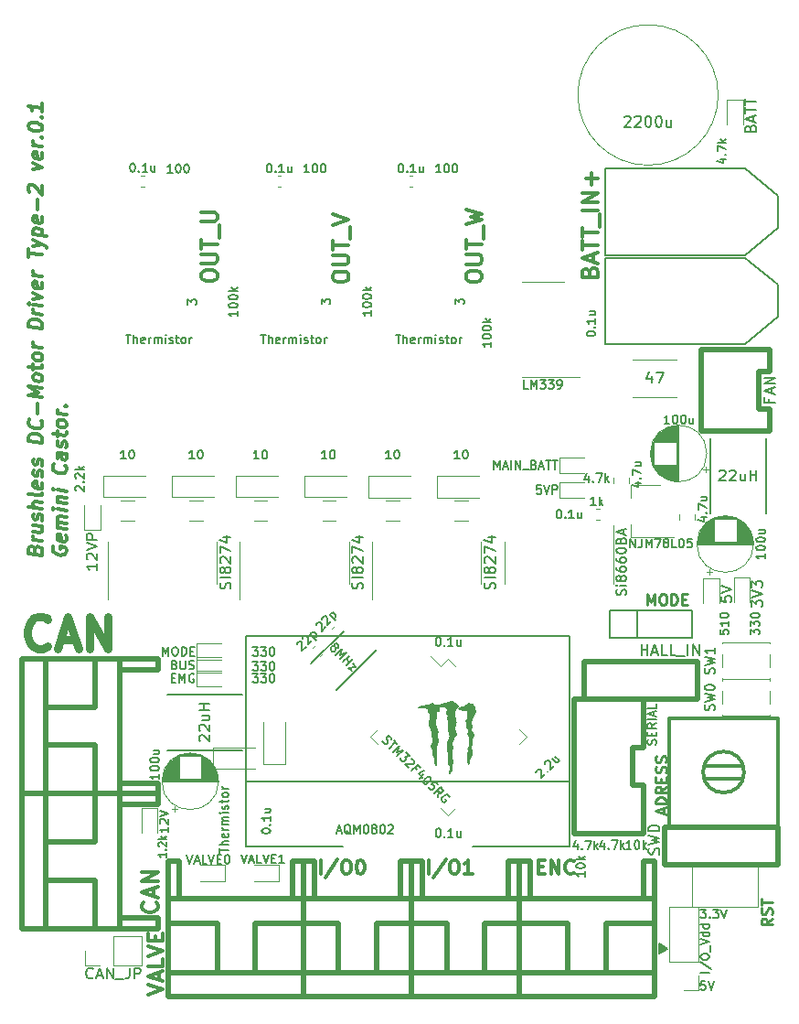
<source format=gbr>
G04 #@! TF.GenerationSoftware,KiCad,Pcbnew,(5.1.6)-1*
G04 #@! TF.CreationDate,2020-11-29T15:09:12+09:00*
G04 #@! TF.ProjectId,CAN_BLDCMD,43414e5f-424c-4444-934d-442e6b696361,rev?*
G04 #@! TF.SameCoordinates,Original*
G04 #@! TF.FileFunction,Legend,Top*
G04 #@! TF.FilePolarity,Positive*
%FSLAX46Y46*%
G04 Gerber Fmt 4.6, Leading zero omitted, Abs format (unit mm)*
G04 Created by KiCad (PCBNEW (5.1.6)-1) date 2020-11-29 15:09:12*
%MOMM*%
%LPD*%
G01*
G04 APERTURE LIST*
%ADD10C,0.150000*%
%ADD11C,0.200000*%
%ADD12C,0.375000*%
%ADD13C,0.300000*%
%ADD14C,0.120000*%
%ADD15C,0.500000*%
%ADD16C,0.010000*%
%ADD17C,0.750000*%
%ADD18C,0.325000*%
%ADD19C,0.250000*%
%ADD20C,0.350000*%
G04 APERTURE END LIST*
D10*
X232638095Y-139094047D02*
X232590476Y-139094047D01*
X232733333Y-139141666D02*
X232590476Y-139141666D01*
X232828571Y-139189285D02*
X232590476Y-139189285D01*
X232923809Y-139236904D02*
X232590476Y-139236904D01*
X232971428Y-139284523D02*
X232590476Y-139284523D01*
X233066666Y-139332142D02*
X232590476Y-139332142D01*
X233161904Y-139379761D02*
X232590476Y-139379761D01*
X233257142Y-139427380D02*
X232590476Y-139427380D01*
X233352380Y-139475000D02*
X232590476Y-139475000D01*
X233257142Y-139522619D02*
X232590476Y-139522619D01*
X233161904Y-139570238D02*
X232590476Y-139570238D01*
X233066666Y-139617857D02*
X232590476Y-139617857D01*
X232971428Y-139665476D02*
X232590476Y-139665476D01*
X232923809Y-139713095D02*
X232590476Y-139713095D01*
X232828571Y-139760714D02*
X232590476Y-139760714D01*
X232733333Y-139808333D02*
X232590476Y-139808333D01*
X232590476Y-139855952D02*
X233304761Y-139475000D01*
X232590476Y-139094047D01*
X232638095Y-139855952D02*
X232590476Y-139855952D01*
X233352380Y-139475000D02*
X232590476Y-139903571D01*
X232590476Y-139046428D01*
X233352380Y-139475000D01*
D11*
X236419047Y-135861904D02*
X236914285Y-135861904D01*
X236647619Y-136166666D01*
X236761904Y-136166666D01*
X236838095Y-136204761D01*
X236876190Y-136242857D01*
X236914285Y-136319047D01*
X236914285Y-136509523D01*
X236876190Y-136585714D01*
X236838095Y-136623809D01*
X236761904Y-136661904D01*
X236533333Y-136661904D01*
X236457142Y-136623809D01*
X236419047Y-136585714D01*
X237257142Y-136585714D02*
X237295238Y-136623809D01*
X237257142Y-136661904D01*
X237219047Y-136623809D01*
X237257142Y-136585714D01*
X237257142Y-136661904D01*
X237561904Y-135861904D02*
X238057142Y-135861904D01*
X237790476Y-136166666D01*
X237904761Y-136166666D01*
X237980952Y-136204761D01*
X238019047Y-136242857D01*
X238057142Y-136319047D01*
X238057142Y-136509523D01*
X238019047Y-136585714D01*
X237980952Y-136623809D01*
X237904761Y-136661904D01*
X237676190Y-136661904D01*
X237600000Y-136623809D01*
X237561904Y-136585714D01*
X238285714Y-135861904D02*
X238552380Y-136661904D01*
X238819047Y-135861904D01*
X236847619Y-142486904D02*
X236466666Y-142486904D01*
X236428571Y-142867857D01*
X236466666Y-142829761D01*
X236542857Y-142791666D01*
X236733333Y-142791666D01*
X236809523Y-142829761D01*
X236847619Y-142867857D01*
X236885714Y-142944047D01*
X236885714Y-143134523D01*
X236847619Y-143210714D01*
X236809523Y-143248809D01*
X236733333Y-143286904D01*
X236542857Y-143286904D01*
X236466666Y-143248809D01*
X236428571Y-143210714D01*
X237114285Y-142486904D02*
X237380952Y-143286904D01*
X237647619Y-142486904D01*
D12*
X226357142Y-68821428D02*
X226357142Y-67678571D01*
X226928571Y-68250000D02*
X225785714Y-68250000D01*
D13*
X174782142Y-102569285D02*
X174844047Y-102391309D01*
X174905952Y-102337142D01*
X175029761Y-102290714D01*
X175215476Y-102313928D01*
X175339285Y-102391309D01*
X175401190Y-102460952D01*
X175463095Y-102592500D01*
X175463095Y-103087738D01*
X174163095Y-102925238D01*
X174163095Y-102491904D01*
X174225000Y-102375833D01*
X174286904Y-102321666D01*
X174410714Y-102275238D01*
X174534523Y-102290714D01*
X174658333Y-102368095D01*
X174720238Y-102437738D01*
X174782142Y-102569285D01*
X174782142Y-103002619D01*
X175463095Y-101787738D02*
X174596428Y-101679404D01*
X174844047Y-101710357D02*
X174720238Y-101632976D01*
X174658333Y-101563333D01*
X174596428Y-101431785D01*
X174596428Y-101307976D01*
X174596428Y-100317500D02*
X175463095Y-100425833D01*
X174596428Y-100874642D02*
X175277380Y-100959761D01*
X175401190Y-100913333D01*
X175463095Y-100797261D01*
X175463095Y-100611547D01*
X175401190Y-100480000D01*
X175339285Y-100410357D01*
X175401190Y-99860952D02*
X175463095Y-99744880D01*
X175463095Y-99497261D01*
X175401190Y-99365714D01*
X175277380Y-99288333D01*
X175215476Y-99280595D01*
X175091666Y-99327023D01*
X175029761Y-99443095D01*
X175029761Y-99628809D01*
X174967857Y-99744880D01*
X174844047Y-99791309D01*
X174782142Y-99783571D01*
X174658333Y-99706190D01*
X174596428Y-99574642D01*
X174596428Y-99388928D01*
X174658333Y-99272857D01*
X175463095Y-98754404D02*
X174163095Y-98591904D01*
X175463095Y-98197261D02*
X174782142Y-98112142D01*
X174658333Y-98158571D01*
X174596428Y-98274642D01*
X174596428Y-98460357D01*
X174658333Y-98591904D01*
X174720238Y-98661547D01*
X175463095Y-97392500D02*
X175401190Y-97508571D01*
X175277380Y-97555000D01*
X174163095Y-97415714D01*
X175401190Y-96394285D02*
X175463095Y-96525833D01*
X175463095Y-96773452D01*
X175401190Y-96889523D01*
X175277380Y-96935952D01*
X174782142Y-96874047D01*
X174658333Y-96796666D01*
X174596428Y-96665119D01*
X174596428Y-96417500D01*
X174658333Y-96301428D01*
X174782142Y-96255000D01*
X174905952Y-96270476D01*
X175029761Y-96905000D01*
X175401190Y-95837142D02*
X175463095Y-95721071D01*
X175463095Y-95473452D01*
X175401190Y-95341904D01*
X175277380Y-95264523D01*
X175215476Y-95256785D01*
X175091666Y-95303214D01*
X175029761Y-95419285D01*
X175029761Y-95605000D01*
X174967857Y-95721071D01*
X174844047Y-95767500D01*
X174782142Y-95759761D01*
X174658333Y-95682380D01*
X174596428Y-95550833D01*
X174596428Y-95365119D01*
X174658333Y-95249047D01*
X175401190Y-94784761D02*
X175463095Y-94668690D01*
X175463095Y-94421071D01*
X175401190Y-94289523D01*
X175277380Y-94212142D01*
X175215476Y-94204404D01*
X175091666Y-94250833D01*
X175029761Y-94366904D01*
X175029761Y-94552619D01*
X174967857Y-94668690D01*
X174844047Y-94715119D01*
X174782142Y-94707380D01*
X174658333Y-94630000D01*
X174596428Y-94498452D01*
X174596428Y-94312738D01*
X174658333Y-94196666D01*
X175463095Y-92687738D02*
X174163095Y-92525238D01*
X174163095Y-92215714D01*
X174225000Y-92037738D01*
X174348809Y-91929404D01*
X174472619Y-91882976D01*
X174720238Y-91852023D01*
X174905952Y-91875238D01*
X175153571Y-91968095D01*
X175277380Y-92045476D01*
X175401190Y-92184761D01*
X175463095Y-92378214D01*
X175463095Y-92687738D01*
X175339285Y-90629404D02*
X175401190Y-90699047D01*
X175463095Y-90892500D01*
X175463095Y-91016309D01*
X175401190Y-91194285D01*
X175277380Y-91302619D01*
X175153571Y-91349047D01*
X174905952Y-91380000D01*
X174720238Y-91356785D01*
X174472619Y-91263928D01*
X174348809Y-91186547D01*
X174225000Y-91047261D01*
X174163095Y-90853809D01*
X174163095Y-90730000D01*
X174225000Y-90552023D01*
X174286904Y-90497857D01*
X174967857Y-90025833D02*
X174967857Y-89035357D01*
X175463095Y-88478214D02*
X174163095Y-88315714D01*
X175091666Y-87998452D01*
X174163095Y-87449047D01*
X175463095Y-87611547D01*
X175463095Y-86806785D02*
X175401190Y-86922857D01*
X175339285Y-86977023D01*
X175215476Y-87023452D01*
X174844047Y-86977023D01*
X174720238Y-86899642D01*
X174658333Y-86830000D01*
X174596428Y-86698452D01*
X174596428Y-86512738D01*
X174658333Y-86396666D01*
X174720238Y-86342500D01*
X174844047Y-86296071D01*
X175215476Y-86342500D01*
X175339285Y-86419880D01*
X175401190Y-86489523D01*
X175463095Y-86621071D01*
X175463095Y-86806785D01*
X174596428Y-85893690D02*
X174596428Y-85398452D01*
X174163095Y-85653809D02*
X175277380Y-85793095D01*
X175401190Y-85746666D01*
X175463095Y-85630595D01*
X175463095Y-85506785D01*
X175463095Y-84887738D02*
X175401190Y-85003809D01*
X175339285Y-85057976D01*
X175215476Y-85104404D01*
X174844047Y-85057976D01*
X174720238Y-84980595D01*
X174658333Y-84910952D01*
X174596428Y-84779404D01*
X174596428Y-84593690D01*
X174658333Y-84477619D01*
X174720238Y-84423452D01*
X174844047Y-84377023D01*
X175215476Y-84423452D01*
X175339285Y-84500833D01*
X175401190Y-84570476D01*
X175463095Y-84702023D01*
X175463095Y-84887738D01*
X175463095Y-83897261D02*
X174596428Y-83788928D01*
X174844047Y-83819880D02*
X174720238Y-83742500D01*
X174658333Y-83672857D01*
X174596428Y-83541309D01*
X174596428Y-83417500D01*
X175463095Y-82102023D02*
X174163095Y-81939523D01*
X174163095Y-81630000D01*
X174225000Y-81452023D01*
X174348809Y-81343690D01*
X174472619Y-81297261D01*
X174720238Y-81266309D01*
X174905952Y-81289523D01*
X175153571Y-81382380D01*
X175277380Y-81459761D01*
X175401190Y-81599047D01*
X175463095Y-81792500D01*
X175463095Y-82102023D01*
X175463095Y-80802023D02*
X174596428Y-80693690D01*
X174844047Y-80724642D02*
X174720238Y-80647261D01*
X174658333Y-80577619D01*
X174596428Y-80446071D01*
X174596428Y-80322261D01*
X175463095Y-79997261D02*
X174596428Y-79888928D01*
X174163095Y-79834761D02*
X174225000Y-79904404D01*
X174286904Y-79850238D01*
X174225000Y-79780595D01*
X174163095Y-79834761D01*
X174286904Y-79850238D01*
X174596428Y-79393690D02*
X175463095Y-79192500D01*
X174596428Y-78774642D01*
X175401190Y-77884761D02*
X175463095Y-78016309D01*
X175463095Y-78263928D01*
X175401190Y-78380000D01*
X175277380Y-78426428D01*
X174782142Y-78364523D01*
X174658333Y-78287142D01*
X174596428Y-78155595D01*
X174596428Y-77907976D01*
X174658333Y-77791904D01*
X174782142Y-77745476D01*
X174905952Y-77760952D01*
X175029761Y-78395476D01*
X175463095Y-77273452D02*
X174596428Y-77165119D01*
X174844047Y-77196071D02*
X174720238Y-77118690D01*
X174658333Y-77049047D01*
X174596428Y-76917500D01*
X174596428Y-76793690D01*
X174163095Y-75501428D02*
X174163095Y-74758571D01*
X175463095Y-75292500D02*
X174163095Y-75130000D01*
X174596428Y-74503214D02*
X175463095Y-74302023D01*
X174596428Y-73884166D02*
X175463095Y-74302023D01*
X175772619Y-74464523D01*
X175834523Y-74534166D01*
X175896428Y-74665714D01*
X174596428Y-73388928D02*
X175896428Y-73551428D01*
X174658333Y-73396666D02*
X174596428Y-73265119D01*
X174596428Y-73017500D01*
X174658333Y-72901428D01*
X174720238Y-72847261D01*
X174844047Y-72800833D01*
X175215476Y-72847261D01*
X175339285Y-72924642D01*
X175401190Y-72994285D01*
X175463095Y-73125833D01*
X175463095Y-73373452D01*
X175401190Y-73489523D01*
X175401190Y-71818095D02*
X175463095Y-71949642D01*
X175463095Y-72197261D01*
X175401190Y-72313333D01*
X175277380Y-72359761D01*
X174782142Y-72297857D01*
X174658333Y-72220476D01*
X174596428Y-72088928D01*
X174596428Y-71841309D01*
X174658333Y-71725238D01*
X174782142Y-71678809D01*
X174905952Y-71694285D01*
X175029761Y-72328809D01*
X174967857Y-71144880D02*
X174967857Y-70154404D01*
X174286904Y-69512142D02*
X174225000Y-69442500D01*
X174163095Y-69310952D01*
X174163095Y-69001428D01*
X174225000Y-68885357D01*
X174286904Y-68831190D01*
X174410714Y-68784761D01*
X174534523Y-68800238D01*
X174720238Y-68885357D01*
X175463095Y-69721071D01*
X175463095Y-68916309D01*
X174596428Y-67384166D02*
X175463095Y-67182976D01*
X174596428Y-66765119D01*
X175401190Y-65875238D02*
X175463095Y-66006785D01*
X175463095Y-66254404D01*
X175401190Y-66370476D01*
X175277380Y-66416904D01*
X174782142Y-66355000D01*
X174658333Y-66277619D01*
X174596428Y-66146071D01*
X174596428Y-65898452D01*
X174658333Y-65782380D01*
X174782142Y-65735952D01*
X174905952Y-65751428D01*
X175029761Y-66385952D01*
X175463095Y-65263928D02*
X174596428Y-65155595D01*
X174844047Y-65186547D02*
X174720238Y-65109166D01*
X174658333Y-65039523D01*
X174596428Y-64907976D01*
X174596428Y-64784166D01*
X175339285Y-64443690D02*
X175401190Y-64389523D01*
X175463095Y-64459166D01*
X175401190Y-64513333D01*
X175339285Y-64443690D01*
X175463095Y-64459166D01*
X174163095Y-63430000D02*
X174163095Y-63306190D01*
X174225000Y-63190119D01*
X174286904Y-63135952D01*
X174410714Y-63089523D01*
X174658333Y-63058571D01*
X174967857Y-63097261D01*
X175215476Y-63190119D01*
X175339285Y-63267500D01*
X175401190Y-63337142D01*
X175463095Y-63468690D01*
X175463095Y-63592500D01*
X175401190Y-63708571D01*
X175339285Y-63762738D01*
X175215476Y-63809166D01*
X174967857Y-63840119D01*
X174658333Y-63801428D01*
X174410714Y-63708571D01*
X174286904Y-63631190D01*
X174225000Y-63561547D01*
X174163095Y-63430000D01*
X175339285Y-62586547D02*
X175401190Y-62532380D01*
X175463095Y-62602023D01*
X175401190Y-62656190D01*
X175339285Y-62586547D01*
X175463095Y-62602023D01*
X175463095Y-61302023D02*
X175463095Y-62044880D01*
X175463095Y-61673452D02*
X174163095Y-61510952D01*
X174348809Y-61657976D01*
X174472619Y-61797261D01*
X174534523Y-61928809D01*
X176475000Y-102252023D02*
X176413095Y-102368095D01*
X176413095Y-102553809D01*
X176475000Y-102747261D01*
X176598809Y-102886547D01*
X176722619Y-102963928D01*
X176970238Y-103056785D01*
X177155952Y-103080000D01*
X177403571Y-103049047D01*
X177527380Y-103002619D01*
X177651190Y-102894285D01*
X177713095Y-102716309D01*
X177713095Y-102592500D01*
X177651190Y-102399047D01*
X177589285Y-102329404D01*
X177155952Y-102275238D01*
X177155952Y-102522857D01*
X177651190Y-101284761D02*
X177713095Y-101416309D01*
X177713095Y-101663928D01*
X177651190Y-101780000D01*
X177527380Y-101826428D01*
X177032142Y-101764523D01*
X176908333Y-101687142D01*
X176846428Y-101555595D01*
X176846428Y-101307976D01*
X176908333Y-101191904D01*
X177032142Y-101145476D01*
X177155952Y-101160952D01*
X177279761Y-101795476D01*
X177713095Y-100673452D02*
X176846428Y-100565119D01*
X176970238Y-100580595D02*
X176908333Y-100510952D01*
X176846428Y-100379404D01*
X176846428Y-100193690D01*
X176908333Y-100077619D01*
X177032142Y-100031190D01*
X177713095Y-100116309D01*
X177032142Y-100031190D02*
X176908333Y-99953809D01*
X176846428Y-99822261D01*
X176846428Y-99636547D01*
X176908333Y-99520476D01*
X177032142Y-99474047D01*
X177713095Y-99559166D01*
X177713095Y-98940119D02*
X176846428Y-98831785D01*
X176413095Y-98777619D02*
X176475000Y-98847261D01*
X176536904Y-98793095D01*
X176475000Y-98723452D01*
X176413095Y-98777619D01*
X176536904Y-98793095D01*
X176846428Y-98212738D02*
X177713095Y-98321071D01*
X176970238Y-98228214D02*
X176908333Y-98158571D01*
X176846428Y-98027023D01*
X176846428Y-97841309D01*
X176908333Y-97725238D01*
X177032142Y-97678809D01*
X177713095Y-97763928D01*
X177713095Y-97144880D02*
X176846428Y-97036547D01*
X176413095Y-96982380D02*
X176475000Y-97052023D01*
X176536904Y-96997857D01*
X176475000Y-96928214D01*
X176413095Y-96982380D01*
X176536904Y-96997857D01*
X177589285Y-94777023D02*
X177651190Y-94846666D01*
X177713095Y-95040119D01*
X177713095Y-95163928D01*
X177651190Y-95341904D01*
X177527380Y-95450238D01*
X177403571Y-95496666D01*
X177155952Y-95527619D01*
X176970238Y-95504404D01*
X176722619Y-95411547D01*
X176598809Y-95334166D01*
X176475000Y-95194880D01*
X176413095Y-95001428D01*
X176413095Y-94877619D01*
X176475000Y-94699642D01*
X176536904Y-94645476D01*
X177713095Y-93678214D02*
X177032142Y-93593095D01*
X176908333Y-93639523D01*
X176846428Y-93755595D01*
X176846428Y-94003214D01*
X176908333Y-94134761D01*
X177651190Y-93670476D02*
X177713095Y-93802023D01*
X177713095Y-94111547D01*
X177651190Y-94227619D01*
X177527380Y-94274047D01*
X177403571Y-94258571D01*
X177279761Y-94181190D01*
X177217857Y-94049642D01*
X177217857Y-93740119D01*
X177155952Y-93608571D01*
X177651190Y-93113333D02*
X177713095Y-92997261D01*
X177713095Y-92749642D01*
X177651190Y-92618095D01*
X177527380Y-92540714D01*
X177465476Y-92532976D01*
X177341666Y-92579404D01*
X177279761Y-92695476D01*
X177279761Y-92881190D01*
X177217857Y-92997261D01*
X177094047Y-93043690D01*
X177032142Y-93035952D01*
X176908333Y-92958571D01*
X176846428Y-92827023D01*
X176846428Y-92641309D01*
X176908333Y-92525238D01*
X176846428Y-92084166D02*
X176846428Y-91588928D01*
X176413095Y-91844285D02*
X177527380Y-91983571D01*
X177651190Y-91937142D01*
X177713095Y-91821071D01*
X177713095Y-91697261D01*
X177713095Y-91078214D02*
X177651190Y-91194285D01*
X177589285Y-91248452D01*
X177465476Y-91294880D01*
X177094047Y-91248452D01*
X176970238Y-91171071D01*
X176908333Y-91101428D01*
X176846428Y-90969880D01*
X176846428Y-90784166D01*
X176908333Y-90668095D01*
X176970238Y-90613928D01*
X177094047Y-90567500D01*
X177465476Y-90613928D01*
X177589285Y-90691309D01*
X177651190Y-90760952D01*
X177713095Y-90892500D01*
X177713095Y-91078214D01*
X177713095Y-90087738D02*
X176846428Y-89979404D01*
X177094047Y-90010357D02*
X176970238Y-89932976D01*
X176908333Y-89863333D01*
X176846428Y-89731785D01*
X176846428Y-89607976D01*
X177589285Y-89267500D02*
X177651190Y-89213333D01*
X177713095Y-89282976D01*
X177651190Y-89337142D01*
X177589285Y-89267500D01*
X177713095Y-89282976D01*
D14*
X191300000Y-120850000D02*
X195200000Y-120850000D01*
X191300000Y-122850000D02*
X195200000Y-122850000D01*
X191300000Y-120850000D02*
X191300000Y-122850000D01*
X202515784Y-109631120D02*
X202285579Y-109861325D01*
X203237033Y-110352369D02*
X203006828Y-110582574D01*
X200487967Y-111665784D02*
X200718172Y-111435579D01*
X201209216Y-112387033D02*
X201439421Y-112156828D01*
X191770000Y-124000000D02*
G75*
G03*
X191770000Y-124000000I-2620000J0D01*
G01*
X186570000Y-124000000D02*
X191730000Y-124000000D01*
X186570000Y-123960000D02*
X191730000Y-123960000D01*
X186571000Y-123920000D02*
X191729000Y-123920000D01*
X186572000Y-123880000D02*
X191728000Y-123880000D01*
X186574000Y-123840000D02*
X191726000Y-123840000D01*
X186577000Y-123800000D02*
X191723000Y-123800000D01*
X186581000Y-123760000D02*
X188110000Y-123760000D01*
X190190000Y-123760000D02*
X191719000Y-123760000D01*
X186585000Y-123720000D02*
X188110000Y-123720000D01*
X190190000Y-123720000D02*
X191715000Y-123720000D01*
X186589000Y-123680000D02*
X188110000Y-123680000D01*
X190190000Y-123680000D02*
X191711000Y-123680000D01*
X186594000Y-123640000D02*
X188110000Y-123640000D01*
X190190000Y-123640000D02*
X191706000Y-123640000D01*
X186600000Y-123600000D02*
X188110000Y-123600000D01*
X190190000Y-123600000D02*
X191700000Y-123600000D01*
X186607000Y-123560000D02*
X188110000Y-123560000D01*
X190190000Y-123560000D02*
X191693000Y-123560000D01*
X186614000Y-123520000D02*
X188110000Y-123520000D01*
X190190000Y-123520000D02*
X191686000Y-123520000D01*
X186622000Y-123480000D02*
X188110000Y-123480000D01*
X190190000Y-123480000D02*
X191678000Y-123480000D01*
X186630000Y-123440000D02*
X188110000Y-123440000D01*
X190190000Y-123440000D02*
X191670000Y-123440000D01*
X186639000Y-123400000D02*
X188110000Y-123400000D01*
X190190000Y-123400000D02*
X191661000Y-123400000D01*
X186649000Y-123360000D02*
X188110000Y-123360000D01*
X190190000Y-123360000D02*
X191651000Y-123360000D01*
X186659000Y-123320000D02*
X188110000Y-123320000D01*
X190190000Y-123320000D02*
X191641000Y-123320000D01*
X186670000Y-123279000D02*
X188110000Y-123279000D01*
X190190000Y-123279000D02*
X191630000Y-123279000D01*
X186682000Y-123239000D02*
X188110000Y-123239000D01*
X190190000Y-123239000D02*
X191618000Y-123239000D01*
X186695000Y-123199000D02*
X188110000Y-123199000D01*
X190190000Y-123199000D02*
X191605000Y-123199000D01*
X186708000Y-123159000D02*
X188110000Y-123159000D01*
X190190000Y-123159000D02*
X191592000Y-123159000D01*
X186722000Y-123119000D02*
X188110000Y-123119000D01*
X190190000Y-123119000D02*
X191578000Y-123119000D01*
X186736000Y-123079000D02*
X188110000Y-123079000D01*
X190190000Y-123079000D02*
X191564000Y-123079000D01*
X186752000Y-123039000D02*
X188110000Y-123039000D01*
X190190000Y-123039000D02*
X191548000Y-123039000D01*
X186768000Y-122999000D02*
X188110000Y-122999000D01*
X190190000Y-122999000D02*
X191532000Y-122999000D01*
X186785000Y-122959000D02*
X188110000Y-122959000D01*
X190190000Y-122959000D02*
X191515000Y-122959000D01*
X186802000Y-122919000D02*
X188110000Y-122919000D01*
X190190000Y-122919000D02*
X191498000Y-122919000D01*
X186821000Y-122879000D02*
X188110000Y-122879000D01*
X190190000Y-122879000D02*
X191479000Y-122879000D01*
X186840000Y-122839000D02*
X188110000Y-122839000D01*
X190190000Y-122839000D02*
X191460000Y-122839000D01*
X186860000Y-122799000D02*
X188110000Y-122799000D01*
X190190000Y-122799000D02*
X191440000Y-122799000D01*
X186882000Y-122759000D02*
X188110000Y-122759000D01*
X190190000Y-122759000D02*
X191418000Y-122759000D01*
X186903000Y-122719000D02*
X188110000Y-122719000D01*
X190190000Y-122719000D02*
X191397000Y-122719000D01*
X186926000Y-122679000D02*
X188110000Y-122679000D01*
X190190000Y-122679000D02*
X191374000Y-122679000D01*
X186950000Y-122639000D02*
X188110000Y-122639000D01*
X190190000Y-122639000D02*
X191350000Y-122639000D01*
X186975000Y-122599000D02*
X188110000Y-122599000D01*
X190190000Y-122599000D02*
X191325000Y-122599000D01*
X187001000Y-122559000D02*
X188110000Y-122559000D01*
X190190000Y-122559000D02*
X191299000Y-122559000D01*
X187028000Y-122519000D02*
X188110000Y-122519000D01*
X190190000Y-122519000D02*
X191272000Y-122519000D01*
X187055000Y-122479000D02*
X188110000Y-122479000D01*
X190190000Y-122479000D02*
X191245000Y-122479000D01*
X187085000Y-122439000D02*
X188110000Y-122439000D01*
X190190000Y-122439000D02*
X191215000Y-122439000D01*
X187115000Y-122399000D02*
X188110000Y-122399000D01*
X190190000Y-122399000D02*
X191185000Y-122399000D01*
X187146000Y-122359000D02*
X188110000Y-122359000D01*
X190190000Y-122359000D02*
X191154000Y-122359000D01*
X187179000Y-122319000D02*
X188110000Y-122319000D01*
X190190000Y-122319000D02*
X191121000Y-122319000D01*
X187213000Y-122279000D02*
X188110000Y-122279000D01*
X190190000Y-122279000D02*
X191087000Y-122279000D01*
X187249000Y-122239000D02*
X188110000Y-122239000D01*
X190190000Y-122239000D02*
X191051000Y-122239000D01*
X187286000Y-122199000D02*
X188110000Y-122199000D01*
X190190000Y-122199000D02*
X191014000Y-122199000D01*
X187324000Y-122159000D02*
X188110000Y-122159000D01*
X190190000Y-122159000D02*
X190976000Y-122159000D01*
X187365000Y-122119000D02*
X188110000Y-122119000D01*
X190190000Y-122119000D02*
X190935000Y-122119000D01*
X187407000Y-122079000D02*
X188110000Y-122079000D01*
X190190000Y-122079000D02*
X190893000Y-122079000D01*
X187451000Y-122039000D02*
X188110000Y-122039000D01*
X190190000Y-122039000D02*
X190849000Y-122039000D01*
X187497000Y-121999000D02*
X188110000Y-121999000D01*
X190190000Y-121999000D02*
X190803000Y-121999000D01*
X187545000Y-121959000D02*
X188110000Y-121959000D01*
X190190000Y-121959000D02*
X190755000Y-121959000D01*
X187596000Y-121919000D02*
X188110000Y-121919000D01*
X190190000Y-121919000D02*
X190704000Y-121919000D01*
X187650000Y-121879000D02*
X188110000Y-121879000D01*
X190190000Y-121879000D02*
X190650000Y-121879000D01*
X187707000Y-121839000D02*
X188110000Y-121839000D01*
X190190000Y-121839000D02*
X190593000Y-121839000D01*
X187767000Y-121799000D02*
X188110000Y-121799000D01*
X190190000Y-121799000D02*
X190533000Y-121799000D01*
X187831000Y-121759000D02*
X188110000Y-121759000D01*
X190190000Y-121759000D02*
X190469000Y-121759000D01*
X187899000Y-121719000D02*
X188110000Y-121719000D01*
X190190000Y-121719000D02*
X190401000Y-121719000D01*
X187972000Y-121679000D02*
X190328000Y-121679000D01*
X188052000Y-121639000D02*
X190248000Y-121639000D01*
X188139000Y-121599000D02*
X190161000Y-121599000D01*
X188235000Y-121559000D02*
X190065000Y-121559000D01*
X188345000Y-121519000D02*
X189955000Y-121519000D01*
X188473000Y-121479000D02*
X189827000Y-121479000D01*
X188632000Y-121439000D02*
X189668000Y-121439000D01*
X188866000Y-121399000D02*
X189434000Y-121399000D01*
X187675000Y-126804775D02*
X187675000Y-126304775D01*
X187425000Y-126554775D02*
X187925000Y-126554775D01*
X182747936Y-98040000D02*
X183952064Y-98040000D01*
X182747936Y-99860000D02*
X183952064Y-99860000D01*
X189097936Y-98040000D02*
X190302064Y-98040000D01*
X189097936Y-99860000D02*
X190302064Y-99860000D01*
X195047936Y-99860000D02*
X196252064Y-99860000D01*
X195047936Y-98040000D02*
X196252064Y-98040000D01*
X201397936Y-99860000D02*
X202602064Y-99860000D01*
X201397936Y-98040000D02*
X202602064Y-98040000D01*
X207297936Y-99860000D02*
X208502064Y-99860000D01*
X207297936Y-98040000D02*
X208502064Y-98040000D01*
X213647936Y-98040000D02*
X214852064Y-98040000D01*
X213647936Y-99860000D02*
X214852064Y-99860000D01*
X227062779Y-99810000D02*
X226737221Y-99810000D01*
X227062779Y-98790000D02*
X226737221Y-98790000D01*
X238050000Y-60500000D02*
G75*
G03*
X238050000Y-60500000I-6500000J0D01*
G01*
X236995000Y-93675000D02*
G75*
G03*
X236995000Y-93675000I-2620000J0D01*
G01*
X234375000Y-96255000D02*
X234375000Y-91095000D01*
X234335000Y-96255000D02*
X234335000Y-91095000D01*
X234295000Y-96254000D02*
X234295000Y-91096000D01*
X234255000Y-96253000D02*
X234255000Y-91097000D01*
X234215000Y-96251000D02*
X234215000Y-91099000D01*
X234175000Y-96248000D02*
X234175000Y-91102000D01*
X234135000Y-96244000D02*
X234135000Y-94715000D01*
X234135000Y-92635000D02*
X234135000Y-91106000D01*
X234095000Y-96240000D02*
X234095000Y-94715000D01*
X234095000Y-92635000D02*
X234095000Y-91110000D01*
X234055000Y-96236000D02*
X234055000Y-94715000D01*
X234055000Y-92635000D02*
X234055000Y-91114000D01*
X234015000Y-96231000D02*
X234015000Y-94715000D01*
X234015000Y-92635000D02*
X234015000Y-91119000D01*
X233975000Y-96225000D02*
X233975000Y-94715000D01*
X233975000Y-92635000D02*
X233975000Y-91125000D01*
X233935000Y-96218000D02*
X233935000Y-94715000D01*
X233935000Y-92635000D02*
X233935000Y-91132000D01*
X233895000Y-96211000D02*
X233895000Y-94715000D01*
X233895000Y-92635000D02*
X233895000Y-91139000D01*
X233855000Y-96203000D02*
X233855000Y-94715000D01*
X233855000Y-92635000D02*
X233855000Y-91147000D01*
X233815000Y-96195000D02*
X233815000Y-94715000D01*
X233815000Y-92635000D02*
X233815000Y-91155000D01*
X233775000Y-96186000D02*
X233775000Y-94715000D01*
X233775000Y-92635000D02*
X233775000Y-91164000D01*
X233735000Y-96176000D02*
X233735000Y-94715000D01*
X233735000Y-92635000D02*
X233735000Y-91174000D01*
X233695000Y-96166000D02*
X233695000Y-94715000D01*
X233695000Y-92635000D02*
X233695000Y-91184000D01*
X233654000Y-96155000D02*
X233654000Y-94715000D01*
X233654000Y-92635000D02*
X233654000Y-91195000D01*
X233614000Y-96143000D02*
X233614000Y-94715000D01*
X233614000Y-92635000D02*
X233614000Y-91207000D01*
X233574000Y-96130000D02*
X233574000Y-94715000D01*
X233574000Y-92635000D02*
X233574000Y-91220000D01*
X233534000Y-96117000D02*
X233534000Y-94715000D01*
X233534000Y-92635000D02*
X233534000Y-91233000D01*
X233494000Y-96103000D02*
X233494000Y-94715000D01*
X233494000Y-92635000D02*
X233494000Y-91247000D01*
X233454000Y-96089000D02*
X233454000Y-94715000D01*
X233454000Y-92635000D02*
X233454000Y-91261000D01*
X233414000Y-96073000D02*
X233414000Y-94715000D01*
X233414000Y-92635000D02*
X233414000Y-91277000D01*
X233374000Y-96057000D02*
X233374000Y-94715000D01*
X233374000Y-92635000D02*
X233374000Y-91293000D01*
X233334000Y-96040000D02*
X233334000Y-94715000D01*
X233334000Y-92635000D02*
X233334000Y-91310000D01*
X233294000Y-96023000D02*
X233294000Y-94715000D01*
X233294000Y-92635000D02*
X233294000Y-91327000D01*
X233254000Y-96004000D02*
X233254000Y-94715000D01*
X233254000Y-92635000D02*
X233254000Y-91346000D01*
X233214000Y-95985000D02*
X233214000Y-94715000D01*
X233214000Y-92635000D02*
X233214000Y-91365000D01*
X233174000Y-95965000D02*
X233174000Y-94715000D01*
X233174000Y-92635000D02*
X233174000Y-91385000D01*
X233134000Y-95943000D02*
X233134000Y-94715000D01*
X233134000Y-92635000D02*
X233134000Y-91407000D01*
X233094000Y-95922000D02*
X233094000Y-94715000D01*
X233094000Y-92635000D02*
X233094000Y-91428000D01*
X233054000Y-95899000D02*
X233054000Y-94715000D01*
X233054000Y-92635000D02*
X233054000Y-91451000D01*
X233014000Y-95875000D02*
X233014000Y-94715000D01*
X233014000Y-92635000D02*
X233014000Y-91475000D01*
X232974000Y-95850000D02*
X232974000Y-94715000D01*
X232974000Y-92635000D02*
X232974000Y-91500000D01*
X232934000Y-95824000D02*
X232934000Y-94715000D01*
X232934000Y-92635000D02*
X232934000Y-91526000D01*
X232894000Y-95797000D02*
X232894000Y-94715000D01*
X232894000Y-92635000D02*
X232894000Y-91553000D01*
X232854000Y-95770000D02*
X232854000Y-94715000D01*
X232854000Y-92635000D02*
X232854000Y-91580000D01*
X232814000Y-95740000D02*
X232814000Y-94715000D01*
X232814000Y-92635000D02*
X232814000Y-91610000D01*
X232774000Y-95710000D02*
X232774000Y-94715000D01*
X232774000Y-92635000D02*
X232774000Y-91640000D01*
X232734000Y-95679000D02*
X232734000Y-94715000D01*
X232734000Y-92635000D02*
X232734000Y-91671000D01*
X232694000Y-95646000D02*
X232694000Y-94715000D01*
X232694000Y-92635000D02*
X232694000Y-91704000D01*
X232654000Y-95612000D02*
X232654000Y-94715000D01*
X232654000Y-92635000D02*
X232654000Y-91738000D01*
X232614000Y-95576000D02*
X232614000Y-94715000D01*
X232614000Y-92635000D02*
X232614000Y-91774000D01*
X232574000Y-95539000D02*
X232574000Y-94715000D01*
X232574000Y-92635000D02*
X232574000Y-91811000D01*
X232534000Y-95501000D02*
X232534000Y-94715000D01*
X232534000Y-92635000D02*
X232534000Y-91849000D01*
X232494000Y-95460000D02*
X232494000Y-94715000D01*
X232494000Y-92635000D02*
X232494000Y-91890000D01*
X232454000Y-95418000D02*
X232454000Y-94715000D01*
X232454000Y-92635000D02*
X232454000Y-91932000D01*
X232414000Y-95374000D02*
X232414000Y-94715000D01*
X232414000Y-92635000D02*
X232414000Y-91976000D01*
X232374000Y-95328000D02*
X232374000Y-94715000D01*
X232374000Y-92635000D02*
X232374000Y-92022000D01*
X232334000Y-95280000D02*
X232334000Y-94715000D01*
X232334000Y-92635000D02*
X232334000Y-92070000D01*
X232294000Y-95229000D02*
X232294000Y-94715000D01*
X232294000Y-92635000D02*
X232294000Y-92121000D01*
X232254000Y-95175000D02*
X232254000Y-94715000D01*
X232254000Y-92635000D02*
X232254000Y-92175000D01*
X232214000Y-95118000D02*
X232214000Y-94715000D01*
X232214000Y-92635000D02*
X232214000Y-92232000D01*
X232174000Y-95058000D02*
X232174000Y-94715000D01*
X232174000Y-92635000D02*
X232174000Y-92292000D01*
X232134000Y-94994000D02*
X232134000Y-94715000D01*
X232134000Y-92635000D02*
X232134000Y-92356000D01*
X232094000Y-94926000D02*
X232094000Y-94715000D01*
X232094000Y-92635000D02*
X232094000Y-92424000D01*
X232054000Y-94853000D02*
X232054000Y-92497000D01*
X232014000Y-94773000D02*
X232014000Y-92577000D01*
X231974000Y-94686000D02*
X231974000Y-92664000D01*
X231934000Y-94590000D02*
X231934000Y-92760000D01*
X231894000Y-94480000D02*
X231894000Y-92870000D01*
X231854000Y-94352000D02*
X231854000Y-92998000D01*
X231814000Y-94193000D02*
X231814000Y-93157000D01*
X231774000Y-93959000D02*
X231774000Y-93391000D01*
X237179775Y-95150000D02*
X236679775Y-95150000D01*
X236929775Y-95400000D02*
X236929775Y-94900000D01*
X236975000Y-104604775D02*
X237475000Y-104604775D01*
X237225000Y-104854775D02*
X237225000Y-104354775D01*
X238416000Y-99449000D02*
X238984000Y-99449000D01*
X238182000Y-99489000D02*
X239218000Y-99489000D01*
X238023000Y-99529000D02*
X239377000Y-99529000D01*
X237895000Y-99569000D02*
X239505000Y-99569000D01*
X237785000Y-99609000D02*
X239615000Y-99609000D01*
X237689000Y-99649000D02*
X239711000Y-99649000D01*
X237602000Y-99689000D02*
X239798000Y-99689000D01*
X237522000Y-99729000D02*
X239878000Y-99729000D01*
X239740000Y-99769000D02*
X239951000Y-99769000D01*
X237449000Y-99769000D02*
X237660000Y-99769000D01*
X239740000Y-99809000D02*
X240019000Y-99809000D01*
X237381000Y-99809000D02*
X237660000Y-99809000D01*
X239740000Y-99849000D02*
X240083000Y-99849000D01*
X237317000Y-99849000D02*
X237660000Y-99849000D01*
X239740000Y-99889000D02*
X240143000Y-99889000D01*
X237257000Y-99889000D02*
X237660000Y-99889000D01*
X239740000Y-99929000D02*
X240200000Y-99929000D01*
X237200000Y-99929000D02*
X237660000Y-99929000D01*
X239740000Y-99969000D02*
X240254000Y-99969000D01*
X237146000Y-99969000D02*
X237660000Y-99969000D01*
X239740000Y-100009000D02*
X240305000Y-100009000D01*
X237095000Y-100009000D02*
X237660000Y-100009000D01*
X239740000Y-100049000D02*
X240353000Y-100049000D01*
X237047000Y-100049000D02*
X237660000Y-100049000D01*
X239740000Y-100089000D02*
X240399000Y-100089000D01*
X237001000Y-100089000D02*
X237660000Y-100089000D01*
X239740000Y-100129000D02*
X240443000Y-100129000D01*
X236957000Y-100129000D02*
X237660000Y-100129000D01*
X239740000Y-100169000D02*
X240485000Y-100169000D01*
X236915000Y-100169000D02*
X237660000Y-100169000D01*
X239740000Y-100209000D02*
X240526000Y-100209000D01*
X236874000Y-100209000D02*
X237660000Y-100209000D01*
X239740000Y-100249000D02*
X240564000Y-100249000D01*
X236836000Y-100249000D02*
X237660000Y-100249000D01*
X239740000Y-100289000D02*
X240601000Y-100289000D01*
X236799000Y-100289000D02*
X237660000Y-100289000D01*
X239740000Y-100329000D02*
X240637000Y-100329000D01*
X236763000Y-100329000D02*
X237660000Y-100329000D01*
X239740000Y-100369000D02*
X240671000Y-100369000D01*
X236729000Y-100369000D02*
X237660000Y-100369000D01*
X239740000Y-100409000D02*
X240704000Y-100409000D01*
X236696000Y-100409000D02*
X237660000Y-100409000D01*
X239740000Y-100449000D02*
X240735000Y-100449000D01*
X236665000Y-100449000D02*
X237660000Y-100449000D01*
X239740000Y-100489000D02*
X240765000Y-100489000D01*
X236635000Y-100489000D02*
X237660000Y-100489000D01*
X239740000Y-100529000D02*
X240795000Y-100529000D01*
X236605000Y-100529000D02*
X237660000Y-100529000D01*
X239740000Y-100569000D02*
X240822000Y-100569000D01*
X236578000Y-100569000D02*
X237660000Y-100569000D01*
X239740000Y-100609000D02*
X240849000Y-100609000D01*
X236551000Y-100609000D02*
X237660000Y-100609000D01*
X239740000Y-100649000D02*
X240875000Y-100649000D01*
X236525000Y-100649000D02*
X237660000Y-100649000D01*
X239740000Y-100689000D02*
X240900000Y-100689000D01*
X236500000Y-100689000D02*
X237660000Y-100689000D01*
X239740000Y-100729000D02*
X240924000Y-100729000D01*
X236476000Y-100729000D02*
X237660000Y-100729000D01*
X239740000Y-100769000D02*
X240947000Y-100769000D01*
X236453000Y-100769000D02*
X237660000Y-100769000D01*
X239740000Y-100809000D02*
X240968000Y-100809000D01*
X236432000Y-100809000D02*
X237660000Y-100809000D01*
X239740000Y-100849000D02*
X240990000Y-100849000D01*
X236410000Y-100849000D02*
X237660000Y-100849000D01*
X239740000Y-100889000D02*
X241010000Y-100889000D01*
X236390000Y-100889000D02*
X237660000Y-100889000D01*
X239740000Y-100929000D02*
X241029000Y-100929000D01*
X236371000Y-100929000D02*
X237660000Y-100929000D01*
X239740000Y-100969000D02*
X241048000Y-100969000D01*
X236352000Y-100969000D02*
X237660000Y-100969000D01*
X239740000Y-101009000D02*
X241065000Y-101009000D01*
X236335000Y-101009000D02*
X237660000Y-101009000D01*
X239740000Y-101049000D02*
X241082000Y-101049000D01*
X236318000Y-101049000D02*
X237660000Y-101049000D01*
X239740000Y-101089000D02*
X241098000Y-101089000D01*
X236302000Y-101089000D02*
X237660000Y-101089000D01*
X239740000Y-101129000D02*
X241114000Y-101129000D01*
X236286000Y-101129000D02*
X237660000Y-101129000D01*
X239740000Y-101169000D02*
X241128000Y-101169000D01*
X236272000Y-101169000D02*
X237660000Y-101169000D01*
X239740000Y-101209000D02*
X241142000Y-101209000D01*
X236258000Y-101209000D02*
X237660000Y-101209000D01*
X239740000Y-101249000D02*
X241155000Y-101249000D01*
X236245000Y-101249000D02*
X237660000Y-101249000D01*
X239740000Y-101289000D02*
X241168000Y-101289000D01*
X236232000Y-101289000D02*
X237660000Y-101289000D01*
X239740000Y-101329000D02*
X241180000Y-101329000D01*
X236220000Y-101329000D02*
X237660000Y-101329000D01*
X239740000Y-101370000D02*
X241191000Y-101370000D01*
X236209000Y-101370000D02*
X237660000Y-101370000D01*
X239740000Y-101410000D02*
X241201000Y-101410000D01*
X236199000Y-101410000D02*
X237660000Y-101410000D01*
X239740000Y-101450000D02*
X241211000Y-101450000D01*
X236189000Y-101450000D02*
X237660000Y-101450000D01*
X239740000Y-101490000D02*
X241220000Y-101490000D01*
X236180000Y-101490000D02*
X237660000Y-101490000D01*
X239740000Y-101530000D02*
X241228000Y-101530000D01*
X236172000Y-101530000D02*
X237660000Y-101530000D01*
X239740000Y-101570000D02*
X241236000Y-101570000D01*
X236164000Y-101570000D02*
X237660000Y-101570000D01*
X239740000Y-101610000D02*
X241243000Y-101610000D01*
X236157000Y-101610000D02*
X237660000Y-101610000D01*
X239740000Y-101650000D02*
X241250000Y-101650000D01*
X236150000Y-101650000D02*
X237660000Y-101650000D01*
X239740000Y-101690000D02*
X241256000Y-101690000D01*
X236144000Y-101690000D02*
X237660000Y-101690000D01*
X239740000Y-101730000D02*
X241261000Y-101730000D01*
X236139000Y-101730000D02*
X237660000Y-101730000D01*
X239740000Y-101770000D02*
X241265000Y-101770000D01*
X236135000Y-101770000D02*
X237660000Y-101770000D01*
X239740000Y-101810000D02*
X241269000Y-101810000D01*
X236131000Y-101810000D02*
X237660000Y-101810000D01*
X236127000Y-101850000D02*
X241273000Y-101850000D01*
X236124000Y-101890000D02*
X241276000Y-101890000D01*
X236122000Y-101930000D02*
X241278000Y-101930000D01*
X236121000Y-101970000D02*
X241279000Y-101970000D01*
X236120000Y-102010000D02*
X241280000Y-102010000D01*
X236120000Y-102050000D02*
X241280000Y-102050000D01*
X241320000Y-102050000D02*
G75*
G03*
X241320000Y-102050000I-2620000J0D01*
G01*
X235860000Y-99833578D02*
X235860000Y-99316422D01*
X234440000Y-99833578D02*
X234440000Y-99316422D01*
X228390000Y-96408578D02*
X228390000Y-95891422D01*
X229810000Y-96408578D02*
X229810000Y-95891422D01*
X195950000Y-122450000D02*
X195950000Y-118550000D01*
X197950000Y-122450000D02*
X197950000Y-118550000D01*
X195950000Y-122450000D02*
X197950000Y-122450000D01*
X189715000Y-112735000D02*
X192000000Y-112735000D01*
X189715000Y-111265000D02*
X189715000Y-112735000D01*
X192000000Y-111265000D02*
X189715000Y-111265000D01*
X192000000Y-112515000D02*
X189715000Y-112515000D01*
X189715000Y-112515000D02*
X189715000Y-113985000D01*
X189715000Y-113985000D02*
X192000000Y-113985000D01*
X181100000Y-95700000D02*
X181100000Y-97700000D01*
X181100000Y-97700000D02*
X185000000Y-97700000D01*
X181100000Y-95700000D02*
X185000000Y-95700000D01*
X187450000Y-95700000D02*
X187450000Y-97700000D01*
X187450000Y-97700000D02*
X191350000Y-97700000D01*
X187450000Y-95700000D02*
X191350000Y-95700000D01*
X193400000Y-95700000D02*
X197300000Y-95700000D01*
X193400000Y-97700000D02*
X197300000Y-97700000D01*
X193400000Y-95700000D02*
X193400000Y-97700000D01*
X199700000Y-95700000D02*
X199700000Y-97700000D01*
X199700000Y-97700000D02*
X203600000Y-97700000D01*
X199700000Y-95700000D02*
X203600000Y-95700000D01*
X205650000Y-95750000D02*
X209550000Y-95750000D01*
X205650000Y-97750000D02*
X209550000Y-97750000D01*
X205650000Y-95750000D02*
X205650000Y-97750000D01*
X212000000Y-95750000D02*
X212000000Y-97750000D01*
X212000000Y-97750000D02*
X215900000Y-97750000D01*
X212000000Y-95750000D02*
X215900000Y-95750000D01*
D15*
X243550000Y-131750000D02*
X243550000Y-128250000D01*
X233050000Y-131750000D02*
X243550000Y-131750000D01*
X233050000Y-128250000D02*
X243550000Y-128250000D01*
X233050000Y-128250000D02*
X233050000Y-131750000D01*
X186150000Y-125150000D02*
X186150000Y-124150000D01*
X186150000Y-124150000D02*
X182650000Y-124150000D01*
X186150000Y-112650000D02*
X186150000Y-113650000D01*
X186150000Y-113650000D02*
X182650000Y-113650000D01*
X182650000Y-125150000D02*
X182650000Y-112650000D01*
X180350000Y-120650000D02*
X180350000Y-125150000D01*
X180350000Y-117150000D02*
X180350000Y-112650000D01*
X180350000Y-120650000D02*
X175750000Y-120650000D01*
X180350000Y-117150000D02*
X175750000Y-117150000D01*
X175750000Y-112650000D02*
X175750000Y-125150000D01*
X186150000Y-125150000D02*
X173550000Y-125150000D01*
X173550000Y-125150000D02*
X173550000Y-112650000D01*
X186150000Y-112650000D02*
X173550000Y-112650000D01*
X186150000Y-125150000D02*
X173550000Y-125150000D01*
X173550000Y-137650000D02*
X173550000Y-125150000D01*
X186150000Y-137650000D02*
X173550000Y-137650000D01*
X175750000Y-125150000D02*
X175750000Y-137650000D01*
X180350000Y-129650000D02*
X175750000Y-129650000D01*
X180350000Y-133150000D02*
X175750000Y-133150000D01*
X180350000Y-129650000D02*
X180350000Y-125150000D01*
X180350000Y-133150000D02*
X180350000Y-137650000D01*
X182650000Y-137650000D02*
X182650000Y-125150000D01*
X186150000Y-126150000D02*
X182650000Y-126150000D01*
X186150000Y-125150000D02*
X186150000Y-126150000D01*
X186150000Y-136650000D02*
X182650000Y-136650000D01*
X186150000Y-137650000D02*
X186150000Y-136650000D01*
X232150000Y-131350000D02*
X231150000Y-131350000D01*
X231150000Y-131350000D02*
X231150000Y-134850000D01*
X219650000Y-131350000D02*
X220650000Y-131350000D01*
X220650000Y-131350000D02*
X220650000Y-134850000D01*
X232150000Y-134850000D02*
X219650000Y-134850000D01*
X227650000Y-137150000D02*
X232150000Y-137150000D01*
X224150000Y-137150000D02*
X219650000Y-137150000D01*
X227650000Y-137150000D02*
X227650000Y-141750000D01*
X224150000Y-137150000D02*
X224150000Y-141750000D01*
X219650000Y-141750000D02*
X232150000Y-141750000D01*
X232150000Y-131350000D02*
X232150000Y-143950000D01*
X232150000Y-143950000D02*
X219650000Y-143950000D01*
X219650000Y-131350000D02*
X219650000Y-143950000D01*
X199650000Y-131350000D02*
X199650000Y-143950000D01*
X209650000Y-143950000D02*
X199650000Y-143950000D01*
X209650000Y-131350000D02*
X209650000Y-143950000D01*
X199650000Y-141750000D02*
X209650000Y-141750000D01*
X202900000Y-137150000D02*
X202900000Y-141750000D01*
X206400000Y-137150000D02*
X206400000Y-141750000D01*
X202900000Y-137150000D02*
X199650000Y-137150000D01*
X206400000Y-137150000D02*
X209650000Y-137150000D01*
X209650000Y-131350000D02*
X208650000Y-131350000D01*
X209650000Y-134850000D02*
X199650000Y-134850000D01*
X200650000Y-131350000D02*
X200650000Y-134850000D01*
X199650000Y-131350000D02*
X200650000Y-131350000D01*
X208650000Y-131350000D02*
X208650000Y-134850000D01*
X218650000Y-131350000D02*
X218650000Y-134850000D01*
X209650000Y-131350000D02*
X210650000Y-131350000D01*
X210650000Y-131350000D02*
X210650000Y-134850000D01*
X219650000Y-134850000D02*
X209650000Y-134850000D01*
X219650000Y-131350000D02*
X218650000Y-131350000D01*
X216400000Y-137150000D02*
X219650000Y-137150000D01*
X212900000Y-137150000D02*
X209650000Y-137150000D01*
X216400000Y-137150000D02*
X216400000Y-141750000D01*
X212900000Y-137150000D02*
X212900000Y-141750000D01*
X209650000Y-141750000D02*
X219650000Y-141750000D01*
X219650000Y-131350000D02*
X219650000Y-143950000D01*
X219650000Y-143950000D02*
X209650000Y-143950000D01*
X209650000Y-131350000D02*
X209650000Y-143950000D01*
X231125000Y-128875000D02*
X231125000Y-124375000D01*
X231125000Y-124375000D02*
X230125000Y-124375000D01*
X230125000Y-124375000D02*
X230125000Y-120875000D01*
X230125000Y-120875000D02*
X231125000Y-120875000D01*
X231125000Y-120875000D02*
X231125000Y-116375000D01*
X224725000Y-116375000D02*
X224725000Y-128875000D01*
X231125000Y-116375000D02*
X224725000Y-116375000D01*
X224725000Y-128875000D02*
X231125000Y-128875000D01*
X236450000Y-84100000D02*
X236450000Y-91600000D01*
X242850000Y-84100000D02*
X236450000Y-84100000D01*
X236450000Y-91600000D02*
X242850000Y-91600000D01*
X242850000Y-86100000D02*
X242850000Y-84100000D01*
X241850000Y-86100000D02*
X242850000Y-86100000D01*
X241850000Y-89600000D02*
X241850000Y-86100000D01*
X242850000Y-89600000D02*
X241850000Y-89600000D01*
X242850000Y-91600000D02*
X242850000Y-89600000D01*
D10*
X227550000Y-83550000D02*
X227550000Y-75550000D01*
X243550000Y-81050000D02*
X243550000Y-78050000D01*
X240550000Y-83550000D02*
X227550000Y-83550000D01*
X243550000Y-81050000D02*
X240550000Y-83550000D01*
X240550000Y-75550000D02*
X227550000Y-75550000D01*
X243550000Y-78050000D02*
X240550000Y-75550000D01*
X243550000Y-69800000D02*
X240550000Y-67300000D01*
X240550000Y-67300000D02*
X227550000Y-67300000D01*
X243550000Y-72800000D02*
X240550000Y-75300000D01*
X240550000Y-75300000D02*
X227550000Y-75300000D01*
X243550000Y-72800000D02*
X243550000Y-69800000D01*
X227550000Y-75300000D02*
X227550000Y-67300000D01*
D14*
X184620000Y-141030000D02*
X184620000Y-138370000D01*
X182020000Y-141030000D02*
X184620000Y-141030000D01*
X182020000Y-138370000D02*
X184620000Y-138370000D01*
X182020000Y-141030000D02*
X182020000Y-138370000D01*
X180750000Y-141030000D02*
X179420000Y-141030000D01*
X179420000Y-141030000D02*
X179420000Y-139700000D01*
X236205000Y-135580000D02*
X233545000Y-135580000D01*
X236205000Y-140720000D02*
X236205000Y-135580000D01*
X233545000Y-140720000D02*
X233545000Y-135580000D01*
X236205000Y-140720000D02*
X233545000Y-140720000D01*
X236205000Y-141990000D02*
X236205000Y-143320000D01*
X236205000Y-143320000D02*
X234875000Y-143320000D01*
D10*
X187050000Y-116000000D02*
X193950000Y-116000000D01*
X187050000Y-121100000D02*
X193950000Y-121100000D01*
X237350000Y-92300000D02*
X237350000Y-99200000D01*
X242450000Y-92300000D02*
X242450000Y-99200000D01*
D14*
X212378249Y-126454880D02*
X213050000Y-127126631D01*
X213050000Y-127126631D02*
X213721751Y-126454880D01*
X206495120Y-120571751D02*
X205823369Y-119900000D01*
X205823369Y-119900000D02*
X206495120Y-119228249D01*
X219604880Y-119228249D02*
X220276631Y-119900000D01*
X220276631Y-119900000D02*
X219604880Y-120571751D01*
X213721751Y-113345120D02*
X213050000Y-112673369D01*
X213050000Y-112673369D02*
X212378249Y-113345120D01*
X212378249Y-113345120D02*
X211430725Y-112397597D01*
D13*
X240450000Y-123150000D02*
G75*
G03*
X240450000Y-123150000I-1900000J0D01*
G01*
X236750000Y-123750000D02*
X240250000Y-123750000D01*
X236750000Y-122550000D02*
X240350000Y-122550000D01*
X233550000Y-118150000D02*
X243550000Y-118150000D01*
X243550000Y-118150000D02*
X243550000Y-128150000D01*
X243550000Y-128150000D02*
X233550000Y-128150000D01*
X233550000Y-128150000D02*
X233550000Y-118150000D01*
D14*
X181490000Y-103750000D02*
X181490000Y-107200000D01*
X181490000Y-103750000D02*
X181490000Y-101800000D01*
X191610000Y-103750000D02*
X191610000Y-105700000D01*
X191610000Y-103750000D02*
X191610000Y-101800000D01*
X203860000Y-103750000D02*
X203860000Y-101800000D01*
X203860000Y-103750000D02*
X203860000Y-105700000D01*
X193740000Y-103750000D02*
X193740000Y-101800000D01*
X193740000Y-103750000D02*
X193740000Y-107200000D01*
X216110000Y-103750000D02*
X216110000Y-101800000D01*
X216110000Y-103750000D02*
X216110000Y-105700000D01*
X205990000Y-103750000D02*
X205990000Y-101800000D01*
X205990000Y-103750000D02*
X205990000Y-107200000D01*
D16*
G36*
X213406152Y-116535803D02*
G01*
X213424458Y-116542221D01*
X213431769Y-116557517D01*
X213433331Y-116567842D01*
X213443277Y-116594137D01*
X213469700Y-116611174D01*
X213481800Y-116615467D01*
X213517946Y-116634493D01*
X213530118Y-116656876D01*
X213544476Y-116680972D01*
X213571631Y-116691531D01*
X213601815Y-116704836D01*
X213638155Y-116730720D01*
X213659335Y-116750130D01*
X213700561Y-116785633D01*
X213735491Y-116800430D01*
X213745171Y-116801200D01*
X213790047Y-116809060D01*
X213820282Y-116834372D01*
X213838255Y-116879730D01*
X213843047Y-116907927D01*
X213851741Y-116956589D01*
X213865815Y-116985541D01*
X213889901Y-117000461D01*
X213923485Y-117006537D01*
X213965019Y-117010750D01*
X213836350Y-117156800D01*
X213765961Y-117238994D01*
X213710983Y-117310389D01*
X213670018Y-117375720D01*
X213641667Y-117439720D01*
X213624532Y-117507125D01*
X213617215Y-117582669D01*
X213618318Y-117671088D01*
X213626441Y-117777116D01*
X213633344Y-117844181D01*
X213648853Y-117986854D01*
X213661965Y-118106329D01*
X213672991Y-118204662D01*
X213682246Y-118283909D01*
X213690042Y-118346128D01*
X213696691Y-118393374D01*
X213702507Y-118427705D01*
X213707803Y-118451176D01*
X213712890Y-118465845D01*
X213718083Y-118473767D01*
X213723693Y-118476999D01*
X213729691Y-118477600D01*
X213744299Y-118487629D01*
X213747555Y-118513814D01*
X213740783Y-118550295D01*
X213725304Y-118591215D01*
X213702441Y-118630715D01*
X213692111Y-118644111D01*
X213676213Y-118665384D01*
X213666528Y-118687478D01*
X213661547Y-118717344D01*
X213659763Y-118761936D01*
X213659600Y-118794106D01*
X213658862Y-118849465D01*
X213655840Y-118885568D01*
X213649319Y-118908538D01*
X213638083Y-118924494D01*
X213632699Y-118929656D01*
X213618200Y-118945856D01*
X213611121Y-118965894D01*
X213610056Y-118997323D01*
X213612703Y-119037106D01*
X213617057Y-119074807D01*
X213624604Y-119114130D01*
X213636583Y-119159083D01*
X213654235Y-119213675D01*
X213678799Y-119281913D01*
X213711515Y-119367805D01*
X213728353Y-119411050D01*
X213756962Y-119498177D01*
X213771797Y-119576208D01*
X213772466Y-119641391D01*
X213758580Y-119689975D01*
X213757574Y-119691766D01*
X213729525Y-119731567D01*
X213691678Y-119774189D01*
X213650945Y-119812778D01*
X213614240Y-119840482D01*
X213600099Y-119847894D01*
X213562501Y-119875704D01*
X213540118Y-119922868D01*
X213532601Y-119990128D01*
X213532600Y-119991203D01*
X213525981Y-120046010D01*
X213508371Y-120095355D01*
X213483143Y-120131163D01*
X213470175Y-120140724D01*
X213447899Y-120166117D01*
X213443700Y-120190834D01*
X213435754Y-120226985D01*
X213418300Y-120259065D01*
X213406496Y-120277594D01*
X213398971Y-120300830D01*
X213394831Y-120334561D01*
X213393180Y-120384573D01*
X213393011Y-120422703D01*
X213394057Y-120489196D01*
X213396812Y-120570244D01*
X213400844Y-120655091D01*
X213405186Y-120725500D01*
X213409129Y-120892872D01*
X213399073Y-121072896D01*
X213375607Y-121257433D01*
X213360501Y-121341450D01*
X213349192Y-121425741D01*
X213344016Y-121526527D01*
X213344706Y-121635718D01*
X213350999Y-121745226D01*
X213362630Y-121846965D01*
X213379333Y-121932845D01*
X213379931Y-121935175D01*
X213397404Y-121995106D01*
X213412816Y-122032581D01*
X213425611Y-122046264D01*
X213426209Y-122046300D01*
X213442177Y-122037108D01*
X213443894Y-122030425D01*
X213448285Y-122023813D01*
X213456400Y-122033600D01*
X213466130Y-122065111D01*
X213467923Y-122112148D01*
X213463007Y-122168952D01*
X213452608Y-122229765D01*
X213437953Y-122288829D01*
X213420268Y-122340386D01*
X213400782Y-122378677D01*
X213380720Y-122397945D01*
X213378623Y-122398632D01*
X213367681Y-122404129D01*
X213360474Y-122416916D01*
X213356078Y-122441728D01*
X213353568Y-122483299D01*
X213352261Y-122533556D01*
X213351527Y-122607386D01*
X213351786Y-122691804D01*
X213352965Y-122772019D01*
X213353559Y-122795600D01*
X213354808Y-122856780D01*
X213353830Y-122898410D01*
X213349831Y-122926299D01*
X213342017Y-122946257D01*
X213330697Y-122962703D01*
X213311985Y-122994387D01*
X213304003Y-123023830D01*
X213304000Y-123024283D01*
X213293506Y-123072001D01*
X213264731Y-123124681D01*
X213221734Y-123175200D01*
X213213757Y-123182651D01*
X213176592Y-123213796D01*
X213152076Y-123225970D01*
X213137519Y-123217589D01*
X213130229Y-123187068D01*
X213127515Y-123132821D01*
X213127496Y-123131857D01*
X213127650Y-123080162D01*
X213131130Y-123048809D01*
X213138773Y-123032860D01*
X213144973Y-123028898D01*
X213159534Y-123011433D01*
X213164300Y-122984791D01*
X213168456Y-122953455D01*
X213179260Y-122908958D01*
X213191802Y-122868675D01*
X213212971Y-122795466D01*
X213219032Y-122736599D01*
X213209529Y-122685667D01*
X213184008Y-122636266D01*
X213174331Y-122622384D01*
X213101144Y-122503129D01*
X213051389Y-122379063D01*
X213044506Y-122354406D01*
X213039007Y-122329685D01*
X213034704Y-122300855D01*
X213031516Y-122265008D01*
X213029361Y-122219237D01*
X213028156Y-122160633D01*
X213027820Y-122086289D01*
X213028271Y-121993295D01*
X213029426Y-121878744D01*
X213029929Y-121837202D01*
X213035417Y-121397428D01*
X212998410Y-121318347D01*
X212964961Y-121232176D01*
X212951862Y-121159353D01*
X212958905Y-121098306D01*
X212966851Y-121077805D01*
X212979447Y-121047774D01*
X212980830Y-121025402D01*
X212970509Y-120998223D01*
X212963140Y-120983500D01*
X212925107Y-120892170D01*
X212904367Y-120797834D01*
X212899324Y-120692332D01*
X212900350Y-120662823D01*
X212901740Y-120633068D01*
X212903226Y-120607639D01*
X212905579Y-120583900D01*
X212909568Y-120559214D01*
X212915964Y-120530943D01*
X212925537Y-120496451D01*
X212939057Y-120453100D01*
X212957295Y-120398255D01*
X212981019Y-120329277D01*
X213011001Y-120243530D01*
X213048011Y-120138376D01*
X213080174Y-120047091D01*
X213102359Y-119986398D01*
X213122871Y-119934457D01*
X213139740Y-119895965D01*
X213150999Y-119875618D01*
X213152780Y-119873870D01*
X213159393Y-119864356D01*
X213161706Y-119844689D01*
X213159360Y-119812153D01*
X213151994Y-119764032D01*
X213139249Y-119697614D01*
X213120766Y-119610181D01*
X213113322Y-119576150D01*
X213082120Y-119424842D01*
X213059843Y-119293190D01*
X213046227Y-119177167D01*
X213041008Y-119072750D01*
X213043921Y-118975913D01*
X213054702Y-118882631D01*
X213064296Y-118829366D01*
X213071984Y-118787743D01*
X213073009Y-118763315D01*
X213066256Y-118748491D01*
X213050612Y-118735679D01*
X213050543Y-118735631D01*
X213025758Y-118713750D01*
X213008179Y-118685634D01*
X212997039Y-118647386D01*
X212991571Y-118595107D01*
X212991006Y-118524901D01*
X212993835Y-118447660D01*
X212997076Y-118375992D01*
X212998408Y-118324744D01*
X212997429Y-118288981D01*
X212993735Y-118263767D01*
X212986923Y-118244168D01*
X212976592Y-118225247D01*
X212975535Y-118223508D01*
X212959638Y-118192794D01*
X212951389Y-118161547D01*
X212950765Y-118124016D01*
X212957745Y-118074451D01*
X212972304Y-118007101D01*
X212974642Y-117997205D01*
X212988459Y-117930436D01*
X212992004Y-117881772D01*
X212983837Y-117845504D01*
X212962517Y-117815920D01*
X212926604Y-117787312D01*
X212920675Y-117783291D01*
X212887045Y-117758089D01*
X212869857Y-117735131D01*
X212862924Y-117705128D01*
X212862058Y-117695300D01*
X212863937Y-117659038D01*
X212872327Y-117607705D01*
X212885650Y-117550306D01*
X212890633Y-117532349D01*
X212912175Y-117440629D01*
X212922113Y-117356822D01*
X212919931Y-117286660D01*
X212914995Y-117261574D01*
X212898896Y-117238044D01*
X212876233Y-117232999D01*
X212835743Y-117226164D01*
X212802823Y-117203068D01*
X212772620Y-117159829D01*
X212763667Y-117142950D01*
X212731369Y-117079212D01*
X212618649Y-117082793D01*
X212561147Y-117083692D01*
X212523076Y-117081470D01*
X212498576Y-117075343D01*
X212481787Y-117064525D01*
X212481690Y-117064436D01*
X212462202Y-117052659D01*
X212432037Y-117045789D01*
X212385363Y-117042827D01*
X212353674Y-117042499D01*
X212301660Y-117043984D01*
X212265738Y-117048082D01*
X212250206Y-117054261D01*
X212249900Y-117055379D01*
X212241175Y-117071217D01*
X212219365Y-117095199D01*
X212210319Y-117103623D01*
X212170738Y-117138988D01*
X212172733Y-117275222D01*
X212172799Y-117336635D01*
X212171382Y-117393147D01*
X212168749Y-117437074D01*
X212166450Y-117455578D01*
X212160287Y-117481589D01*
X212149635Y-117494626D01*
X212127124Y-117499169D01*
X212093841Y-117499700D01*
X212051742Y-117502578D01*
X212015873Y-117513799D01*
X211975250Y-117537239D01*
X211961904Y-117546260D01*
X211894299Y-117592821D01*
X211894299Y-117798779D01*
X211894434Y-117875384D01*
X211895157Y-117930356D01*
X211896949Y-117967463D01*
X211900290Y-117990473D01*
X211905658Y-118003153D01*
X211913535Y-118009271D01*
X211921434Y-118011833D01*
X211937848Y-118019204D01*
X211944322Y-118034707D01*
X211943217Y-118065819D01*
X211942018Y-118077047D01*
X211937442Y-118105281D01*
X211928853Y-118131887D01*
X211913575Y-118161816D01*
X211888935Y-118200021D01*
X211852256Y-118251452D01*
X211835412Y-118274400D01*
X211821368Y-118294610D01*
X211812322Y-118313450D01*
X211807500Y-118336615D01*
X211806126Y-118369800D01*
X211807426Y-118418700D01*
X211809491Y-118464900D01*
X211817403Y-118564012D01*
X211832490Y-118660831D01*
X211856136Y-118760918D01*
X211889722Y-118869834D01*
X211934632Y-118993142D01*
X211951616Y-119036537D01*
X211991205Y-119137171D01*
X212021775Y-119217044D01*
X212044231Y-119278781D01*
X212059477Y-119325003D01*
X212068416Y-119358333D01*
X212071953Y-119381393D01*
X212072100Y-119386023D01*
X212066007Y-119418759D01*
X212050690Y-119461410D01*
X212030594Y-119503889D01*
X212010162Y-119536106D01*
X212002397Y-119544277D01*
X211994319Y-119555872D01*
X211988765Y-119577559D01*
X211985330Y-119613285D01*
X211983612Y-119666993D01*
X211983200Y-119731875D01*
X211983416Y-119801347D01*
X211984646Y-119850877D01*
X211987765Y-119885924D01*
X211993644Y-119911947D01*
X212003159Y-119934403D01*
X212017181Y-119958752D01*
X212020320Y-119963870D01*
X212065649Y-120054828D01*
X212091577Y-120146427D01*
X212098074Y-120234992D01*
X212085108Y-120316850D01*
X212052647Y-120388330D01*
X212024302Y-120424186D01*
X211999887Y-120458042D01*
X211993339Y-120495860D01*
X211993809Y-120506736D01*
X211991317Y-120545010D01*
X211981469Y-120594043D01*
X211971084Y-120629063D01*
X211957111Y-120674287D01*
X211947679Y-120714175D01*
X211945100Y-120735027D01*
X211935760Y-120763418D01*
X211919700Y-120772620D01*
X211905670Y-120779555D01*
X211897961Y-120795153D01*
X211894784Y-120825562D01*
X211894300Y-120859880D01*
X211896881Y-120908511D01*
X211903801Y-120971614D01*
X211913822Y-121038882D01*
X211919661Y-121071124D01*
X211933279Y-121160187D01*
X211941836Y-121256888D01*
X211945271Y-121354717D01*
X211943524Y-121447160D01*
X211936534Y-121527705D01*
X211924459Y-121589100D01*
X211917320Y-121620124D01*
X211911671Y-121660738D01*
X211907301Y-121714199D01*
X211903997Y-121783764D01*
X211901549Y-121872691D01*
X211899979Y-121966190D01*
X211898825Y-122063681D01*
X211898435Y-122139025D01*
X211898977Y-122195467D01*
X211900623Y-122236252D01*
X211903544Y-122264626D01*
X211907910Y-122283834D01*
X211913891Y-122297121D01*
X211917676Y-122302740D01*
X211931087Y-122330908D01*
X211937821Y-122373441D01*
X211939131Y-122420652D01*
X211937989Y-122468186D01*
X211934131Y-122495929D01*
X211926150Y-122509455D01*
X211915566Y-122513843D01*
X211895705Y-122511712D01*
X211875669Y-122494999D01*
X211852733Y-122460501D01*
X211825733Y-122408250D01*
X211807952Y-122368232D01*
X211792296Y-122324776D01*
X211777979Y-122274338D01*
X211764211Y-122213370D01*
X211750205Y-122138328D01*
X211735173Y-122045665D01*
X211718328Y-121931836D01*
X211715546Y-121912365D01*
X211675870Y-121633646D01*
X211627124Y-121580763D01*
X211594557Y-121538169D01*
X211574663Y-121497263D01*
X211571808Y-121485465D01*
X211567384Y-121446485D01*
X211562833Y-121388896D01*
X211558500Y-121319485D01*
X211554726Y-121245039D01*
X211551856Y-121172344D01*
X211550233Y-121108187D01*
X211550201Y-121059355D01*
X211550216Y-121058690D01*
X211549161Y-121005006D01*
X211540641Y-120963852D01*
X211521085Y-120926365D01*
X211486923Y-120883682D01*
X211473827Y-120869125D01*
X211438742Y-120826185D01*
X211419143Y-120787721D01*
X211415262Y-120748709D01*
X211427327Y-120704123D01*
X211455569Y-120648939D01*
X211486141Y-120599680D01*
X211511561Y-120557610D01*
X211530222Y-120521506D01*
X211538559Y-120498361D01*
X211538700Y-120496545D01*
X211543670Y-120472918D01*
X211556377Y-120436471D01*
X211566267Y-120412789D01*
X211586033Y-120344684D01*
X211594062Y-120260193D01*
X211590828Y-120165202D01*
X211576805Y-120065598D01*
X211552465Y-119967267D01*
X211524164Y-119889422D01*
X211515455Y-119865646D01*
X211509140Y-119838250D01*
X211504859Y-119802874D01*
X211502250Y-119755161D01*
X211500951Y-119690755D01*
X211500600Y-119605632D01*
X211500395Y-119523244D01*
X211499514Y-119462202D01*
X211497557Y-119418454D01*
X211494125Y-119387948D01*
X211488817Y-119366633D01*
X211481234Y-119350455D01*
X211474399Y-119340076D01*
X211458978Y-119309461D01*
X211442890Y-119263277D01*
X211429411Y-119211048D01*
X211428451Y-119206441D01*
X211414999Y-119152895D01*
X211399442Y-119110083D01*
X211384801Y-119085701D01*
X211366916Y-119054460D01*
X211360899Y-119020525D01*
X211354901Y-118986970D01*
X211333202Y-118958126D01*
X211317547Y-118944659D01*
X211265176Y-118887239D01*
X211228358Y-118813040D01*
X211209037Y-118726731D01*
X211206553Y-118678125D01*
X211207098Y-118648014D01*
X211208905Y-118619973D01*
X211212808Y-118590561D01*
X211219639Y-118556337D01*
X211230231Y-118513861D01*
X211245415Y-118459692D01*
X211266025Y-118390389D01*
X211292893Y-118302511D01*
X211313871Y-118234565D01*
X211333312Y-118165870D01*
X211350318Y-118095094D01*
X211362783Y-118031625D01*
X211367995Y-117993265D01*
X211371295Y-117915249D01*
X211363374Y-117853041D01*
X211341421Y-117798658D01*
X211302623Y-117744120D01*
X211265938Y-117703659D01*
X211211781Y-117644542D01*
X211174305Y-117595105D01*
X211150587Y-117548876D01*
X211137704Y-117499385D01*
X211132734Y-117440161D01*
X211132300Y-117407813D01*
X211131443Y-117351605D01*
X211128114Y-117314622D01*
X211121172Y-117290722D01*
X211109474Y-117273765D01*
X211106899Y-117271100D01*
X211080030Y-117252130D01*
X211058043Y-117245699D01*
X211032237Y-117237659D01*
X211004068Y-117218795D01*
X210989010Y-117207129D01*
X210972133Y-117199850D01*
X210948047Y-117196363D01*
X210911363Y-117196075D01*
X210856691Y-117198393D01*
X210831315Y-117199764D01*
X210743585Y-117202030D01*
X210679719Y-117197825D01*
X210639949Y-117187185D01*
X210624508Y-117170148D01*
X210624300Y-117167461D01*
X210612356Y-117163639D01*
X210579546Y-117160423D01*
X210530402Y-117158085D01*
X210469456Y-117156895D01*
X210445568Y-117156800D01*
X210374527Y-117156502D01*
X210325210Y-117155324D01*
X210293946Y-117152835D01*
X210277063Y-117148606D01*
X210270891Y-117142208D01*
X210270943Y-117136370D01*
X210281749Y-117125707D01*
X210311605Y-117110653D01*
X210361889Y-117090662D01*
X210433977Y-117065184D01*
X210527626Y-117034196D01*
X210668170Y-116990950D01*
X210790663Y-116958402D01*
X210899647Y-116935649D01*
X210999666Y-116921788D01*
X211095265Y-116915914D01*
X211124108Y-116915574D01*
X211177189Y-116914526D01*
X211213852Y-116910012D01*
X211243047Y-116899837D01*
X211273725Y-116881801D01*
X211280724Y-116877126D01*
X211366484Y-116824716D01*
X211442342Y-116790567D01*
X211489520Y-116776849D01*
X211529939Y-116770836D01*
X211561576Y-116776427D01*
X211589506Y-116790029D01*
X211626267Y-116816992D01*
X211656796Y-116849586D01*
X211659782Y-116853918D01*
X211684750Y-116892343D01*
X211811750Y-116884849D01*
X211900067Y-116882259D01*
X211967063Y-116886724D01*
X212015989Y-116898890D01*
X212050102Y-116919397D01*
X212063887Y-116934683D01*
X212082525Y-116955681D01*
X212103324Y-116962918D01*
X212137066Y-116959861D01*
X212140442Y-116959309D01*
X212195452Y-116946265D01*
X212235992Y-116925574D01*
X212263561Y-116901838D01*
X212291632Y-116883207D01*
X212314615Y-116877399D01*
X212345336Y-116871328D01*
X212374940Y-116858886D01*
X212441731Y-116827503D01*
X212529353Y-116794549D01*
X212633404Y-116761357D01*
X212749481Y-116729260D01*
X212873182Y-116699589D01*
X212964793Y-116680417D01*
X213024852Y-116667712D01*
X213076674Y-116655029D01*
X213114607Y-116643866D01*
X213132757Y-116635928D01*
X213155101Y-116624686D01*
X213192346Y-116612457D01*
X213217963Y-116606049D01*
X213263906Y-116592388D01*
X213289890Y-116574881D01*
X213297486Y-116562896D01*
X213309919Y-116544971D01*
X213331619Y-116536560D01*
X213369667Y-116534499D01*
X213406152Y-116535803D01*
G37*
X213406152Y-116535803D02*
X213424458Y-116542221D01*
X213431769Y-116557517D01*
X213433331Y-116567842D01*
X213443277Y-116594137D01*
X213469700Y-116611174D01*
X213481800Y-116615467D01*
X213517946Y-116634493D01*
X213530118Y-116656876D01*
X213544476Y-116680972D01*
X213571631Y-116691531D01*
X213601815Y-116704836D01*
X213638155Y-116730720D01*
X213659335Y-116750130D01*
X213700561Y-116785633D01*
X213735491Y-116800430D01*
X213745171Y-116801200D01*
X213790047Y-116809060D01*
X213820282Y-116834372D01*
X213838255Y-116879730D01*
X213843047Y-116907927D01*
X213851741Y-116956589D01*
X213865815Y-116985541D01*
X213889901Y-117000461D01*
X213923485Y-117006537D01*
X213965019Y-117010750D01*
X213836350Y-117156800D01*
X213765961Y-117238994D01*
X213710983Y-117310389D01*
X213670018Y-117375720D01*
X213641667Y-117439720D01*
X213624532Y-117507125D01*
X213617215Y-117582669D01*
X213618318Y-117671088D01*
X213626441Y-117777116D01*
X213633344Y-117844181D01*
X213648853Y-117986854D01*
X213661965Y-118106329D01*
X213672991Y-118204662D01*
X213682246Y-118283909D01*
X213690042Y-118346128D01*
X213696691Y-118393374D01*
X213702507Y-118427705D01*
X213707803Y-118451176D01*
X213712890Y-118465845D01*
X213718083Y-118473767D01*
X213723693Y-118476999D01*
X213729691Y-118477600D01*
X213744299Y-118487629D01*
X213747555Y-118513814D01*
X213740783Y-118550295D01*
X213725304Y-118591215D01*
X213702441Y-118630715D01*
X213692111Y-118644111D01*
X213676213Y-118665384D01*
X213666528Y-118687478D01*
X213661547Y-118717344D01*
X213659763Y-118761936D01*
X213659600Y-118794106D01*
X213658862Y-118849465D01*
X213655840Y-118885568D01*
X213649319Y-118908538D01*
X213638083Y-118924494D01*
X213632699Y-118929656D01*
X213618200Y-118945856D01*
X213611121Y-118965894D01*
X213610056Y-118997323D01*
X213612703Y-119037106D01*
X213617057Y-119074807D01*
X213624604Y-119114130D01*
X213636583Y-119159083D01*
X213654235Y-119213675D01*
X213678799Y-119281913D01*
X213711515Y-119367805D01*
X213728353Y-119411050D01*
X213756962Y-119498177D01*
X213771797Y-119576208D01*
X213772466Y-119641391D01*
X213758580Y-119689975D01*
X213757574Y-119691766D01*
X213729525Y-119731567D01*
X213691678Y-119774189D01*
X213650945Y-119812778D01*
X213614240Y-119840482D01*
X213600099Y-119847894D01*
X213562501Y-119875704D01*
X213540118Y-119922868D01*
X213532601Y-119990128D01*
X213532600Y-119991203D01*
X213525981Y-120046010D01*
X213508371Y-120095355D01*
X213483143Y-120131163D01*
X213470175Y-120140724D01*
X213447899Y-120166117D01*
X213443700Y-120190834D01*
X213435754Y-120226985D01*
X213418300Y-120259065D01*
X213406496Y-120277594D01*
X213398971Y-120300830D01*
X213394831Y-120334561D01*
X213393180Y-120384573D01*
X213393011Y-120422703D01*
X213394057Y-120489196D01*
X213396812Y-120570244D01*
X213400844Y-120655091D01*
X213405186Y-120725500D01*
X213409129Y-120892872D01*
X213399073Y-121072896D01*
X213375607Y-121257433D01*
X213360501Y-121341450D01*
X213349192Y-121425741D01*
X213344016Y-121526527D01*
X213344706Y-121635718D01*
X213350999Y-121745226D01*
X213362630Y-121846965D01*
X213379333Y-121932845D01*
X213379931Y-121935175D01*
X213397404Y-121995106D01*
X213412816Y-122032581D01*
X213425611Y-122046264D01*
X213426209Y-122046300D01*
X213442177Y-122037108D01*
X213443894Y-122030425D01*
X213448285Y-122023813D01*
X213456400Y-122033600D01*
X213466130Y-122065111D01*
X213467923Y-122112148D01*
X213463007Y-122168952D01*
X213452608Y-122229765D01*
X213437953Y-122288829D01*
X213420268Y-122340386D01*
X213400782Y-122378677D01*
X213380720Y-122397945D01*
X213378623Y-122398632D01*
X213367681Y-122404129D01*
X213360474Y-122416916D01*
X213356078Y-122441728D01*
X213353568Y-122483299D01*
X213352261Y-122533556D01*
X213351527Y-122607386D01*
X213351786Y-122691804D01*
X213352965Y-122772019D01*
X213353559Y-122795600D01*
X213354808Y-122856780D01*
X213353830Y-122898410D01*
X213349831Y-122926299D01*
X213342017Y-122946257D01*
X213330697Y-122962703D01*
X213311985Y-122994387D01*
X213304003Y-123023830D01*
X213304000Y-123024283D01*
X213293506Y-123072001D01*
X213264731Y-123124681D01*
X213221734Y-123175200D01*
X213213757Y-123182651D01*
X213176592Y-123213796D01*
X213152076Y-123225970D01*
X213137519Y-123217589D01*
X213130229Y-123187068D01*
X213127515Y-123132821D01*
X213127496Y-123131857D01*
X213127650Y-123080162D01*
X213131130Y-123048809D01*
X213138773Y-123032860D01*
X213144973Y-123028898D01*
X213159534Y-123011433D01*
X213164300Y-122984791D01*
X213168456Y-122953455D01*
X213179260Y-122908958D01*
X213191802Y-122868675D01*
X213212971Y-122795466D01*
X213219032Y-122736599D01*
X213209529Y-122685667D01*
X213184008Y-122636266D01*
X213174331Y-122622384D01*
X213101144Y-122503129D01*
X213051389Y-122379063D01*
X213044506Y-122354406D01*
X213039007Y-122329685D01*
X213034704Y-122300855D01*
X213031516Y-122265008D01*
X213029361Y-122219237D01*
X213028156Y-122160633D01*
X213027820Y-122086289D01*
X213028271Y-121993295D01*
X213029426Y-121878744D01*
X213029929Y-121837202D01*
X213035417Y-121397428D01*
X212998410Y-121318347D01*
X212964961Y-121232176D01*
X212951862Y-121159353D01*
X212958905Y-121098306D01*
X212966851Y-121077805D01*
X212979447Y-121047774D01*
X212980830Y-121025402D01*
X212970509Y-120998223D01*
X212963140Y-120983500D01*
X212925107Y-120892170D01*
X212904367Y-120797834D01*
X212899324Y-120692332D01*
X212900350Y-120662823D01*
X212901740Y-120633068D01*
X212903226Y-120607639D01*
X212905579Y-120583900D01*
X212909568Y-120559214D01*
X212915964Y-120530943D01*
X212925537Y-120496451D01*
X212939057Y-120453100D01*
X212957295Y-120398255D01*
X212981019Y-120329277D01*
X213011001Y-120243530D01*
X213048011Y-120138376D01*
X213080174Y-120047091D01*
X213102359Y-119986398D01*
X213122871Y-119934457D01*
X213139740Y-119895965D01*
X213150999Y-119875618D01*
X213152780Y-119873870D01*
X213159393Y-119864356D01*
X213161706Y-119844689D01*
X213159360Y-119812153D01*
X213151994Y-119764032D01*
X213139249Y-119697614D01*
X213120766Y-119610181D01*
X213113322Y-119576150D01*
X213082120Y-119424842D01*
X213059843Y-119293190D01*
X213046227Y-119177167D01*
X213041008Y-119072750D01*
X213043921Y-118975913D01*
X213054702Y-118882631D01*
X213064296Y-118829366D01*
X213071984Y-118787743D01*
X213073009Y-118763315D01*
X213066256Y-118748491D01*
X213050612Y-118735679D01*
X213050543Y-118735631D01*
X213025758Y-118713750D01*
X213008179Y-118685634D01*
X212997039Y-118647386D01*
X212991571Y-118595107D01*
X212991006Y-118524901D01*
X212993835Y-118447660D01*
X212997076Y-118375992D01*
X212998408Y-118324744D01*
X212997429Y-118288981D01*
X212993735Y-118263767D01*
X212986923Y-118244168D01*
X212976592Y-118225247D01*
X212975535Y-118223508D01*
X212959638Y-118192794D01*
X212951389Y-118161547D01*
X212950765Y-118124016D01*
X212957745Y-118074451D01*
X212972304Y-118007101D01*
X212974642Y-117997205D01*
X212988459Y-117930436D01*
X212992004Y-117881772D01*
X212983837Y-117845504D01*
X212962517Y-117815920D01*
X212926604Y-117787312D01*
X212920675Y-117783291D01*
X212887045Y-117758089D01*
X212869857Y-117735131D01*
X212862924Y-117705128D01*
X212862058Y-117695300D01*
X212863937Y-117659038D01*
X212872327Y-117607705D01*
X212885650Y-117550306D01*
X212890633Y-117532349D01*
X212912175Y-117440629D01*
X212922113Y-117356822D01*
X212919931Y-117286660D01*
X212914995Y-117261574D01*
X212898896Y-117238044D01*
X212876233Y-117232999D01*
X212835743Y-117226164D01*
X212802823Y-117203068D01*
X212772620Y-117159829D01*
X212763667Y-117142950D01*
X212731369Y-117079212D01*
X212618649Y-117082793D01*
X212561147Y-117083692D01*
X212523076Y-117081470D01*
X212498576Y-117075343D01*
X212481787Y-117064525D01*
X212481690Y-117064436D01*
X212462202Y-117052659D01*
X212432037Y-117045789D01*
X212385363Y-117042827D01*
X212353674Y-117042499D01*
X212301660Y-117043984D01*
X212265738Y-117048082D01*
X212250206Y-117054261D01*
X212249900Y-117055379D01*
X212241175Y-117071217D01*
X212219365Y-117095199D01*
X212210319Y-117103623D01*
X212170738Y-117138988D01*
X212172733Y-117275222D01*
X212172799Y-117336635D01*
X212171382Y-117393147D01*
X212168749Y-117437074D01*
X212166450Y-117455578D01*
X212160287Y-117481589D01*
X212149635Y-117494626D01*
X212127124Y-117499169D01*
X212093841Y-117499700D01*
X212051742Y-117502578D01*
X212015873Y-117513799D01*
X211975250Y-117537239D01*
X211961904Y-117546260D01*
X211894299Y-117592821D01*
X211894299Y-117798779D01*
X211894434Y-117875384D01*
X211895157Y-117930356D01*
X211896949Y-117967463D01*
X211900290Y-117990473D01*
X211905658Y-118003153D01*
X211913535Y-118009271D01*
X211921434Y-118011833D01*
X211937848Y-118019204D01*
X211944322Y-118034707D01*
X211943217Y-118065819D01*
X211942018Y-118077047D01*
X211937442Y-118105281D01*
X211928853Y-118131887D01*
X211913575Y-118161816D01*
X211888935Y-118200021D01*
X211852256Y-118251452D01*
X211835412Y-118274400D01*
X211821368Y-118294610D01*
X211812322Y-118313450D01*
X211807500Y-118336615D01*
X211806126Y-118369800D01*
X211807426Y-118418700D01*
X211809491Y-118464900D01*
X211817403Y-118564012D01*
X211832490Y-118660831D01*
X211856136Y-118760918D01*
X211889722Y-118869834D01*
X211934632Y-118993142D01*
X211951616Y-119036537D01*
X211991205Y-119137171D01*
X212021775Y-119217044D01*
X212044231Y-119278781D01*
X212059477Y-119325003D01*
X212068416Y-119358333D01*
X212071953Y-119381393D01*
X212072100Y-119386023D01*
X212066007Y-119418759D01*
X212050690Y-119461410D01*
X212030594Y-119503889D01*
X212010162Y-119536106D01*
X212002397Y-119544277D01*
X211994319Y-119555872D01*
X211988765Y-119577559D01*
X211985330Y-119613285D01*
X211983612Y-119666993D01*
X211983200Y-119731875D01*
X211983416Y-119801347D01*
X211984646Y-119850877D01*
X211987765Y-119885924D01*
X211993644Y-119911947D01*
X212003159Y-119934403D01*
X212017181Y-119958752D01*
X212020320Y-119963870D01*
X212065649Y-120054828D01*
X212091577Y-120146427D01*
X212098074Y-120234992D01*
X212085108Y-120316850D01*
X212052647Y-120388330D01*
X212024302Y-120424186D01*
X211999887Y-120458042D01*
X211993339Y-120495860D01*
X211993809Y-120506736D01*
X211991317Y-120545010D01*
X211981469Y-120594043D01*
X211971084Y-120629063D01*
X211957111Y-120674287D01*
X211947679Y-120714175D01*
X211945100Y-120735027D01*
X211935760Y-120763418D01*
X211919700Y-120772620D01*
X211905670Y-120779555D01*
X211897961Y-120795153D01*
X211894784Y-120825562D01*
X211894300Y-120859880D01*
X211896881Y-120908511D01*
X211903801Y-120971614D01*
X211913822Y-121038882D01*
X211919661Y-121071124D01*
X211933279Y-121160187D01*
X211941836Y-121256888D01*
X211945271Y-121354717D01*
X211943524Y-121447160D01*
X211936534Y-121527705D01*
X211924459Y-121589100D01*
X211917320Y-121620124D01*
X211911671Y-121660738D01*
X211907301Y-121714199D01*
X211903997Y-121783764D01*
X211901549Y-121872691D01*
X211899979Y-121966190D01*
X211898825Y-122063681D01*
X211898435Y-122139025D01*
X211898977Y-122195467D01*
X211900623Y-122236252D01*
X211903544Y-122264626D01*
X211907910Y-122283834D01*
X211913891Y-122297121D01*
X211917676Y-122302740D01*
X211931087Y-122330908D01*
X211937821Y-122373441D01*
X211939131Y-122420652D01*
X211937989Y-122468186D01*
X211934131Y-122495929D01*
X211926150Y-122509455D01*
X211915566Y-122513843D01*
X211895705Y-122511712D01*
X211875669Y-122494999D01*
X211852733Y-122460501D01*
X211825733Y-122408250D01*
X211807952Y-122368232D01*
X211792296Y-122324776D01*
X211777979Y-122274338D01*
X211764211Y-122213370D01*
X211750205Y-122138328D01*
X211735173Y-122045665D01*
X211718328Y-121931836D01*
X211715546Y-121912365D01*
X211675870Y-121633646D01*
X211627124Y-121580763D01*
X211594557Y-121538169D01*
X211574663Y-121497263D01*
X211571808Y-121485465D01*
X211567384Y-121446485D01*
X211562833Y-121388896D01*
X211558500Y-121319485D01*
X211554726Y-121245039D01*
X211551856Y-121172344D01*
X211550233Y-121108187D01*
X211550201Y-121059355D01*
X211550216Y-121058690D01*
X211549161Y-121005006D01*
X211540641Y-120963852D01*
X211521085Y-120926365D01*
X211486923Y-120883682D01*
X211473827Y-120869125D01*
X211438742Y-120826185D01*
X211419143Y-120787721D01*
X211415262Y-120748709D01*
X211427327Y-120704123D01*
X211455569Y-120648939D01*
X211486141Y-120599680D01*
X211511561Y-120557610D01*
X211530222Y-120521506D01*
X211538559Y-120498361D01*
X211538700Y-120496545D01*
X211543670Y-120472918D01*
X211556377Y-120436471D01*
X211566267Y-120412789D01*
X211586033Y-120344684D01*
X211594062Y-120260193D01*
X211590828Y-120165202D01*
X211576805Y-120065598D01*
X211552465Y-119967267D01*
X211524164Y-119889422D01*
X211515455Y-119865646D01*
X211509140Y-119838250D01*
X211504859Y-119802874D01*
X211502250Y-119755161D01*
X211500951Y-119690755D01*
X211500600Y-119605632D01*
X211500395Y-119523244D01*
X211499514Y-119462202D01*
X211497557Y-119418454D01*
X211494125Y-119387948D01*
X211488817Y-119366633D01*
X211481234Y-119350455D01*
X211474399Y-119340076D01*
X211458978Y-119309461D01*
X211442890Y-119263277D01*
X211429411Y-119211048D01*
X211428451Y-119206441D01*
X211414999Y-119152895D01*
X211399442Y-119110083D01*
X211384801Y-119085701D01*
X211366916Y-119054460D01*
X211360899Y-119020525D01*
X211354901Y-118986970D01*
X211333202Y-118958126D01*
X211317547Y-118944659D01*
X211265176Y-118887239D01*
X211228358Y-118813040D01*
X211209037Y-118726731D01*
X211206553Y-118678125D01*
X211207098Y-118648014D01*
X211208905Y-118619973D01*
X211212808Y-118590561D01*
X211219639Y-118556337D01*
X211230231Y-118513861D01*
X211245415Y-118459692D01*
X211266025Y-118390389D01*
X211292893Y-118302511D01*
X211313871Y-118234565D01*
X211333312Y-118165870D01*
X211350318Y-118095094D01*
X211362783Y-118031625D01*
X211367995Y-117993265D01*
X211371295Y-117915249D01*
X211363374Y-117853041D01*
X211341421Y-117798658D01*
X211302623Y-117744120D01*
X211265938Y-117703659D01*
X211211781Y-117644542D01*
X211174305Y-117595105D01*
X211150587Y-117548876D01*
X211137704Y-117499385D01*
X211132734Y-117440161D01*
X211132300Y-117407813D01*
X211131443Y-117351605D01*
X211128114Y-117314622D01*
X211121172Y-117290722D01*
X211109474Y-117273765D01*
X211106899Y-117271100D01*
X211080030Y-117252130D01*
X211058043Y-117245699D01*
X211032237Y-117237659D01*
X211004068Y-117218795D01*
X210989010Y-117207129D01*
X210972133Y-117199850D01*
X210948047Y-117196363D01*
X210911363Y-117196075D01*
X210856691Y-117198393D01*
X210831315Y-117199764D01*
X210743585Y-117202030D01*
X210679719Y-117197825D01*
X210639949Y-117187185D01*
X210624508Y-117170148D01*
X210624300Y-117167461D01*
X210612356Y-117163639D01*
X210579546Y-117160423D01*
X210530402Y-117158085D01*
X210469456Y-117156895D01*
X210445568Y-117156800D01*
X210374527Y-117156502D01*
X210325210Y-117155324D01*
X210293946Y-117152835D01*
X210277063Y-117148606D01*
X210270891Y-117142208D01*
X210270943Y-117136370D01*
X210281749Y-117125707D01*
X210311605Y-117110653D01*
X210361889Y-117090662D01*
X210433977Y-117065184D01*
X210527626Y-117034196D01*
X210668170Y-116990950D01*
X210790663Y-116958402D01*
X210899647Y-116935649D01*
X210999666Y-116921788D01*
X211095265Y-116915914D01*
X211124108Y-116915574D01*
X211177189Y-116914526D01*
X211213852Y-116910012D01*
X211243047Y-116899837D01*
X211273725Y-116881801D01*
X211280724Y-116877126D01*
X211366484Y-116824716D01*
X211442342Y-116790567D01*
X211489520Y-116776849D01*
X211529939Y-116770836D01*
X211561576Y-116776427D01*
X211589506Y-116790029D01*
X211626267Y-116816992D01*
X211656796Y-116849586D01*
X211659782Y-116853918D01*
X211684750Y-116892343D01*
X211811750Y-116884849D01*
X211900067Y-116882259D01*
X211967063Y-116886724D01*
X212015989Y-116898890D01*
X212050102Y-116919397D01*
X212063887Y-116934683D01*
X212082525Y-116955681D01*
X212103324Y-116962918D01*
X212137066Y-116959861D01*
X212140442Y-116959309D01*
X212195452Y-116946265D01*
X212235992Y-116925574D01*
X212263561Y-116901838D01*
X212291632Y-116883207D01*
X212314615Y-116877399D01*
X212345336Y-116871328D01*
X212374940Y-116858886D01*
X212441731Y-116827503D01*
X212529353Y-116794549D01*
X212633404Y-116761357D01*
X212749481Y-116729260D01*
X212873182Y-116699589D01*
X212964793Y-116680417D01*
X213024852Y-116667712D01*
X213076674Y-116655029D01*
X213114607Y-116643866D01*
X213132757Y-116635928D01*
X213155101Y-116624686D01*
X213192346Y-116612457D01*
X213217963Y-116606049D01*
X213263906Y-116592388D01*
X213289890Y-116574881D01*
X213297486Y-116562896D01*
X213309919Y-116544971D01*
X213331619Y-116536560D01*
X213369667Y-116534499D01*
X213406152Y-116535803D01*
G36*
X214929452Y-116769668D02*
G01*
X214963308Y-116782150D01*
X215001549Y-116792634D01*
X215051989Y-116799553D01*
X215088005Y-116801200D01*
X215171860Y-116806856D01*
X215238836Y-116825788D01*
X215293318Y-116860935D01*
X215339694Y-116915240D01*
X215382349Y-116991645D01*
X215387135Y-117001810D01*
X215413872Y-117058640D01*
X215440814Y-117114593D01*
X215463422Y-117160286D01*
X215469764Y-117172681D01*
X215496827Y-117249606D01*
X215501100Y-117294793D01*
X215507495Y-117343761D01*
X215524333Y-117385775D01*
X215548089Y-117414427D01*
X215571871Y-117423500D01*
X215585777Y-117434945D01*
X215590000Y-117466731D01*
X215585357Y-117493729D01*
X215570398Y-117531020D01*
X215543573Y-117581808D01*
X215503335Y-117649300D01*
X215496455Y-117660406D01*
X215394352Y-117834032D01*
X215311921Y-117995684D01*
X215248187Y-118148181D01*
X215202173Y-118294342D01*
X215172904Y-118436983D01*
X215159403Y-118578924D01*
X215158200Y-118637157D01*
X215158703Y-118693074D01*
X215160886Y-118728684D01*
X215165760Y-118749071D01*
X215174336Y-118759320D01*
X215183268Y-118763244D01*
X215218140Y-118785936D01*
X215245550Y-118824493D01*
X215259246Y-118869408D01*
X215259800Y-118879636D01*
X215255145Y-118910131D01*
X215242659Y-118956304D01*
X215224553Y-119010504D01*
X215213444Y-119039848D01*
X215179069Y-119140582D01*
X215162671Y-119224083D01*
X215164288Y-119291103D01*
X215183960Y-119342393D01*
X215221727Y-119378705D01*
X215231439Y-119384228D01*
X215284277Y-119423004D01*
X215327623Y-119480825D01*
X215349771Y-119524814D01*
X215367190Y-119578766D01*
X215376570Y-119639563D01*
X215378460Y-119702242D01*
X215373406Y-119761840D01*
X215361954Y-119813394D01*
X215344651Y-119851938D01*
X215322044Y-119872512D01*
X215311248Y-119874600D01*
X215293773Y-119879025D01*
X215286250Y-119896839D01*
X215284874Y-119922225D01*
X215274342Y-119973626D01*
X215242797Y-120035355D01*
X215240424Y-120039111D01*
X215217487Y-120077404D01*
X215204240Y-120108928D01*
X215198064Y-120143591D01*
X215196341Y-120191300D01*
X215196300Y-120206048D01*
X215206107Y-120319336D01*
X215222965Y-120390056D01*
X215239857Y-120458864D01*
X215241758Y-120514732D01*
X215227789Y-120565840D01*
X215198377Y-120618397D01*
X215180357Y-120647248D01*
X215169672Y-120671975D01*
X215164834Y-120700307D01*
X215164354Y-120739975D01*
X215166147Y-120785875D01*
X215170067Y-120853217D01*
X215175801Y-120931002D01*
X215182241Y-121004446D01*
X215183545Y-121017600D01*
X215190338Y-121096696D01*
X215195747Y-121184087D01*
X215199677Y-121274855D01*
X215202034Y-121364082D01*
X215202724Y-121446851D01*
X215201652Y-121518245D01*
X215198724Y-121573345D01*
X215194787Y-121603322D01*
X215173509Y-121661273D01*
X215133290Y-121729066D01*
X215117938Y-121750587D01*
X215066861Y-121821947D01*
X215028327Y-121882202D01*
X214997910Y-121939152D01*
X214971184Y-122000592D01*
X214960833Y-122027383D01*
X214944409Y-122073941D01*
X214935292Y-122111406D01*
X214932261Y-122149701D01*
X214934095Y-122198751D01*
X214936218Y-122227428D01*
X214939830Y-122284878D01*
X214939401Y-122323578D01*
X214934398Y-122349934D01*
X214924317Y-122370303D01*
X214906476Y-122392860D01*
X214893461Y-122401900D01*
X214884014Y-122391049D01*
X214868484Y-122362419D01*
X214850018Y-122321896D01*
X214847613Y-122316175D01*
X214822672Y-122241582D01*
X214807784Y-122165262D01*
X214803550Y-122093918D01*
X214810566Y-122034252D01*
X214820064Y-122007563D01*
X214831823Y-121978089D01*
X214838110Y-121944719D01*
X214838753Y-121903204D01*
X214833580Y-121849291D01*
X214822420Y-121778732D01*
X214807670Y-121700307D01*
X214789589Y-121594891D01*
X214781416Y-121508774D01*
X214783686Y-121437644D01*
X214796937Y-121377194D01*
X214821704Y-121323112D01*
X214858525Y-121271089D01*
X214861536Y-121267450D01*
X214885384Y-121223679D01*
X214889837Y-121170688D01*
X214874973Y-121105293D01*
X214866100Y-121081100D01*
X214846885Y-121017774D01*
X214841720Y-120963764D01*
X214850790Y-120923795D01*
X214859368Y-120911845D01*
X214877778Y-120883985D01*
X214897757Y-120838757D01*
X214916335Y-120783787D01*
X214929493Y-120731850D01*
X214932660Y-120701968D01*
X214934552Y-120652301D01*
X214935098Y-120588435D01*
X214934222Y-120515956D01*
X214932924Y-120468831D01*
X214930540Y-120386651D01*
X214929899Y-120325204D01*
X214931247Y-120279866D01*
X214934825Y-120246014D01*
X214940878Y-120219026D01*
X214947038Y-120200903D01*
X214958188Y-120167815D01*
X214961940Y-120139823D01*
X214958450Y-120106769D01*
X214949144Y-120063872D01*
X214939532Y-120009165D01*
X214932591Y-119943156D01*
X214929791Y-119879915D01*
X214929787Y-119878524D01*
X214928220Y-119829441D01*
X214924218Y-119790673D01*
X214918551Y-119768784D01*
X214916658Y-119766500D01*
X214898490Y-119745707D01*
X214878200Y-119708658D01*
X214859375Y-119663845D01*
X214845603Y-119619764D01*
X214840465Y-119586097D01*
X214842616Y-119554555D01*
X214848634Y-119505077D01*
X214857574Y-119444668D01*
X214867533Y-119385650D01*
X214881122Y-119299375D01*
X214886389Y-119233294D01*
X214882596Y-119183358D01*
X214869009Y-119145519D01*
X214844890Y-119115731D01*
X214814301Y-119092919D01*
X214767195Y-119055099D01*
X214733832Y-119008181D01*
X214713626Y-118949386D01*
X214705990Y-118875934D01*
X214710337Y-118785043D01*
X214725972Y-118674553D01*
X214735368Y-118615825D01*
X214741650Y-118567046D01*
X214744295Y-118533138D01*
X214742775Y-118519024D01*
X214742584Y-118518927D01*
X214706053Y-118500501D01*
X214671585Y-118473611D01*
X214647909Y-118445653D01*
X214643084Y-118434620D01*
X214644300Y-118391870D01*
X214664742Y-118345171D01*
X214700574Y-118301229D01*
X214734584Y-118274533D01*
X214789050Y-118239992D01*
X214793851Y-117974621D01*
X214796904Y-117858081D01*
X214801558Y-117763717D01*
X214808047Y-117688343D01*
X214816602Y-117628771D01*
X214820398Y-117609820D01*
X214831170Y-117554538D01*
X214834550Y-117518792D01*
X214830834Y-117497908D01*
X214827768Y-117493071D01*
X214809601Y-117481384D01*
X214773743Y-117465352D01*
X214726853Y-117447849D01*
X214709572Y-117442070D01*
X214656852Y-117423391D01*
X214609422Y-117403821D01*
X214575727Y-117386915D01*
X214570259Y-117383396D01*
X214542613Y-117367574D01*
X214517033Y-117365897D01*
X214489047Y-117373492D01*
X214424771Y-117383645D01*
X214342194Y-117378203D01*
X214242904Y-117357369D01*
X214154900Y-117330573D01*
X214098417Y-117311762D01*
X214048989Y-117295999D01*
X214012676Y-117285176D01*
X213997202Y-117281355D01*
X213973677Y-117270362D01*
X213967978Y-117253120D01*
X213982513Y-117238008D01*
X213984513Y-117237184D01*
X214007966Y-117222487D01*
X214036049Y-117197769D01*
X214039544Y-117194174D01*
X214067503Y-117174606D01*
X214114969Y-117151616D01*
X214176592Y-117126995D01*
X214247019Y-117102539D01*
X214320901Y-117080038D01*
X214392885Y-117061286D01*
X214457621Y-117048076D01*
X214488385Y-117043802D01*
X214538147Y-117037172D01*
X214569924Y-117028498D01*
X214591119Y-117014980D01*
X214604637Y-116999833D01*
X214646390Y-116947583D01*
X214677721Y-116913401D01*
X214702024Y-116894040D01*
X214722689Y-116886254D01*
X214723397Y-116886150D01*
X214753143Y-116876538D01*
X214767212Y-116867067D01*
X214789991Y-116853616D01*
X214799218Y-116851999D01*
X214815852Y-116841942D01*
X214836501Y-116816877D01*
X214842382Y-116807549D01*
X214865805Y-116776881D01*
X214892701Y-116764700D01*
X214929452Y-116769668D01*
G37*
X214929452Y-116769668D02*
X214963308Y-116782150D01*
X215001549Y-116792634D01*
X215051989Y-116799553D01*
X215088005Y-116801200D01*
X215171860Y-116806856D01*
X215238836Y-116825788D01*
X215293318Y-116860935D01*
X215339694Y-116915240D01*
X215382349Y-116991645D01*
X215387135Y-117001810D01*
X215413872Y-117058640D01*
X215440814Y-117114593D01*
X215463422Y-117160286D01*
X215469764Y-117172681D01*
X215496827Y-117249606D01*
X215501100Y-117294793D01*
X215507495Y-117343761D01*
X215524333Y-117385775D01*
X215548089Y-117414427D01*
X215571871Y-117423500D01*
X215585777Y-117434945D01*
X215590000Y-117466731D01*
X215585357Y-117493729D01*
X215570398Y-117531020D01*
X215543573Y-117581808D01*
X215503335Y-117649300D01*
X215496455Y-117660406D01*
X215394352Y-117834032D01*
X215311921Y-117995684D01*
X215248187Y-118148181D01*
X215202173Y-118294342D01*
X215172904Y-118436983D01*
X215159403Y-118578924D01*
X215158200Y-118637157D01*
X215158703Y-118693074D01*
X215160886Y-118728684D01*
X215165760Y-118749071D01*
X215174336Y-118759320D01*
X215183268Y-118763244D01*
X215218140Y-118785936D01*
X215245550Y-118824493D01*
X215259246Y-118869408D01*
X215259800Y-118879636D01*
X215255145Y-118910131D01*
X215242659Y-118956304D01*
X215224553Y-119010504D01*
X215213444Y-119039848D01*
X215179069Y-119140582D01*
X215162671Y-119224083D01*
X215164288Y-119291103D01*
X215183960Y-119342393D01*
X215221727Y-119378705D01*
X215231439Y-119384228D01*
X215284277Y-119423004D01*
X215327623Y-119480825D01*
X215349771Y-119524814D01*
X215367190Y-119578766D01*
X215376570Y-119639563D01*
X215378460Y-119702242D01*
X215373406Y-119761840D01*
X215361954Y-119813394D01*
X215344651Y-119851938D01*
X215322044Y-119872512D01*
X215311248Y-119874600D01*
X215293773Y-119879025D01*
X215286250Y-119896839D01*
X215284874Y-119922225D01*
X215274342Y-119973626D01*
X215242797Y-120035355D01*
X215240424Y-120039111D01*
X215217487Y-120077404D01*
X215204240Y-120108928D01*
X215198064Y-120143591D01*
X215196341Y-120191300D01*
X215196300Y-120206048D01*
X215206107Y-120319336D01*
X215222965Y-120390056D01*
X215239857Y-120458864D01*
X215241758Y-120514732D01*
X215227789Y-120565840D01*
X215198377Y-120618397D01*
X215180357Y-120647248D01*
X215169672Y-120671975D01*
X215164834Y-120700307D01*
X215164354Y-120739975D01*
X215166147Y-120785875D01*
X215170067Y-120853217D01*
X215175801Y-120931002D01*
X215182241Y-121004446D01*
X215183545Y-121017600D01*
X215190338Y-121096696D01*
X215195747Y-121184087D01*
X215199677Y-121274855D01*
X215202034Y-121364082D01*
X215202724Y-121446851D01*
X215201652Y-121518245D01*
X215198724Y-121573345D01*
X215194787Y-121603322D01*
X215173509Y-121661273D01*
X215133290Y-121729066D01*
X215117938Y-121750587D01*
X215066861Y-121821947D01*
X215028327Y-121882202D01*
X214997910Y-121939152D01*
X214971184Y-122000592D01*
X214960833Y-122027383D01*
X214944409Y-122073941D01*
X214935292Y-122111406D01*
X214932261Y-122149701D01*
X214934095Y-122198751D01*
X214936218Y-122227428D01*
X214939830Y-122284878D01*
X214939401Y-122323578D01*
X214934398Y-122349934D01*
X214924317Y-122370303D01*
X214906476Y-122392860D01*
X214893461Y-122401900D01*
X214884014Y-122391049D01*
X214868484Y-122362419D01*
X214850018Y-122321896D01*
X214847613Y-122316175D01*
X214822672Y-122241582D01*
X214807784Y-122165262D01*
X214803550Y-122093918D01*
X214810566Y-122034252D01*
X214820064Y-122007563D01*
X214831823Y-121978089D01*
X214838110Y-121944719D01*
X214838753Y-121903204D01*
X214833580Y-121849291D01*
X214822420Y-121778732D01*
X214807670Y-121700307D01*
X214789589Y-121594891D01*
X214781416Y-121508774D01*
X214783686Y-121437644D01*
X214796937Y-121377194D01*
X214821704Y-121323112D01*
X214858525Y-121271089D01*
X214861536Y-121267450D01*
X214885384Y-121223679D01*
X214889837Y-121170688D01*
X214874973Y-121105293D01*
X214866100Y-121081100D01*
X214846885Y-121017774D01*
X214841720Y-120963764D01*
X214850790Y-120923795D01*
X214859368Y-120911845D01*
X214877778Y-120883985D01*
X214897757Y-120838757D01*
X214916335Y-120783787D01*
X214929493Y-120731850D01*
X214932660Y-120701968D01*
X214934552Y-120652301D01*
X214935098Y-120588435D01*
X214934222Y-120515956D01*
X214932924Y-120468831D01*
X214930540Y-120386651D01*
X214929899Y-120325204D01*
X214931247Y-120279866D01*
X214934825Y-120246014D01*
X214940878Y-120219026D01*
X214947038Y-120200903D01*
X214958188Y-120167815D01*
X214961940Y-120139823D01*
X214958450Y-120106769D01*
X214949144Y-120063872D01*
X214939532Y-120009165D01*
X214932591Y-119943156D01*
X214929791Y-119879915D01*
X214929787Y-119878524D01*
X214928220Y-119829441D01*
X214924218Y-119790673D01*
X214918551Y-119768784D01*
X214916658Y-119766500D01*
X214898490Y-119745707D01*
X214878200Y-119708658D01*
X214859375Y-119663845D01*
X214845603Y-119619764D01*
X214840465Y-119586097D01*
X214842616Y-119554555D01*
X214848634Y-119505077D01*
X214857574Y-119444668D01*
X214867533Y-119385650D01*
X214881122Y-119299375D01*
X214886389Y-119233294D01*
X214882596Y-119183358D01*
X214869009Y-119145519D01*
X214844890Y-119115731D01*
X214814301Y-119092919D01*
X214767195Y-119055099D01*
X214733832Y-119008181D01*
X214713626Y-118949386D01*
X214705990Y-118875934D01*
X214710337Y-118785043D01*
X214725972Y-118674553D01*
X214735368Y-118615825D01*
X214741650Y-118567046D01*
X214744295Y-118533138D01*
X214742775Y-118519024D01*
X214742584Y-118518927D01*
X214706053Y-118500501D01*
X214671585Y-118473611D01*
X214647909Y-118445653D01*
X214643084Y-118434620D01*
X214644300Y-118391870D01*
X214664742Y-118345171D01*
X214700574Y-118301229D01*
X214734584Y-118274533D01*
X214789050Y-118239992D01*
X214793851Y-117974621D01*
X214796904Y-117858081D01*
X214801558Y-117763717D01*
X214808047Y-117688343D01*
X214816602Y-117628771D01*
X214820398Y-117609820D01*
X214831170Y-117554538D01*
X214834550Y-117518792D01*
X214830834Y-117497908D01*
X214827768Y-117493071D01*
X214809601Y-117481384D01*
X214773743Y-117465352D01*
X214726853Y-117447849D01*
X214709572Y-117442070D01*
X214656852Y-117423391D01*
X214609422Y-117403821D01*
X214575727Y-117386915D01*
X214570259Y-117383396D01*
X214542613Y-117367574D01*
X214517033Y-117365897D01*
X214489047Y-117373492D01*
X214424771Y-117383645D01*
X214342194Y-117378203D01*
X214242904Y-117357369D01*
X214154900Y-117330573D01*
X214098417Y-117311762D01*
X214048989Y-117295999D01*
X214012676Y-117285176D01*
X213997202Y-117281355D01*
X213973677Y-117270362D01*
X213967978Y-117253120D01*
X213982513Y-117238008D01*
X213984513Y-117237184D01*
X214007966Y-117222487D01*
X214036049Y-117197769D01*
X214039544Y-117194174D01*
X214067503Y-117174606D01*
X214114969Y-117151616D01*
X214176592Y-117126995D01*
X214247019Y-117102539D01*
X214320901Y-117080038D01*
X214392885Y-117061286D01*
X214457621Y-117048076D01*
X214488385Y-117043802D01*
X214538147Y-117037172D01*
X214569924Y-117028498D01*
X214591119Y-117014980D01*
X214604637Y-116999833D01*
X214646390Y-116947583D01*
X214677721Y-116913401D01*
X214702024Y-116894040D01*
X214722689Y-116886254D01*
X214723397Y-116886150D01*
X214753143Y-116876538D01*
X214767212Y-116867067D01*
X214789991Y-116853616D01*
X214799218Y-116851999D01*
X214815852Y-116841942D01*
X214836501Y-116816877D01*
X214842382Y-116807549D01*
X214865805Y-116776881D01*
X214892701Y-116764700D01*
X214929452Y-116769668D01*
D10*
X200309441Y-113136396D02*
X203350000Y-110095837D01*
X206425914Y-111828249D02*
X202713604Y-115540559D01*
D15*
X199650000Y-131350000D02*
X198650000Y-131350000D01*
X198650000Y-131350000D02*
X198650000Y-134850000D01*
X187150000Y-131350000D02*
X188150000Y-131350000D01*
X188150000Y-131350000D02*
X188150000Y-134850000D01*
X199650000Y-134850000D02*
X187150000Y-134850000D01*
X195150000Y-137150000D02*
X199650000Y-137150000D01*
X191650000Y-137150000D02*
X187150000Y-137150000D01*
X195150000Y-137150000D02*
X195150000Y-141750000D01*
X191650000Y-137150000D02*
X191650000Y-141750000D01*
X187150000Y-141750000D02*
X199650000Y-141750000D01*
X199650000Y-131350000D02*
X199650000Y-143950000D01*
X199650000Y-143950000D02*
X187150000Y-143950000D01*
X187150000Y-131350000D02*
X187150000Y-143950000D01*
D11*
X194300000Y-124050000D02*
X224300000Y-124050000D01*
X194300000Y-130050000D02*
X194300000Y-110550000D01*
X194300000Y-110550000D02*
X224300000Y-110550000D01*
X224300000Y-110550000D02*
X224300000Y-130050000D01*
X215300000Y-130050000D02*
X224300000Y-130050000D01*
X203300000Y-130050000D02*
X194300000Y-130050000D01*
D14*
X241710000Y-135600000D02*
X235590000Y-135600000D01*
X235590000Y-135600000D02*
X235590000Y-131900000D01*
X235590000Y-131900000D02*
X241710000Y-131900000D01*
X241710000Y-131900000D02*
X241710000Y-135600000D01*
X192335000Y-131765000D02*
X190050000Y-131765000D01*
X192335000Y-133235000D02*
X192335000Y-131765000D01*
X190050000Y-133235000D02*
X192335000Y-133235000D01*
X195100000Y-133235000D02*
X197385000Y-133235000D01*
X197385000Y-133235000D02*
X197385000Y-131765000D01*
X197385000Y-131765000D02*
X195100000Y-131765000D01*
X186135000Y-128800000D02*
X186135000Y-126515000D01*
X186135000Y-126515000D02*
X184665000Y-126515000D01*
X184665000Y-126515000D02*
X184665000Y-128800000D01*
X236665000Y-105215000D02*
X236665000Y-107500000D01*
X238135000Y-105215000D02*
X236665000Y-105215000D01*
X238135000Y-107500000D02*
X238135000Y-105215000D01*
X240985000Y-107450000D02*
X240985000Y-105165000D01*
X240985000Y-105165000D02*
X239515000Y-105165000D01*
X239515000Y-105165000D02*
X239515000Y-107450000D01*
X238865000Y-60965000D02*
X238865000Y-63250000D01*
X240335000Y-60965000D02*
X238865000Y-60965000D01*
X240335000Y-63250000D02*
X240335000Y-60965000D01*
X225650000Y-94015000D02*
X223365000Y-94015000D01*
X223365000Y-94015000D02*
X223365000Y-95485000D01*
X223365000Y-95485000D02*
X225650000Y-95485000D01*
X179365000Y-98450000D02*
X179365000Y-100735000D01*
X179365000Y-100735000D02*
X180835000Y-100735000D01*
X180835000Y-100735000D02*
X180835000Y-98450000D01*
X223365000Y-97785000D02*
X225650000Y-97785000D01*
X223365000Y-96315000D02*
X223365000Y-97785000D01*
X225650000Y-96315000D02*
X223365000Y-96315000D01*
D15*
X225650000Y-112900000D02*
X225650000Y-116400000D01*
X236150000Y-112900000D02*
X225650000Y-112900000D01*
X236150000Y-116400000D02*
X225650000Y-116400000D01*
X236150000Y-116400000D02*
X236150000Y-112900000D01*
D10*
X228015000Y-110745000D02*
X228015000Y-108205000D01*
X228015000Y-108205000D02*
X235635000Y-108205000D01*
X235635000Y-108205000D02*
X235635000Y-110745000D01*
X235635000Y-110745000D02*
X228015000Y-110745000D01*
X230555000Y-108205000D02*
X230555000Y-110745000D01*
D14*
X238450000Y-117950000D02*
X242850000Y-117950000D01*
X242850000Y-117950000D02*
X242850000Y-117830000D01*
X242850000Y-116820000D02*
X242850000Y-115680000D01*
X242850000Y-114670000D02*
X242850000Y-114550000D01*
X242850000Y-114550000D02*
X238450000Y-114550000D01*
X238450000Y-114550000D02*
X238450000Y-114670000D01*
X238450000Y-115680000D02*
X238450000Y-116820000D01*
X238450000Y-117830000D02*
X238450000Y-117950000D01*
X238450000Y-114430000D02*
X238450000Y-114550000D01*
X238450000Y-112280000D02*
X238450000Y-113420000D01*
X238450000Y-111150000D02*
X238450000Y-111270000D01*
X242850000Y-111150000D02*
X238450000Y-111150000D01*
X242850000Y-111270000D02*
X242850000Y-111150000D01*
X242850000Y-113420000D02*
X242850000Y-112280000D01*
X242850000Y-114550000D02*
X242850000Y-114430000D01*
X238450000Y-114550000D02*
X242850000Y-114550000D01*
X234212064Y-88450000D02*
X230107936Y-88450000D01*
X234212064Y-85030000D02*
X230107936Y-85030000D01*
X184912779Y-69010000D02*
X184587221Y-69010000D01*
X184912779Y-67990000D02*
X184587221Y-67990000D01*
X197562779Y-67940000D02*
X197237221Y-67940000D01*
X197562779Y-68960000D02*
X197237221Y-68960000D01*
X209762779Y-68960000D02*
X209437221Y-68960000D01*
X209762779Y-67940000D02*
X209437221Y-67940000D01*
X192000000Y-113765000D02*
X189715000Y-113765000D01*
X189715000Y-113765000D02*
X189715000Y-115235000D01*
X189715000Y-115235000D02*
X192000000Y-115235000D01*
X218240000Y-103750000D02*
X218240000Y-105700000D01*
X218240000Y-103750000D02*
X218240000Y-101800000D01*
X228360000Y-103750000D02*
X228360000Y-105700000D01*
X228360000Y-103750000D02*
X228360000Y-100300000D01*
X229945000Y-97800000D02*
X229945000Y-96600000D01*
X229945000Y-96600000D02*
X232645000Y-96600000D01*
X233945000Y-101400000D02*
X229945000Y-101400000D01*
X229945000Y-101400000D02*
X229945000Y-100200000D01*
X221800000Y-77765000D02*
X219850000Y-77765000D01*
X221800000Y-77765000D02*
X223750000Y-77765000D01*
X221800000Y-86635000D02*
X219850000Y-86635000D01*
X221800000Y-86635000D02*
X225250000Y-86635000D01*
D10*
X200832190Y-109555998D02*
X200832190Y-109502123D01*
X200859128Y-109421311D01*
X200993815Y-109286624D01*
X201074627Y-109259687D01*
X201128502Y-109259687D01*
X201209314Y-109286624D01*
X201263189Y-109340499D01*
X201317064Y-109448248D01*
X201317064Y-110094746D01*
X201667250Y-109744560D01*
X201370938Y-109017250D02*
X201370938Y-108963375D01*
X201397876Y-108882563D01*
X201532563Y-108747876D01*
X201613375Y-108720938D01*
X201667250Y-108720938D01*
X201748062Y-108747876D01*
X201801937Y-108801751D01*
X201855812Y-108909500D01*
X201855812Y-109555998D01*
X202205998Y-109205812D01*
X202071311Y-108586251D02*
X202636996Y-109151937D01*
X202098248Y-108613189D02*
X202125186Y-108532377D01*
X202232935Y-108424627D01*
X202313748Y-108397690D01*
X202367622Y-108397690D01*
X202448435Y-108424627D01*
X202610059Y-108586251D01*
X202636996Y-108667064D01*
X202636996Y-108720938D01*
X202610059Y-108801751D01*
X202502309Y-108909500D01*
X202421497Y-108936438D01*
X199032190Y-111355998D02*
X199032190Y-111302123D01*
X199059128Y-111221311D01*
X199193815Y-111086624D01*
X199274627Y-111059687D01*
X199328502Y-111059687D01*
X199409314Y-111086624D01*
X199463189Y-111140499D01*
X199517064Y-111248248D01*
X199517064Y-111894746D01*
X199867250Y-111544560D01*
X199570938Y-110817250D02*
X199570938Y-110763375D01*
X199597876Y-110682563D01*
X199732563Y-110547876D01*
X199813375Y-110520938D01*
X199867250Y-110520938D01*
X199948062Y-110547876D01*
X200001937Y-110601751D01*
X200055812Y-110709500D01*
X200055812Y-111355998D01*
X200405998Y-111005812D01*
X200271311Y-110386251D02*
X200836996Y-110951937D01*
X200298248Y-110413189D02*
X200325186Y-110332377D01*
X200432935Y-110224627D01*
X200513748Y-110197690D01*
X200567622Y-110197690D01*
X200648435Y-110224627D01*
X200810059Y-110386251D01*
X200836996Y-110467064D01*
X200836996Y-110520938D01*
X200810059Y-110601751D01*
X200702309Y-110709500D01*
X200621497Y-110736438D01*
X186261904Y-123345238D02*
X186261904Y-123802380D01*
X186261904Y-123573809D02*
X185461904Y-123573809D01*
X185576190Y-123650000D01*
X185652380Y-123726190D01*
X185690476Y-123802380D01*
X185461904Y-122850000D02*
X185461904Y-122773809D01*
X185500000Y-122697619D01*
X185538095Y-122659523D01*
X185614285Y-122621428D01*
X185766666Y-122583333D01*
X185957142Y-122583333D01*
X186109523Y-122621428D01*
X186185714Y-122659523D01*
X186223809Y-122697619D01*
X186261904Y-122773809D01*
X186261904Y-122850000D01*
X186223809Y-122926190D01*
X186185714Y-122964285D01*
X186109523Y-123002380D01*
X185957142Y-123040476D01*
X185766666Y-123040476D01*
X185614285Y-123002380D01*
X185538095Y-122964285D01*
X185500000Y-122926190D01*
X185461904Y-122850000D01*
X185461904Y-122088095D02*
X185461904Y-122011904D01*
X185500000Y-121935714D01*
X185538095Y-121897619D01*
X185614285Y-121859523D01*
X185766666Y-121821428D01*
X185957142Y-121821428D01*
X186109523Y-121859523D01*
X186185714Y-121897619D01*
X186223809Y-121935714D01*
X186261904Y-122011904D01*
X186261904Y-122088095D01*
X186223809Y-122164285D01*
X186185714Y-122202380D01*
X186109523Y-122240476D01*
X185957142Y-122278571D01*
X185766666Y-122278571D01*
X185614285Y-122240476D01*
X185538095Y-122202380D01*
X185500000Y-122164285D01*
X185461904Y-122088095D01*
X185728571Y-121135714D02*
X186261904Y-121135714D01*
X185728571Y-121478571D02*
X186147619Y-121478571D01*
X186223809Y-121440476D01*
X186261904Y-121364285D01*
X186261904Y-121250000D01*
X186223809Y-121173809D01*
X186185714Y-121135714D01*
X223278571Y-98861904D02*
X223354761Y-98861904D01*
X223430952Y-98900000D01*
X223469047Y-98938095D01*
X223507142Y-99014285D01*
X223545238Y-99166666D01*
X223545238Y-99357142D01*
X223507142Y-99509523D01*
X223469047Y-99585714D01*
X223430952Y-99623809D01*
X223354761Y-99661904D01*
X223278571Y-99661904D01*
X223202380Y-99623809D01*
X223164285Y-99585714D01*
X223126190Y-99509523D01*
X223088095Y-99357142D01*
X223088095Y-99166666D01*
X223126190Y-99014285D01*
X223164285Y-98938095D01*
X223202380Y-98900000D01*
X223278571Y-98861904D01*
X223888095Y-99585714D02*
X223926190Y-99623809D01*
X223888095Y-99661904D01*
X223850000Y-99623809D01*
X223888095Y-99585714D01*
X223888095Y-99661904D01*
X224688095Y-99661904D02*
X224230952Y-99661904D01*
X224459523Y-99661904D02*
X224459523Y-98861904D01*
X224383333Y-98976190D01*
X224307142Y-99052380D01*
X224230952Y-99090476D01*
X225373809Y-99128571D02*
X225373809Y-99661904D01*
X225030952Y-99128571D02*
X225030952Y-99547619D01*
X225069047Y-99623809D01*
X225145238Y-99661904D01*
X225259523Y-99661904D01*
X225335714Y-99623809D01*
X225373809Y-99585714D01*
X229383333Y-62547619D02*
X229430952Y-62500000D01*
X229526190Y-62452380D01*
X229764285Y-62452380D01*
X229859523Y-62500000D01*
X229907142Y-62547619D01*
X229954761Y-62642857D01*
X229954761Y-62738095D01*
X229907142Y-62880952D01*
X229335714Y-63452380D01*
X229954761Y-63452380D01*
X230335714Y-62547619D02*
X230383333Y-62500000D01*
X230478571Y-62452380D01*
X230716666Y-62452380D01*
X230811904Y-62500000D01*
X230859523Y-62547619D01*
X230907142Y-62642857D01*
X230907142Y-62738095D01*
X230859523Y-62880952D01*
X230288095Y-63452380D01*
X230907142Y-63452380D01*
X231526190Y-62452380D02*
X231621428Y-62452380D01*
X231716666Y-62500000D01*
X231764285Y-62547619D01*
X231811904Y-62642857D01*
X231859523Y-62833333D01*
X231859523Y-63071428D01*
X231811904Y-63261904D01*
X231764285Y-63357142D01*
X231716666Y-63404761D01*
X231621428Y-63452380D01*
X231526190Y-63452380D01*
X231430952Y-63404761D01*
X231383333Y-63357142D01*
X231335714Y-63261904D01*
X231288095Y-63071428D01*
X231288095Y-62833333D01*
X231335714Y-62642857D01*
X231383333Y-62547619D01*
X231430952Y-62500000D01*
X231526190Y-62452380D01*
X232478571Y-62452380D02*
X232573809Y-62452380D01*
X232669047Y-62500000D01*
X232716666Y-62547619D01*
X232764285Y-62642857D01*
X232811904Y-62833333D01*
X232811904Y-63071428D01*
X232764285Y-63261904D01*
X232716666Y-63357142D01*
X232669047Y-63404761D01*
X232573809Y-63452380D01*
X232478571Y-63452380D01*
X232383333Y-63404761D01*
X232335714Y-63357142D01*
X232288095Y-63261904D01*
X232240476Y-63071428D01*
X232240476Y-62833333D01*
X232288095Y-62642857D01*
X232335714Y-62547619D01*
X232383333Y-62500000D01*
X232478571Y-62452380D01*
X233669047Y-62785714D02*
X233669047Y-63452380D01*
X233240476Y-62785714D02*
X233240476Y-63309523D01*
X233288095Y-63404761D01*
X233383333Y-63452380D01*
X233526190Y-63452380D01*
X233621428Y-63404761D01*
X233669047Y-63357142D01*
X233529761Y-90911904D02*
X233072619Y-90911904D01*
X233301190Y-90911904D02*
X233301190Y-90111904D01*
X233225000Y-90226190D01*
X233148809Y-90302380D01*
X233072619Y-90340476D01*
X234025000Y-90111904D02*
X234101190Y-90111904D01*
X234177380Y-90150000D01*
X234215476Y-90188095D01*
X234253571Y-90264285D01*
X234291666Y-90416666D01*
X234291666Y-90607142D01*
X234253571Y-90759523D01*
X234215476Y-90835714D01*
X234177380Y-90873809D01*
X234101190Y-90911904D01*
X234025000Y-90911904D01*
X233948809Y-90873809D01*
X233910714Y-90835714D01*
X233872619Y-90759523D01*
X233834523Y-90607142D01*
X233834523Y-90416666D01*
X233872619Y-90264285D01*
X233910714Y-90188095D01*
X233948809Y-90150000D01*
X234025000Y-90111904D01*
X234786904Y-90111904D02*
X234863095Y-90111904D01*
X234939285Y-90150000D01*
X234977380Y-90188095D01*
X235015476Y-90264285D01*
X235053571Y-90416666D01*
X235053571Y-90607142D01*
X235015476Y-90759523D01*
X234977380Y-90835714D01*
X234939285Y-90873809D01*
X234863095Y-90911904D01*
X234786904Y-90911904D01*
X234710714Y-90873809D01*
X234672619Y-90835714D01*
X234634523Y-90759523D01*
X234596428Y-90607142D01*
X234596428Y-90416666D01*
X234634523Y-90264285D01*
X234672619Y-90188095D01*
X234710714Y-90150000D01*
X234786904Y-90111904D01*
X235739285Y-90378571D02*
X235739285Y-90911904D01*
X235396428Y-90378571D02*
X235396428Y-90797619D01*
X235434523Y-90873809D01*
X235510714Y-90911904D01*
X235625000Y-90911904D01*
X235701190Y-90873809D01*
X235739285Y-90835714D01*
X242361904Y-102945238D02*
X242361904Y-103402380D01*
X242361904Y-103173809D02*
X241561904Y-103173809D01*
X241676190Y-103250000D01*
X241752380Y-103326190D01*
X241790476Y-103402380D01*
X241561904Y-102450000D02*
X241561904Y-102373809D01*
X241600000Y-102297619D01*
X241638095Y-102259523D01*
X241714285Y-102221428D01*
X241866666Y-102183333D01*
X242057142Y-102183333D01*
X242209523Y-102221428D01*
X242285714Y-102259523D01*
X242323809Y-102297619D01*
X242361904Y-102373809D01*
X242361904Y-102450000D01*
X242323809Y-102526190D01*
X242285714Y-102564285D01*
X242209523Y-102602380D01*
X242057142Y-102640476D01*
X241866666Y-102640476D01*
X241714285Y-102602380D01*
X241638095Y-102564285D01*
X241600000Y-102526190D01*
X241561904Y-102450000D01*
X241561904Y-101688095D02*
X241561904Y-101611904D01*
X241600000Y-101535714D01*
X241638095Y-101497619D01*
X241714285Y-101459523D01*
X241866666Y-101421428D01*
X242057142Y-101421428D01*
X242209523Y-101459523D01*
X242285714Y-101497619D01*
X242323809Y-101535714D01*
X242361904Y-101611904D01*
X242361904Y-101688095D01*
X242323809Y-101764285D01*
X242285714Y-101802380D01*
X242209523Y-101840476D01*
X242057142Y-101878571D01*
X241866666Y-101878571D01*
X241714285Y-101840476D01*
X241638095Y-101802380D01*
X241600000Y-101764285D01*
X241561904Y-101688095D01*
X241828571Y-100735714D02*
X242361904Y-100735714D01*
X241828571Y-101078571D02*
X242247619Y-101078571D01*
X242323809Y-101040476D01*
X242361904Y-100964285D01*
X242361904Y-100850000D01*
X242323809Y-100773809D01*
X242285714Y-100735714D01*
X236478571Y-99580952D02*
X237011904Y-99580952D01*
X236173809Y-99771428D02*
X236745238Y-99961904D01*
X236745238Y-99466666D01*
X236935714Y-99161904D02*
X236973809Y-99123809D01*
X237011904Y-99161904D01*
X236973809Y-99200000D01*
X236935714Y-99161904D01*
X237011904Y-99161904D01*
X236211904Y-98857142D02*
X236211904Y-98323809D01*
X237011904Y-98666666D01*
X236478571Y-97676190D02*
X237011904Y-97676190D01*
X236478571Y-98019047D02*
X236897619Y-98019047D01*
X236973809Y-97980952D01*
X237011904Y-97904761D01*
X237011904Y-97790476D01*
X236973809Y-97714285D01*
X236935714Y-97676190D01*
X230378571Y-96380952D02*
X230911904Y-96380952D01*
X230073809Y-96571428D02*
X230645238Y-96761904D01*
X230645238Y-96266666D01*
X230835714Y-95961904D02*
X230873809Y-95923809D01*
X230911904Y-95961904D01*
X230873809Y-96000000D01*
X230835714Y-95961904D01*
X230911904Y-95961904D01*
X230111904Y-95657142D02*
X230111904Y-95123809D01*
X230911904Y-95466666D01*
X230378571Y-94476190D02*
X230911904Y-94476190D01*
X230378571Y-94819047D02*
X230797619Y-94819047D01*
X230873809Y-94780952D01*
X230911904Y-94704761D01*
X230911904Y-94590476D01*
X230873809Y-94514285D01*
X230835714Y-94476190D01*
X186602380Y-112386904D02*
X186602380Y-111586904D01*
X186869047Y-112158333D01*
X187135714Y-111586904D01*
X187135714Y-112386904D01*
X187669047Y-111586904D02*
X187821428Y-111586904D01*
X187897619Y-111625000D01*
X187973809Y-111701190D01*
X188011904Y-111853571D01*
X188011904Y-112120238D01*
X187973809Y-112272619D01*
X187897619Y-112348809D01*
X187821428Y-112386904D01*
X187669047Y-112386904D01*
X187592857Y-112348809D01*
X187516666Y-112272619D01*
X187478571Y-112120238D01*
X187478571Y-111853571D01*
X187516666Y-111701190D01*
X187592857Y-111625000D01*
X187669047Y-111586904D01*
X188354761Y-112386904D02*
X188354761Y-111586904D01*
X188545238Y-111586904D01*
X188659523Y-111625000D01*
X188735714Y-111701190D01*
X188773809Y-111777380D01*
X188811904Y-111929761D01*
X188811904Y-112044047D01*
X188773809Y-112196428D01*
X188735714Y-112272619D01*
X188659523Y-112348809D01*
X188545238Y-112386904D01*
X188354761Y-112386904D01*
X189154761Y-111967857D02*
X189421428Y-111967857D01*
X189535714Y-112386904D02*
X189154761Y-112386904D01*
X189154761Y-111586904D01*
X189535714Y-111586904D01*
X187707142Y-113217857D02*
X187821428Y-113255952D01*
X187859523Y-113294047D01*
X187897619Y-113370238D01*
X187897619Y-113484523D01*
X187859523Y-113560714D01*
X187821428Y-113598809D01*
X187745238Y-113636904D01*
X187440476Y-113636904D01*
X187440476Y-112836904D01*
X187707142Y-112836904D01*
X187783333Y-112875000D01*
X187821428Y-112913095D01*
X187859523Y-112989285D01*
X187859523Y-113065476D01*
X187821428Y-113141666D01*
X187783333Y-113179761D01*
X187707142Y-113217857D01*
X187440476Y-113217857D01*
X188240476Y-112836904D02*
X188240476Y-113484523D01*
X188278571Y-113560714D01*
X188316666Y-113598809D01*
X188392857Y-113636904D01*
X188545238Y-113636904D01*
X188621428Y-113598809D01*
X188659523Y-113560714D01*
X188697619Y-113484523D01*
X188697619Y-112836904D01*
X189040476Y-113598809D02*
X189154761Y-113636904D01*
X189345238Y-113636904D01*
X189421428Y-113598809D01*
X189459523Y-113560714D01*
X189497619Y-113484523D01*
X189497619Y-113408333D01*
X189459523Y-113332142D01*
X189421428Y-113294047D01*
X189345238Y-113255952D01*
X189192857Y-113217857D01*
X189116666Y-113179761D01*
X189078571Y-113141666D01*
X189040476Y-113065476D01*
X189040476Y-112989285D01*
X189078571Y-112913095D01*
X189116666Y-112875000D01*
X189192857Y-112836904D01*
X189383333Y-112836904D01*
X189497619Y-112875000D01*
D11*
X232554761Y-130757142D02*
X232602380Y-130614285D01*
X232602380Y-130376190D01*
X232554761Y-130280952D01*
X232507142Y-130233333D01*
X232411904Y-130185714D01*
X232316666Y-130185714D01*
X232221428Y-130233333D01*
X232173809Y-130280952D01*
X232126190Y-130376190D01*
X232078571Y-130566666D01*
X232030952Y-130661904D01*
X231983333Y-130709523D01*
X231888095Y-130757142D01*
X231792857Y-130757142D01*
X231697619Y-130709523D01*
X231650000Y-130661904D01*
X231602380Y-130566666D01*
X231602380Y-130328571D01*
X231650000Y-130185714D01*
X231602380Y-129852380D02*
X232602380Y-129614285D01*
X231888095Y-129423809D01*
X232602380Y-129233333D01*
X231602380Y-128995238D01*
X232602380Y-128614285D02*
X231602380Y-128614285D01*
X231602380Y-128376190D01*
X231650000Y-128233333D01*
X231745238Y-128138095D01*
X231840476Y-128090476D01*
X232030952Y-128042857D01*
X232173809Y-128042857D01*
X232364285Y-128090476D01*
X232459523Y-128138095D01*
X232554761Y-128233333D01*
X232602380Y-128376190D01*
X232602380Y-128614285D01*
D17*
X175971428Y-111471428D02*
X175828571Y-111614285D01*
X175400000Y-111757142D01*
X175114285Y-111757142D01*
X174685714Y-111614285D01*
X174400000Y-111328571D01*
X174257142Y-111042857D01*
X174114285Y-110471428D01*
X174114285Y-110042857D01*
X174257142Y-109471428D01*
X174400000Y-109185714D01*
X174685714Y-108900000D01*
X175114285Y-108757142D01*
X175400000Y-108757142D01*
X175828571Y-108900000D01*
X175971428Y-109042857D01*
X177114285Y-110900000D02*
X178542857Y-110900000D01*
X176828571Y-111757142D02*
X177828571Y-108757142D01*
X178828571Y-111757142D01*
X179828571Y-111757142D02*
X179828571Y-108757142D01*
X181542857Y-111757142D01*
X181542857Y-108757142D01*
D12*
X186035714Y-135214285D02*
X186107142Y-135285714D01*
X186178571Y-135500000D01*
X186178571Y-135642857D01*
X186107142Y-135857142D01*
X185964285Y-136000000D01*
X185821428Y-136071428D01*
X185535714Y-136142857D01*
X185321428Y-136142857D01*
X185035714Y-136071428D01*
X184892857Y-136000000D01*
X184750000Y-135857142D01*
X184678571Y-135642857D01*
X184678571Y-135500000D01*
X184750000Y-135285714D01*
X184821428Y-135214285D01*
X185750000Y-134642857D02*
X185750000Y-133928571D01*
X186178571Y-134785714D02*
X184678571Y-134285714D01*
X186178571Y-133785714D01*
X186178571Y-133285714D02*
X184678571Y-133285714D01*
X186178571Y-132428571D01*
X184678571Y-132428571D01*
D18*
X221390476Y-131907142D02*
X221823809Y-131907142D01*
X222009523Y-132588095D02*
X221390476Y-132588095D01*
X221390476Y-131288095D01*
X222009523Y-131288095D01*
X222566666Y-132588095D02*
X222566666Y-131288095D01*
X223309523Y-132588095D01*
X223309523Y-131288095D01*
X224671428Y-132464285D02*
X224609523Y-132526190D01*
X224423809Y-132588095D01*
X224300000Y-132588095D01*
X224114285Y-132526190D01*
X223990476Y-132402380D01*
X223928571Y-132278571D01*
X223866666Y-132030952D01*
X223866666Y-131845238D01*
X223928571Y-131597619D01*
X223990476Y-131473809D01*
X224114285Y-131350000D01*
X224300000Y-131288095D01*
X224423809Y-131288095D01*
X224609523Y-131350000D01*
X224671428Y-131411904D01*
X201269047Y-132588095D02*
X201269047Y-131288095D01*
X202816666Y-131226190D02*
X201702380Y-132897619D01*
X203497619Y-131288095D02*
X203745238Y-131288095D01*
X203869047Y-131350000D01*
X203992857Y-131473809D01*
X204054761Y-131721428D01*
X204054761Y-132154761D01*
X203992857Y-132402380D01*
X203869047Y-132526190D01*
X203745238Y-132588095D01*
X203497619Y-132588095D01*
X203373809Y-132526190D01*
X203250000Y-132402380D01*
X203188095Y-132154761D01*
X203188095Y-131721428D01*
X203250000Y-131473809D01*
X203373809Y-131350000D01*
X203497619Y-131288095D01*
X204859523Y-131288095D02*
X204983333Y-131288095D01*
X205107142Y-131350000D01*
X205169047Y-131411904D01*
X205230952Y-131535714D01*
X205292857Y-131783333D01*
X205292857Y-132092857D01*
X205230952Y-132340476D01*
X205169047Y-132464285D01*
X205107142Y-132526190D01*
X204983333Y-132588095D01*
X204859523Y-132588095D01*
X204735714Y-132526190D01*
X204673809Y-132464285D01*
X204611904Y-132340476D01*
X204550000Y-132092857D01*
X204550000Y-131783333D01*
X204611904Y-131535714D01*
X204673809Y-131411904D01*
X204735714Y-131350000D01*
X204859523Y-131288095D01*
X211269047Y-132588095D02*
X211269047Y-131288095D01*
X212816666Y-131226190D02*
X211702380Y-132897619D01*
X213497619Y-131288095D02*
X213745238Y-131288095D01*
X213869047Y-131350000D01*
X213992857Y-131473809D01*
X214054761Y-131721428D01*
X214054761Y-132154761D01*
X213992857Y-132402380D01*
X213869047Y-132526190D01*
X213745238Y-132588095D01*
X213497619Y-132588095D01*
X213373809Y-132526190D01*
X213250000Y-132402380D01*
X213188095Y-132154761D01*
X213188095Y-131721428D01*
X213250000Y-131473809D01*
X213373809Y-131350000D01*
X213497619Y-131288095D01*
X215292857Y-132588095D02*
X214550000Y-132588095D01*
X214921428Y-132588095D02*
X214921428Y-131288095D01*
X214797619Y-131473809D01*
X214673809Y-131597619D01*
X214550000Y-131659523D01*
D11*
X232273809Y-120597619D02*
X232311904Y-120483333D01*
X232311904Y-120292857D01*
X232273809Y-120216666D01*
X232235714Y-120178571D01*
X232159523Y-120140476D01*
X232083333Y-120140476D01*
X232007142Y-120178571D01*
X231969047Y-120216666D01*
X231930952Y-120292857D01*
X231892857Y-120445238D01*
X231854761Y-120521428D01*
X231816666Y-120559523D01*
X231740476Y-120597619D01*
X231664285Y-120597619D01*
X231588095Y-120559523D01*
X231550000Y-120521428D01*
X231511904Y-120445238D01*
X231511904Y-120254761D01*
X231550000Y-120140476D01*
X231892857Y-119797619D02*
X231892857Y-119530952D01*
X232311904Y-119416666D02*
X232311904Y-119797619D01*
X231511904Y-119797619D01*
X231511904Y-119416666D01*
X232311904Y-118616666D02*
X231930952Y-118883333D01*
X232311904Y-119073809D02*
X231511904Y-119073809D01*
X231511904Y-118769047D01*
X231550000Y-118692857D01*
X231588095Y-118654761D01*
X231664285Y-118616666D01*
X231778571Y-118616666D01*
X231854761Y-118654761D01*
X231892857Y-118692857D01*
X231930952Y-118769047D01*
X231930952Y-119073809D01*
X232311904Y-118273809D02*
X231511904Y-118273809D01*
X232083333Y-117930952D02*
X232083333Y-117550000D01*
X232311904Y-118007142D02*
X231511904Y-117740476D01*
X232311904Y-117473809D01*
X232311904Y-116826190D02*
X232311904Y-117207142D01*
X231511904Y-117207142D01*
X242778571Y-88609523D02*
X242778571Y-88942857D01*
X243302380Y-88942857D02*
X242302380Y-88942857D01*
X242302380Y-88466666D01*
X243016666Y-88133333D02*
X243016666Y-87657142D01*
X243302380Y-88228571D02*
X242302380Y-87895238D01*
X243302380Y-87561904D01*
X243302380Y-87228571D02*
X242302380Y-87228571D01*
X243302380Y-86657142D01*
X242302380Y-86657142D01*
D12*
X226142857Y-76892857D02*
X226214285Y-76678571D01*
X226285714Y-76607142D01*
X226428571Y-76535714D01*
X226642857Y-76535714D01*
X226785714Y-76607142D01*
X226857142Y-76678571D01*
X226928571Y-76821428D01*
X226928571Y-77392857D01*
X225428571Y-77392857D01*
X225428571Y-76892857D01*
X225500000Y-76750000D01*
X225571428Y-76678571D01*
X225714285Y-76607142D01*
X225857142Y-76607142D01*
X226000000Y-76678571D01*
X226071428Y-76750000D01*
X226142857Y-76892857D01*
X226142857Y-77392857D01*
X226500000Y-75964285D02*
X226500000Y-75250000D01*
X226928571Y-76107142D02*
X225428571Y-75607142D01*
X226928571Y-75107142D01*
X225428571Y-74821428D02*
X225428571Y-73964285D01*
X226928571Y-74392857D02*
X225428571Y-74392857D01*
X225428571Y-73678571D02*
X225428571Y-72821428D01*
X226928571Y-73250000D02*
X225428571Y-73250000D01*
X227071428Y-72678571D02*
X227071428Y-71535714D01*
X226928571Y-71178571D02*
X225428571Y-71178571D01*
X226928571Y-70464285D02*
X225428571Y-70464285D01*
X226928571Y-69607142D01*
X225428571Y-69607142D01*
D11*
X180145238Y-142157142D02*
X180097619Y-142204761D01*
X179954761Y-142252380D01*
X179859523Y-142252380D01*
X179716666Y-142204761D01*
X179621428Y-142109523D01*
X179573809Y-142014285D01*
X179526190Y-141823809D01*
X179526190Y-141680952D01*
X179573809Y-141490476D01*
X179621428Y-141395238D01*
X179716666Y-141300000D01*
X179859523Y-141252380D01*
X179954761Y-141252380D01*
X180097619Y-141300000D01*
X180145238Y-141347619D01*
X180526190Y-141966666D02*
X181002380Y-141966666D01*
X180430952Y-142252380D02*
X180764285Y-141252380D01*
X181097619Y-142252380D01*
X181430952Y-142252380D02*
X181430952Y-141252380D01*
X182002380Y-142252380D01*
X182002380Y-141252380D01*
X182240476Y-142347619D02*
X183002380Y-142347619D01*
X183526190Y-141252380D02*
X183526190Y-141966666D01*
X183478571Y-142109523D01*
X183383333Y-142204761D01*
X183240476Y-142252380D01*
X183145238Y-142252380D01*
X184002380Y-142252380D02*
X184002380Y-141252380D01*
X184383333Y-141252380D01*
X184478571Y-141300000D01*
X184526190Y-141347619D01*
X184573809Y-141442857D01*
X184573809Y-141585714D01*
X184526190Y-141680952D01*
X184478571Y-141728571D01*
X184383333Y-141776190D01*
X184002380Y-141776190D01*
X237211904Y-141674523D02*
X236411904Y-141674523D01*
X236373809Y-140722142D02*
X237402380Y-141407857D01*
X236411904Y-140303095D02*
X236411904Y-140150714D01*
X236450000Y-140074523D01*
X236526190Y-139998333D01*
X236678571Y-139960238D01*
X236945238Y-139960238D01*
X237097619Y-139998333D01*
X237173809Y-140074523D01*
X237211904Y-140150714D01*
X237211904Y-140303095D01*
X237173809Y-140379285D01*
X237097619Y-140455476D01*
X236945238Y-140493571D01*
X236678571Y-140493571D01*
X236526190Y-140455476D01*
X236450000Y-140379285D01*
X236411904Y-140303095D01*
X237288095Y-139807857D02*
X237288095Y-139198333D01*
X236411904Y-139122142D02*
X237211904Y-138855476D01*
X236411904Y-138588809D01*
X237211904Y-137979285D02*
X236411904Y-137979285D01*
X237173809Y-137979285D02*
X237211904Y-138055476D01*
X237211904Y-138207857D01*
X237173809Y-138284047D01*
X237135714Y-138322142D01*
X237059523Y-138360238D01*
X236830952Y-138360238D01*
X236754761Y-138322142D01*
X236716666Y-138284047D01*
X236678571Y-138207857D01*
X236678571Y-138055476D01*
X236716666Y-137979285D01*
X237211904Y-137255476D02*
X236411904Y-137255476D01*
X237173809Y-137255476D02*
X237211904Y-137331666D01*
X237211904Y-137484047D01*
X237173809Y-137560238D01*
X237135714Y-137598333D01*
X237059523Y-137636428D01*
X236830952Y-137636428D01*
X236754761Y-137598333D01*
X236716666Y-137560238D01*
X236678571Y-137484047D01*
X236678571Y-137331666D01*
X236716666Y-137255476D01*
D10*
X190047619Y-120288095D02*
X190000000Y-120240476D01*
X189952380Y-120145238D01*
X189952380Y-119907142D01*
X190000000Y-119811904D01*
X190047619Y-119764285D01*
X190142857Y-119716666D01*
X190238095Y-119716666D01*
X190380952Y-119764285D01*
X190952380Y-120335714D01*
X190952380Y-119716666D01*
X190047619Y-119335714D02*
X190000000Y-119288095D01*
X189952380Y-119192857D01*
X189952380Y-118954761D01*
X190000000Y-118859523D01*
X190047619Y-118811904D01*
X190142857Y-118764285D01*
X190238095Y-118764285D01*
X190380952Y-118811904D01*
X190952380Y-119383333D01*
X190952380Y-118764285D01*
X190285714Y-117907142D02*
X190952380Y-117907142D01*
X190285714Y-118335714D02*
X190809523Y-118335714D01*
X190904761Y-118288095D01*
X190952380Y-118192857D01*
X190952380Y-118050000D01*
X190904761Y-117954761D01*
X190857142Y-117907142D01*
X190952380Y-117430952D02*
X189952380Y-117430952D01*
X190428571Y-117430952D02*
X190428571Y-116859523D01*
X190952380Y-116859523D02*
X189952380Y-116859523D01*
X238161904Y-95297619D02*
X238209523Y-95250000D01*
X238304761Y-95202380D01*
X238542857Y-95202380D01*
X238638095Y-95250000D01*
X238685714Y-95297619D01*
X238733333Y-95392857D01*
X238733333Y-95488095D01*
X238685714Y-95630952D01*
X238114285Y-96202380D01*
X238733333Y-96202380D01*
X239114285Y-95297619D02*
X239161904Y-95250000D01*
X239257142Y-95202380D01*
X239495238Y-95202380D01*
X239590476Y-95250000D01*
X239638095Y-95297619D01*
X239685714Y-95392857D01*
X239685714Y-95488095D01*
X239638095Y-95630952D01*
X239066666Y-96202380D01*
X239685714Y-96202380D01*
X240542857Y-95535714D02*
X240542857Y-96202380D01*
X240114285Y-95535714D02*
X240114285Y-96059523D01*
X240161904Y-96154761D01*
X240257142Y-96202380D01*
X240400000Y-96202380D01*
X240495238Y-96154761D01*
X240542857Y-96107142D01*
X241019047Y-96202380D02*
X241019047Y-95202380D01*
X241019047Y-95678571D02*
X241590476Y-95678571D01*
X241590476Y-96202380D02*
X241590476Y-95202380D01*
X229998809Y-130261904D02*
X229541666Y-130261904D01*
X229770238Y-130261904D02*
X229770238Y-129461904D01*
X229694047Y-129576190D01*
X229617857Y-129652380D01*
X229541666Y-129690476D01*
X230494047Y-129461904D02*
X230570238Y-129461904D01*
X230646428Y-129500000D01*
X230684523Y-129538095D01*
X230722619Y-129614285D01*
X230760714Y-129766666D01*
X230760714Y-129957142D01*
X230722619Y-130109523D01*
X230684523Y-130185714D01*
X230646428Y-130223809D01*
X230570238Y-130261904D01*
X230494047Y-130261904D01*
X230417857Y-130223809D01*
X230379761Y-130185714D01*
X230341666Y-130109523D01*
X230303571Y-129957142D01*
X230303571Y-129766666D01*
X230341666Y-129614285D01*
X230379761Y-129538095D01*
X230417857Y-129500000D01*
X230494047Y-129461904D01*
X231103571Y-130261904D02*
X231103571Y-129461904D01*
X231179761Y-129957142D02*
X231408333Y-130261904D01*
X231408333Y-129728571D02*
X231103571Y-130033333D01*
X225686904Y-132351190D02*
X225686904Y-132808333D01*
X225686904Y-132579761D02*
X224886904Y-132579761D01*
X225001190Y-132655952D01*
X225077380Y-132732142D01*
X225115476Y-132808333D01*
X224886904Y-131855952D02*
X224886904Y-131779761D01*
X224925000Y-131703571D01*
X224963095Y-131665476D01*
X225039285Y-131627380D01*
X225191666Y-131589285D01*
X225382142Y-131589285D01*
X225534523Y-131627380D01*
X225610714Y-131665476D01*
X225648809Y-131703571D01*
X225686904Y-131779761D01*
X225686904Y-131855952D01*
X225648809Y-131932142D01*
X225610714Y-131970238D01*
X225534523Y-132008333D01*
X225382142Y-132046428D01*
X225191666Y-132046428D01*
X225039285Y-132008333D01*
X224963095Y-131970238D01*
X224925000Y-131932142D01*
X224886904Y-131855952D01*
X225686904Y-131246428D02*
X224886904Y-131246428D01*
X225382142Y-131170238D02*
X225686904Y-130941666D01*
X225153571Y-130941666D02*
X225458333Y-131246428D01*
X225032142Y-129753571D02*
X225032142Y-130286904D01*
X224841666Y-129448809D02*
X224651190Y-130020238D01*
X225146428Y-130020238D01*
X225451190Y-130210714D02*
X225489285Y-130248809D01*
X225451190Y-130286904D01*
X225413095Y-130248809D01*
X225451190Y-130210714D01*
X225451190Y-130286904D01*
X225755952Y-129486904D02*
X226289285Y-129486904D01*
X225946428Y-130286904D01*
X226594047Y-130286904D02*
X226594047Y-129486904D01*
X226670238Y-129982142D02*
X226898809Y-130286904D01*
X226898809Y-129753571D02*
X226594047Y-130058333D01*
X227482142Y-129728571D02*
X227482142Y-130261904D01*
X227291666Y-129423809D02*
X227101190Y-129995238D01*
X227596428Y-129995238D01*
X227901190Y-130185714D02*
X227939285Y-130223809D01*
X227901190Y-130261904D01*
X227863095Y-130223809D01*
X227901190Y-130185714D01*
X227901190Y-130261904D01*
X228205952Y-129461904D02*
X228739285Y-129461904D01*
X228396428Y-130261904D01*
X229044047Y-130261904D02*
X229044047Y-129461904D01*
X229120238Y-129957142D02*
X229348809Y-130261904D01*
X229348809Y-129728571D02*
X229044047Y-130033333D01*
X194946428Y-111586904D02*
X195441666Y-111586904D01*
X195175000Y-111891666D01*
X195289285Y-111891666D01*
X195365476Y-111929761D01*
X195403571Y-111967857D01*
X195441666Y-112044047D01*
X195441666Y-112234523D01*
X195403571Y-112310714D01*
X195365476Y-112348809D01*
X195289285Y-112386904D01*
X195060714Y-112386904D01*
X194984523Y-112348809D01*
X194946428Y-112310714D01*
X195708333Y-111586904D02*
X196203571Y-111586904D01*
X195936904Y-111891666D01*
X196051190Y-111891666D01*
X196127380Y-111929761D01*
X196165476Y-111967857D01*
X196203571Y-112044047D01*
X196203571Y-112234523D01*
X196165476Y-112310714D01*
X196127380Y-112348809D01*
X196051190Y-112386904D01*
X195822619Y-112386904D01*
X195746428Y-112348809D01*
X195708333Y-112310714D01*
X196698809Y-111586904D02*
X196775000Y-111586904D01*
X196851190Y-111625000D01*
X196889285Y-111663095D01*
X196927380Y-111739285D01*
X196965476Y-111891666D01*
X196965476Y-112082142D01*
X196927380Y-112234523D01*
X196889285Y-112310714D01*
X196851190Y-112348809D01*
X196775000Y-112386904D01*
X196698809Y-112386904D01*
X196622619Y-112348809D01*
X196584523Y-112310714D01*
X196546428Y-112234523D01*
X196508333Y-112082142D01*
X196508333Y-111891666D01*
X196546428Y-111739285D01*
X196584523Y-111663095D01*
X196622619Y-111625000D01*
X196698809Y-111586904D01*
X194946428Y-112936904D02*
X195441666Y-112936904D01*
X195175000Y-113241666D01*
X195289285Y-113241666D01*
X195365476Y-113279761D01*
X195403571Y-113317857D01*
X195441666Y-113394047D01*
X195441666Y-113584523D01*
X195403571Y-113660714D01*
X195365476Y-113698809D01*
X195289285Y-113736904D01*
X195060714Y-113736904D01*
X194984523Y-113698809D01*
X194946428Y-113660714D01*
X195708333Y-112936904D02*
X196203571Y-112936904D01*
X195936904Y-113241666D01*
X196051190Y-113241666D01*
X196127380Y-113279761D01*
X196165476Y-113317857D01*
X196203571Y-113394047D01*
X196203571Y-113584523D01*
X196165476Y-113660714D01*
X196127380Y-113698809D01*
X196051190Y-113736904D01*
X195822619Y-113736904D01*
X195746428Y-113698809D01*
X195708333Y-113660714D01*
X196698809Y-112936904D02*
X196775000Y-112936904D01*
X196851190Y-112975000D01*
X196889285Y-113013095D01*
X196927380Y-113089285D01*
X196965476Y-113241666D01*
X196965476Y-113432142D01*
X196927380Y-113584523D01*
X196889285Y-113660714D01*
X196851190Y-113698809D01*
X196775000Y-113736904D01*
X196698809Y-113736904D01*
X196622619Y-113698809D01*
X196584523Y-113660714D01*
X196546428Y-113584523D01*
X196508333Y-113432142D01*
X196508333Y-113241666D01*
X196546428Y-113089285D01*
X196584523Y-113013095D01*
X196622619Y-112975000D01*
X196698809Y-112936904D01*
X188911904Y-79916666D02*
X188911904Y-79421428D01*
X189216666Y-79688095D01*
X189216666Y-79573809D01*
X189254761Y-79497619D01*
X189292857Y-79459523D01*
X189369047Y-79421428D01*
X189559523Y-79421428D01*
X189635714Y-79459523D01*
X189673809Y-79497619D01*
X189711904Y-79573809D01*
X189711904Y-79802380D01*
X189673809Y-79878571D01*
X189635714Y-79916666D01*
X201311904Y-79866666D02*
X201311904Y-79371428D01*
X201616666Y-79638095D01*
X201616666Y-79523809D01*
X201654761Y-79447619D01*
X201692857Y-79409523D01*
X201769047Y-79371428D01*
X201959523Y-79371428D01*
X202035714Y-79409523D01*
X202073809Y-79447619D01*
X202111904Y-79523809D01*
X202111904Y-79752380D01*
X202073809Y-79828571D01*
X202035714Y-79866666D01*
X213711904Y-79866666D02*
X213711904Y-79371428D01*
X214016666Y-79638095D01*
X214016666Y-79523809D01*
X214054761Y-79447619D01*
X214092857Y-79409523D01*
X214169047Y-79371428D01*
X214359523Y-79371428D01*
X214435714Y-79409523D01*
X214473809Y-79447619D01*
X214511904Y-79523809D01*
X214511904Y-79752380D01*
X214473809Y-79828571D01*
X214435714Y-79866666D01*
X183197619Y-94161904D02*
X182740476Y-94161904D01*
X182969047Y-94161904D02*
X182969047Y-93361904D01*
X182892857Y-93476190D01*
X182816666Y-93552380D01*
X182740476Y-93590476D01*
X183692857Y-93361904D02*
X183769047Y-93361904D01*
X183845238Y-93400000D01*
X183883333Y-93438095D01*
X183921428Y-93514285D01*
X183959523Y-93666666D01*
X183959523Y-93857142D01*
X183921428Y-94009523D01*
X183883333Y-94085714D01*
X183845238Y-94123809D01*
X183769047Y-94161904D01*
X183692857Y-94161904D01*
X183616666Y-94123809D01*
X183578571Y-94085714D01*
X183540476Y-94009523D01*
X183502380Y-93857142D01*
X183502380Y-93666666D01*
X183540476Y-93514285D01*
X183578571Y-93438095D01*
X183616666Y-93400000D01*
X183692857Y-93361904D01*
X189547619Y-94161904D02*
X189090476Y-94161904D01*
X189319047Y-94161904D02*
X189319047Y-93361904D01*
X189242857Y-93476190D01*
X189166666Y-93552380D01*
X189090476Y-93590476D01*
X190042857Y-93361904D02*
X190119047Y-93361904D01*
X190195238Y-93400000D01*
X190233333Y-93438095D01*
X190271428Y-93514285D01*
X190309523Y-93666666D01*
X190309523Y-93857142D01*
X190271428Y-94009523D01*
X190233333Y-94085714D01*
X190195238Y-94123809D01*
X190119047Y-94161904D01*
X190042857Y-94161904D01*
X189966666Y-94123809D01*
X189928571Y-94085714D01*
X189890476Y-94009523D01*
X189852380Y-93857142D01*
X189852380Y-93666666D01*
X189890476Y-93514285D01*
X189928571Y-93438095D01*
X189966666Y-93400000D01*
X190042857Y-93361904D01*
X195497619Y-94161904D02*
X195040476Y-94161904D01*
X195269047Y-94161904D02*
X195269047Y-93361904D01*
X195192857Y-93476190D01*
X195116666Y-93552380D01*
X195040476Y-93590476D01*
X195992857Y-93361904D02*
X196069047Y-93361904D01*
X196145238Y-93400000D01*
X196183333Y-93438095D01*
X196221428Y-93514285D01*
X196259523Y-93666666D01*
X196259523Y-93857142D01*
X196221428Y-94009523D01*
X196183333Y-94085714D01*
X196145238Y-94123809D01*
X196069047Y-94161904D01*
X195992857Y-94161904D01*
X195916666Y-94123809D01*
X195878571Y-94085714D01*
X195840476Y-94009523D01*
X195802380Y-93857142D01*
X195802380Y-93666666D01*
X195840476Y-93514285D01*
X195878571Y-93438095D01*
X195916666Y-93400000D01*
X195992857Y-93361904D01*
X201797619Y-94161904D02*
X201340476Y-94161904D01*
X201569047Y-94161904D02*
X201569047Y-93361904D01*
X201492857Y-93476190D01*
X201416666Y-93552380D01*
X201340476Y-93590476D01*
X202292857Y-93361904D02*
X202369047Y-93361904D01*
X202445238Y-93400000D01*
X202483333Y-93438095D01*
X202521428Y-93514285D01*
X202559523Y-93666666D01*
X202559523Y-93857142D01*
X202521428Y-94009523D01*
X202483333Y-94085714D01*
X202445238Y-94123809D01*
X202369047Y-94161904D01*
X202292857Y-94161904D01*
X202216666Y-94123809D01*
X202178571Y-94085714D01*
X202140476Y-94009523D01*
X202102380Y-93857142D01*
X202102380Y-93666666D01*
X202140476Y-93514285D01*
X202178571Y-93438095D01*
X202216666Y-93400000D01*
X202292857Y-93361904D01*
X207747619Y-94161904D02*
X207290476Y-94161904D01*
X207519047Y-94161904D02*
X207519047Y-93361904D01*
X207442857Y-93476190D01*
X207366666Y-93552380D01*
X207290476Y-93590476D01*
X208242857Y-93361904D02*
X208319047Y-93361904D01*
X208395238Y-93400000D01*
X208433333Y-93438095D01*
X208471428Y-93514285D01*
X208509523Y-93666666D01*
X208509523Y-93857142D01*
X208471428Y-94009523D01*
X208433333Y-94085714D01*
X208395238Y-94123809D01*
X208319047Y-94161904D01*
X208242857Y-94161904D01*
X208166666Y-94123809D01*
X208128571Y-94085714D01*
X208090476Y-94009523D01*
X208052380Y-93857142D01*
X208052380Y-93666666D01*
X208090476Y-93514285D01*
X208128571Y-93438095D01*
X208166666Y-93400000D01*
X208242857Y-93361904D01*
X214097619Y-94161904D02*
X213640476Y-94161904D01*
X213869047Y-94161904D02*
X213869047Y-93361904D01*
X213792857Y-93476190D01*
X213716666Y-93552380D01*
X213640476Y-93590476D01*
X214592857Y-93361904D02*
X214669047Y-93361904D01*
X214745238Y-93400000D01*
X214783333Y-93438095D01*
X214821428Y-93514285D01*
X214859523Y-93666666D01*
X214859523Y-93857142D01*
X214821428Y-94009523D01*
X214783333Y-94085714D01*
X214745238Y-94123809D01*
X214669047Y-94161904D01*
X214592857Y-94161904D01*
X214516666Y-94123809D01*
X214478571Y-94085714D01*
X214440476Y-94009523D01*
X214402380Y-93857142D01*
X214402380Y-93666666D01*
X214440476Y-93514285D01*
X214478571Y-93438095D01*
X214516666Y-93400000D01*
X214592857Y-93361904D01*
X183183333Y-82661904D02*
X183640476Y-82661904D01*
X183411904Y-83461904D02*
X183411904Y-82661904D01*
X183907142Y-83461904D02*
X183907142Y-82661904D01*
X184250000Y-83461904D02*
X184250000Y-83042857D01*
X184211904Y-82966666D01*
X184135714Y-82928571D01*
X184021428Y-82928571D01*
X183945238Y-82966666D01*
X183907142Y-83004761D01*
X184935714Y-83423809D02*
X184859523Y-83461904D01*
X184707142Y-83461904D01*
X184630952Y-83423809D01*
X184592857Y-83347619D01*
X184592857Y-83042857D01*
X184630952Y-82966666D01*
X184707142Y-82928571D01*
X184859523Y-82928571D01*
X184935714Y-82966666D01*
X184973809Y-83042857D01*
X184973809Y-83119047D01*
X184592857Y-83195238D01*
X185316666Y-83461904D02*
X185316666Y-82928571D01*
X185316666Y-83080952D02*
X185354761Y-83004761D01*
X185392857Y-82966666D01*
X185469047Y-82928571D01*
X185545238Y-82928571D01*
X185811904Y-83461904D02*
X185811904Y-82928571D01*
X185811904Y-83004761D02*
X185850000Y-82966666D01*
X185926190Y-82928571D01*
X186040476Y-82928571D01*
X186116666Y-82966666D01*
X186154761Y-83042857D01*
X186154761Y-83461904D01*
X186154761Y-83042857D02*
X186192857Y-82966666D01*
X186269047Y-82928571D01*
X186383333Y-82928571D01*
X186459523Y-82966666D01*
X186497619Y-83042857D01*
X186497619Y-83461904D01*
X186878571Y-83461904D02*
X186878571Y-82928571D01*
X186878571Y-82661904D02*
X186840476Y-82700000D01*
X186878571Y-82738095D01*
X186916666Y-82700000D01*
X186878571Y-82661904D01*
X186878571Y-82738095D01*
X187221428Y-83423809D02*
X187297619Y-83461904D01*
X187450000Y-83461904D01*
X187526190Y-83423809D01*
X187564285Y-83347619D01*
X187564285Y-83309523D01*
X187526190Y-83233333D01*
X187450000Y-83195238D01*
X187335714Y-83195238D01*
X187259523Y-83157142D01*
X187221428Y-83080952D01*
X187221428Y-83042857D01*
X187259523Y-82966666D01*
X187335714Y-82928571D01*
X187450000Y-82928571D01*
X187526190Y-82966666D01*
X187792857Y-82928571D02*
X188097619Y-82928571D01*
X187907142Y-82661904D02*
X187907142Y-83347619D01*
X187945238Y-83423809D01*
X188021428Y-83461904D01*
X188097619Y-83461904D01*
X188478571Y-83461904D02*
X188402380Y-83423809D01*
X188364285Y-83385714D01*
X188326190Y-83309523D01*
X188326190Y-83080952D01*
X188364285Y-83004761D01*
X188402380Y-82966666D01*
X188478571Y-82928571D01*
X188592857Y-82928571D01*
X188669047Y-82966666D01*
X188707142Y-83004761D01*
X188745238Y-83080952D01*
X188745238Y-83309523D01*
X188707142Y-83385714D01*
X188669047Y-83423809D01*
X188592857Y-83461904D01*
X188478571Y-83461904D01*
X189088095Y-83461904D02*
X189088095Y-82928571D01*
X189088095Y-83080952D02*
X189126190Y-83004761D01*
X189164285Y-82966666D01*
X189240476Y-82928571D01*
X189316666Y-82928571D01*
X195683333Y-82661904D02*
X196140476Y-82661904D01*
X195911904Y-83461904D02*
X195911904Y-82661904D01*
X196407142Y-83461904D02*
X196407142Y-82661904D01*
X196750000Y-83461904D02*
X196750000Y-83042857D01*
X196711904Y-82966666D01*
X196635714Y-82928571D01*
X196521428Y-82928571D01*
X196445238Y-82966666D01*
X196407142Y-83004761D01*
X197435714Y-83423809D02*
X197359523Y-83461904D01*
X197207142Y-83461904D01*
X197130952Y-83423809D01*
X197092857Y-83347619D01*
X197092857Y-83042857D01*
X197130952Y-82966666D01*
X197207142Y-82928571D01*
X197359523Y-82928571D01*
X197435714Y-82966666D01*
X197473809Y-83042857D01*
X197473809Y-83119047D01*
X197092857Y-83195238D01*
X197816666Y-83461904D02*
X197816666Y-82928571D01*
X197816666Y-83080952D02*
X197854761Y-83004761D01*
X197892857Y-82966666D01*
X197969047Y-82928571D01*
X198045238Y-82928571D01*
X198311904Y-83461904D02*
X198311904Y-82928571D01*
X198311904Y-83004761D02*
X198350000Y-82966666D01*
X198426190Y-82928571D01*
X198540476Y-82928571D01*
X198616666Y-82966666D01*
X198654761Y-83042857D01*
X198654761Y-83461904D01*
X198654761Y-83042857D02*
X198692857Y-82966666D01*
X198769047Y-82928571D01*
X198883333Y-82928571D01*
X198959523Y-82966666D01*
X198997619Y-83042857D01*
X198997619Y-83461904D01*
X199378571Y-83461904D02*
X199378571Y-82928571D01*
X199378571Y-82661904D02*
X199340476Y-82700000D01*
X199378571Y-82738095D01*
X199416666Y-82700000D01*
X199378571Y-82661904D01*
X199378571Y-82738095D01*
X199721428Y-83423809D02*
X199797619Y-83461904D01*
X199950000Y-83461904D01*
X200026190Y-83423809D01*
X200064285Y-83347619D01*
X200064285Y-83309523D01*
X200026190Y-83233333D01*
X199950000Y-83195238D01*
X199835714Y-83195238D01*
X199759523Y-83157142D01*
X199721428Y-83080952D01*
X199721428Y-83042857D01*
X199759523Y-82966666D01*
X199835714Y-82928571D01*
X199950000Y-82928571D01*
X200026190Y-82966666D01*
X200292857Y-82928571D02*
X200597619Y-82928571D01*
X200407142Y-82661904D02*
X200407142Y-83347619D01*
X200445238Y-83423809D01*
X200521428Y-83461904D01*
X200597619Y-83461904D01*
X200978571Y-83461904D02*
X200902380Y-83423809D01*
X200864285Y-83385714D01*
X200826190Y-83309523D01*
X200826190Y-83080952D01*
X200864285Y-83004761D01*
X200902380Y-82966666D01*
X200978571Y-82928571D01*
X201092857Y-82928571D01*
X201169047Y-82966666D01*
X201207142Y-83004761D01*
X201245238Y-83080952D01*
X201245238Y-83309523D01*
X201207142Y-83385714D01*
X201169047Y-83423809D01*
X201092857Y-83461904D01*
X200978571Y-83461904D01*
X201588095Y-83461904D02*
X201588095Y-82928571D01*
X201588095Y-83080952D02*
X201626190Y-83004761D01*
X201664285Y-82966666D01*
X201740476Y-82928571D01*
X201816666Y-82928571D01*
X208183333Y-82661904D02*
X208640476Y-82661904D01*
X208411904Y-83461904D02*
X208411904Y-82661904D01*
X208907142Y-83461904D02*
X208907142Y-82661904D01*
X209250000Y-83461904D02*
X209250000Y-83042857D01*
X209211904Y-82966666D01*
X209135714Y-82928571D01*
X209021428Y-82928571D01*
X208945238Y-82966666D01*
X208907142Y-83004761D01*
X209935714Y-83423809D02*
X209859523Y-83461904D01*
X209707142Y-83461904D01*
X209630952Y-83423809D01*
X209592857Y-83347619D01*
X209592857Y-83042857D01*
X209630952Y-82966666D01*
X209707142Y-82928571D01*
X209859523Y-82928571D01*
X209935714Y-82966666D01*
X209973809Y-83042857D01*
X209973809Y-83119047D01*
X209592857Y-83195238D01*
X210316666Y-83461904D02*
X210316666Y-82928571D01*
X210316666Y-83080952D02*
X210354761Y-83004761D01*
X210392857Y-82966666D01*
X210469047Y-82928571D01*
X210545238Y-82928571D01*
X210811904Y-83461904D02*
X210811904Y-82928571D01*
X210811904Y-83004761D02*
X210850000Y-82966666D01*
X210926190Y-82928571D01*
X211040476Y-82928571D01*
X211116666Y-82966666D01*
X211154761Y-83042857D01*
X211154761Y-83461904D01*
X211154761Y-83042857D02*
X211192857Y-82966666D01*
X211269047Y-82928571D01*
X211383333Y-82928571D01*
X211459523Y-82966666D01*
X211497619Y-83042857D01*
X211497619Y-83461904D01*
X211878571Y-83461904D02*
X211878571Y-82928571D01*
X211878571Y-82661904D02*
X211840476Y-82700000D01*
X211878571Y-82738095D01*
X211916666Y-82700000D01*
X211878571Y-82661904D01*
X211878571Y-82738095D01*
X212221428Y-83423809D02*
X212297619Y-83461904D01*
X212450000Y-83461904D01*
X212526190Y-83423809D01*
X212564285Y-83347619D01*
X212564285Y-83309523D01*
X212526190Y-83233333D01*
X212450000Y-83195238D01*
X212335714Y-83195238D01*
X212259523Y-83157142D01*
X212221428Y-83080952D01*
X212221428Y-83042857D01*
X212259523Y-82966666D01*
X212335714Y-82928571D01*
X212450000Y-82928571D01*
X212526190Y-82966666D01*
X212792857Y-82928571D02*
X213097619Y-82928571D01*
X212907142Y-82661904D02*
X212907142Y-83347619D01*
X212945238Y-83423809D01*
X213021428Y-83461904D01*
X213097619Y-83461904D01*
X213478571Y-83461904D02*
X213402380Y-83423809D01*
X213364285Y-83385714D01*
X213326190Y-83309523D01*
X213326190Y-83080952D01*
X213364285Y-83004761D01*
X213402380Y-82966666D01*
X213478571Y-82928571D01*
X213592857Y-82928571D01*
X213669047Y-82966666D01*
X213707142Y-83004761D01*
X213745238Y-83080952D01*
X213745238Y-83309523D01*
X213707142Y-83385714D01*
X213669047Y-83423809D01*
X213592857Y-83461904D01*
X213478571Y-83461904D01*
X214088095Y-83461904D02*
X214088095Y-82928571D01*
X214088095Y-83080952D02*
X214126190Y-83004761D01*
X214164285Y-82966666D01*
X214240476Y-82928571D01*
X214316666Y-82928571D01*
X191861904Y-130616666D02*
X191861904Y-130159523D01*
X192661904Y-130388095D02*
X191861904Y-130388095D01*
X192661904Y-129892857D02*
X191861904Y-129892857D01*
X192661904Y-129550000D02*
X192242857Y-129550000D01*
X192166666Y-129588095D01*
X192128571Y-129664285D01*
X192128571Y-129778571D01*
X192166666Y-129854761D01*
X192204761Y-129892857D01*
X192623809Y-128864285D02*
X192661904Y-128940476D01*
X192661904Y-129092857D01*
X192623809Y-129169047D01*
X192547619Y-129207142D01*
X192242857Y-129207142D01*
X192166666Y-129169047D01*
X192128571Y-129092857D01*
X192128571Y-128940476D01*
X192166666Y-128864285D01*
X192242857Y-128826190D01*
X192319047Y-128826190D01*
X192395238Y-129207142D01*
X192661904Y-128483333D02*
X192128571Y-128483333D01*
X192280952Y-128483333D02*
X192204761Y-128445238D01*
X192166666Y-128407142D01*
X192128571Y-128330952D01*
X192128571Y-128254761D01*
X192661904Y-127988095D02*
X192128571Y-127988095D01*
X192204761Y-127988095D02*
X192166666Y-127950000D01*
X192128571Y-127873809D01*
X192128571Y-127759523D01*
X192166666Y-127683333D01*
X192242857Y-127645238D01*
X192661904Y-127645238D01*
X192242857Y-127645238D02*
X192166666Y-127607142D01*
X192128571Y-127530952D01*
X192128571Y-127416666D01*
X192166666Y-127340476D01*
X192242857Y-127302380D01*
X192661904Y-127302380D01*
X192661904Y-126921428D02*
X192128571Y-126921428D01*
X191861904Y-126921428D02*
X191900000Y-126959523D01*
X191938095Y-126921428D01*
X191900000Y-126883333D01*
X191861904Y-126921428D01*
X191938095Y-126921428D01*
X192623809Y-126578571D02*
X192661904Y-126502380D01*
X192661904Y-126350000D01*
X192623809Y-126273809D01*
X192547619Y-126235714D01*
X192509523Y-126235714D01*
X192433333Y-126273809D01*
X192395238Y-126350000D01*
X192395238Y-126464285D01*
X192357142Y-126540476D01*
X192280952Y-126578571D01*
X192242857Y-126578571D01*
X192166666Y-126540476D01*
X192128571Y-126464285D01*
X192128571Y-126350000D01*
X192166666Y-126273809D01*
X192128571Y-126007142D02*
X192128571Y-125702380D01*
X191861904Y-125892857D02*
X192547619Y-125892857D01*
X192623809Y-125854761D01*
X192661904Y-125778571D01*
X192661904Y-125702380D01*
X192661904Y-125321428D02*
X192623809Y-125397619D01*
X192585714Y-125435714D01*
X192509523Y-125473809D01*
X192280952Y-125473809D01*
X192204761Y-125435714D01*
X192166666Y-125397619D01*
X192128571Y-125321428D01*
X192128571Y-125207142D01*
X192166666Y-125130952D01*
X192204761Y-125092857D01*
X192280952Y-125054761D01*
X192509523Y-125054761D01*
X192585714Y-125092857D01*
X192623809Y-125130952D01*
X192661904Y-125207142D01*
X192661904Y-125321428D01*
X192661904Y-124711904D02*
X192128571Y-124711904D01*
X192280952Y-124711904D02*
X192204761Y-124673809D01*
X192166666Y-124635714D01*
X192128571Y-124559523D01*
X192128571Y-124483333D01*
X206965667Y-120273603D02*
X207019542Y-120381352D01*
X207154229Y-120516039D01*
X207235041Y-120542977D01*
X207288916Y-120542977D01*
X207369728Y-120516039D01*
X207423603Y-120462165D01*
X207450540Y-120381352D01*
X207450540Y-120327478D01*
X207423603Y-120246665D01*
X207342791Y-120111978D01*
X207315853Y-120031166D01*
X207315853Y-119977291D01*
X207342791Y-119896479D01*
X207396665Y-119842604D01*
X207477478Y-119815667D01*
X207531352Y-119815667D01*
X207612165Y-119842604D01*
X207746852Y-119977291D01*
X207800727Y-120085041D01*
X207989288Y-120219728D02*
X208312537Y-120542977D01*
X207585227Y-120947038D02*
X208150913Y-120381352D01*
X207935414Y-121297224D02*
X208501099Y-120731539D01*
X208285600Y-121324162D01*
X208878223Y-121108662D01*
X208312537Y-121674348D01*
X209093722Y-121324162D02*
X209443908Y-121674348D01*
X209039847Y-121701285D01*
X209120659Y-121782097D01*
X209147597Y-121862910D01*
X209147597Y-121916784D01*
X209120659Y-121997597D01*
X208985972Y-122132284D01*
X208905160Y-122159221D01*
X208851285Y-122159221D01*
X208770473Y-122132284D01*
X208608849Y-121970659D01*
X208581911Y-121889847D01*
X208581911Y-121835972D01*
X209605532Y-121943722D02*
X209659407Y-121943722D01*
X209740219Y-121970659D01*
X209874906Y-122105346D01*
X209901844Y-122186158D01*
X209901844Y-122240033D01*
X209874906Y-122320845D01*
X209821032Y-122374720D01*
X209713282Y-122428595D01*
X209066784Y-122428595D01*
X209416971Y-122778781D01*
X210144280Y-122913468D02*
X209955719Y-122724906D01*
X209659407Y-123021218D02*
X210225093Y-122455532D01*
X210494467Y-122724906D01*
X210763841Y-123371404D02*
X210386717Y-123748528D01*
X210844653Y-123021218D02*
X210305905Y-123290592D01*
X210656091Y-123640778D01*
X211356463Y-123586903D02*
X211410338Y-123640778D01*
X211437276Y-123721590D01*
X211437276Y-123775465D01*
X211410338Y-123856277D01*
X211329526Y-123990964D01*
X211194839Y-124125651D01*
X211060152Y-124206463D01*
X210979340Y-124233401D01*
X210925465Y-124233401D01*
X210844653Y-124206463D01*
X210790778Y-124152589D01*
X210763841Y-124071776D01*
X210763841Y-124017902D01*
X210790778Y-123937089D01*
X210871590Y-123802402D01*
X211006277Y-123667715D01*
X211140964Y-123586903D01*
X211221776Y-123559966D01*
X211275651Y-123559966D01*
X211356463Y-123586903D01*
X212056836Y-124287276D02*
X211787462Y-124017902D01*
X211491150Y-124260338D01*
X211545025Y-124260338D01*
X211625837Y-124287276D01*
X211760524Y-124421963D01*
X211787462Y-124502775D01*
X211787462Y-124556650D01*
X211760524Y-124637462D01*
X211625837Y-124772149D01*
X211545025Y-124799086D01*
X211491150Y-124799086D01*
X211410338Y-124772149D01*
X211275651Y-124637462D01*
X211248714Y-124556650D01*
X211248714Y-124502775D01*
X212083773Y-125445584D02*
X212164585Y-124987648D01*
X211760524Y-125122335D02*
X212326210Y-124556650D01*
X212541709Y-124772149D01*
X212568647Y-124852961D01*
X212568647Y-124906836D01*
X212541709Y-124987648D01*
X212460897Y-125068460D01*
X212380085Y-125095398D01*
X212326210Y-125095398D01*
X212245398Y-125068460D01*
X212029898Y-124852961D01*
X213161269Y-125445584D02*
X213134332Y-125364772D01*
X213053520Y-125283960D01*
X212945770Y-125230085D01*
X212838021Y-125230085D01*
X212757208Y-125257022D01*
X212622521Y-125337834D01*
X212541709Y-125418647D01*
X212460897Y-125553334D01*
X212433960Y-125634146D01*
X212433960Y-125741895D01*
X212487834Y-125849645D01*
X212541709Y-125903520D01*
X212649459Y-125957395D01*
X212703334Y-125957395D01*
X212891895Y-125768833D01*
X212784146Y-125661083D01*
D19*
X232966666Y-126967857D02*
X232966666Y-126491666D01*
X233252380Y-127063095D02*
X232252380Y-126729761D01*
X233252380Y-126396428D01*
X233252380Y-126063095D02*
X232252380Y-126063095D01*
X232252380Y-125825000D01*
X232300000Y-125682142D01*
X232395238Y-125586904D01*
X232490476Y-125539285D01*
X232680952Y-125491666D01*
X232823809Y-125491666D01*
X233014285Y-125539285D01*
X233109523Y-125586904D01*
X233204761Y-125682142D01*
X233252380Y-125825000D01*
X233252380Y-126063095D01*
X233252380Y-124491666D02*
X232776190Y-124825000D01*
X233252380Y-125063095D02*
X232252380Y-125063095D01*
X232252380Y-124682142D01*
X232300000Y-124586904D01*
X232347619Y-124539285D01*
X232442857Y-124491666D01*
X232585714Y-124491666D01*
X232680952Y-124539285D01*
X232728571Y-124586904D01*
X232776190Y-124682142D01*
X232776190Y-125063095D01*
X232728571Y-124063095D02*
X232728571Y-123729761D01*
X233252380Y-123586904D02*
X233252380Y-124063095D01*
X232252380Y-124063095D01*
X232252380Y-123586904D01*
X233204761Y-123205952D02*
X233252380Y-123063095D01*
X233252380Y-122825000D01*
X233204761Y-122729761D01*
X233157142Y-122682142D01*
X233061904Y-122634523D01*
X232966666Y-122634523D01*
X232871428Y-122682142D01*
X232823809Y-122729761D01*
X232776190Y-122825000D01*
X232728571Y-123015476D01*
X232680952Y-123110714D01*
X232633333Y-123158333D01*
X232538095Y-123205952D01*
X232442857Y-123205952D01*
X232347619Y-123158333D01*
X232300000Y-123110714D01*
X232252380Y-123015476D01*
X232252380Y-122777380D01*
X232300000Y-122634523D01*
X233204761Y-122253571D02*
X233252380Y-122110714D01*
X233252380Y-121872619D01*
X233204761Y-121777380D01*
X233157142Y-121729761D01*
X233061904Y-121682142D01*
X232966666Y-121682142D01*
X232871428Y-121729761D01*
X232823809Y-121777380D01*
X232776190Y-121872619D01*
X232728571Y-122063095D01*
X232680952Y-122158333D01*
X232633333Y-122205952D01*
X232538095Y-122253571D01*
X232442857Y-122253571D01*
X232347619Y-122205952D01*
X232300000Y-122158333D01*
X232252380Y-122063095D01*
X232252380Y-121825000D01*
X232300000Y-121682142D01*
D10*
X192854761Y-106178571D02*
X192902380Y-106035714D01*
X192902380Y-105797619D01*
X192854761Y-105702380D01*
X192807142Y-105654761D01*
X192711904Y-105607142D01*
X192616666Y-105607142D01*
X192521428Y-105654761D01*
X192473809Y-105702380D01*
X192426190Y-105797619D01*
X192378571Y-105988095D01*
X192330952Y-106083333D01*
X192283333Y-106130952D01*
X192188095Y-106178571D01*
X192092857Y-106178571D01*
X191997619Y-106130952D01*
X191950000Y-106083333D01*
X191902380Y-105988095D01*
X191902380Y-105750000D01*
X191950000Y-105607142D01*
X192902380Y-105178571D02*
X191902380Y-105178571D01*
X192330952Y-104559523D02*
X192283333Y-104654761D01*
X192235714Y-104702380D01*
X192140476Y-104750000D01*
X192092857Y-104750000D01*
X191997619Y-104702380D01*
X191950000Y-104654761D01*
X191902380Y-104559523D01*
X191902380Y-104369047D01*
X191950000Y-104273809D01*
X191997619Y-104226190D01*
X192092857Y-104178571D01*
X192140476Y-104178571D01*
X192235714Y-104226190D01*
X192283333Y-104273809D01*
X192330952Y-104369047D01*
X192330952Y-104559523D01*
X192378571Y-104654761D01*
X192426190Y-104702380D01*
X192521428Y-104750000D01*
X192711904Y-104750000D01*
X192807142Y-104702380D01*
X192854761Y-104654761D01*
X192902380Y-104559523D01*
X192902380Y-104369047D01*
X192854761Y-104273809D01*
X192807142Y-104226190D01*
X192711904Y-104178571D01*
X192521428Y-104178571D01*
X192426190Y-104226190D01*
X192378571Y-104273809D01*
X192330952Y-104369047D01*
X191997619Y-103797619D02*
X191950000Y-103750000D01*
X191902380Y-103654761D01*
X191902380Y-103416666D01*
X191950000Y-103321428D01*
X191997619Y-103273809D01*
X192092857Y-103226190D01*
X192188095Y-103226190D01*
X192330952Y-103273809D01*
X192902380Y-103845238D01*
X192902380Y-103226190D01*
X191902380Y-102892857D02*
X191902380Y-102226190D01*
X192902380Y-102654761D01*
X192235714Y-101416666D02*
X192902380Y-101416666D01*
X191854761Y-101654761D02*
X192569047Y-101892857D01*
X192569047Y-101273809D01*
X205104761Y-106178571D02*
X205152380Y-106035714D01*
X205152380Y-105797619D01*
X205104761Y-105702380D01*
X205057142Y-105654761D01*
X204961904Y-105607142D01*
X204866666Y-105607142D01*
X204771428Y-105654761D01*
X204723809Y-105702380D01*
X204676190Y-105797619D01*
X204628571Y-105988095D01*
X204580952Y-106083333D01*
X204533333Y-106130952D01*
X204438095Y-106178571D01*
X204342857Y-106178571D01*
X204247619Y-106130952D01*
X204200000Y-106083333D01*
X204152380Y-105988095D01*
X204152380Y-105750000D01*
X204200000Y-105607142D01*
X205152380Y-105178571D02*
X204152380Y-105178571D01*
X204580952Y-104559523D02*
X204533333Y-104654761D01*
X204485714Y-104702380D01*
X204390476Y-104750000D01*
X204342857Y-104750000D01*
X204247619Y-104702380D01*
X204200000Y-104654761D01*
X204152380Y-104559523D01*
X204152380Y-104369047D01*
X204200000Y-104273809D01*
X204247619Y-104226190D01*
X204342857Y-104178571D01*
X204390476Y-104178571D01*
X204485714Y-104226190D01*
X204533333Y-104273809D01*
X204580952Y-104369047D01*
X204580952Y-104559523D01*
X204628571Y-104654761D01*
X204676190Y-104702380D01*
X204771428Y-104750000D01*
X204961904Y-104750000D01*
X205057142Y-104702380D01*
X205104761Y-104654761D01*
X205152380Y-104559523D01*
X205152380Y-104369047D01*
X205104761Y-104273809D01*
X205057142Y-104226190D01*
X204961904Y-104178571D01*
X204771428Y-104178571D01*
X204676190Y-104226190D01*
X204628571Y-104273809D01*
X204580952Y-104369047D01*
X204247619Y-103797619D02*
X204200000Y-103750000D01*
X204152380Y-103654761D01*
X204152380Y-103416666D01*
X204200000Y-103321428D01*
X204247619Y-103273809D01*
X204342857Y-103226190D01*
X204438095Y-103226190D01*
X204580952Y-103273809D01*
X205152380Y-103845238D01*
X205152380Y-103226190D01*
X204152380Y-102892857D02*
X204152380Y-102226190D01*
X205152380Y-102654761D01*
X204485714Y-101416666D02*
X205152380Y-101416666D01*
X204104761Y-101654761D02*
X204819047Y-101892857D01*
X204819047Y-101273809D01*
X217354761Y-106178571D02*
X217402380Y-106035714D01*
X217402380Y-105797619D01*
X217354761Y-105702380D01*
X217307142Y-105654761D01*
X217211904Y-105607142D01*
X217116666Y-105607142D01*
X217021428Y-105654761D01*
X216973809Y-105702380D01*
X216926190Y-105797619D01*
X216878571Y-105988095D01*
X216830952Y-106083333D01*
X216783333Y-106130952D01*
X216688095Y-106178571D01*
X216592857Y-106178571D01*
X216497619Y-106130952D01*
X216450000Y-106083333D01*
X216402380Y-105988095D01*
X216402380Y-105750000D01*
X216450000Y-105607142D01*
X217402380Y-105178571D02*
X216402380Y-105178571D01*
X216830952Y-104559523D02*
X216783333Y-104654761D01*
X216735714Y-104702380D01*
X216640476Y-104750000D01*
X216592857Y-104750000D01*
X216497619Y-104702380D01*
X216450000Y-104654761D01*
X216402380Y-104559523D01*
X216402380Y-104369047D01*
X216450000Y-104273809D01*
X216497619Y-104226190D01*
X216592857Y-104178571D01*
X216640476Y-104178571D01*
X216735714Y-104226190D01*
X216783333Y-104273809D01*
X216830952Y-104369047D01*
X216830952Y-104559523D01*
X216878571Y-104654761D01*
X216926190Y-104702380D01*
X217021428Y-104750000D01*
X217211904Y-104750000D01*
X217307142Y-104702380D01*
X217354761Y-104654761D01*
X217402380Y-104559523D01*
X217402380Y-104369047D01*
X217354761Y-104273809D01*
X217307142Y-104226190D01*
X217211904Y-104178571D01*
X217021428Y-104178571D01*
X216926190Y-104226190D01*
X216878571Y-104273809D01*
X216830952Y-104369047D01*
X216497619Y-103797619D02*
X216450000Y-103750000D01*
X216402380Y-103654761D01*
X216402380Y-103416666D01*
X216450000Y-103321428D01*
X216497619Y-103273809D01*
X216592857Y-103226190D01*
X216688095Y-103226190D01*
X216830952Y-103273809D01*
X217402380Y-103845238D01*
X217402380Y-103226190D01*
X216402380Y-102892857D02*
X216402380Y-102226190D01*
X217402380Y-102654761D01*
X216735714Y-101416666D02*
X217402380Y-101416666D01*
X216354761Y-101654761D02*
X217069047Y-101892857D01*
X217069047Y-101273809D01*
X202514940Y-111530253D02*
X202488003Y-111449441D01*
X202488003Y-111395566D01*
X202514940Y-111314754D01*
X202541877Y-111287816D01*
X202622690Y-111260879D01*
X202676564Y-111260879D01*
X202757377Y-111287816D01*
X202865126Y-111395566D01*
X202892064Y-111476378D01*
X202892064Y-111530253D01*
X202865126Y-111611065D01*
X202838189Y-111638003D01*
X202757377Y-111664940D01*
X202703502Y-111664940D01*
X202622690Y-111638003D01*
X202514940Y-111530253D01*
X202434128Y-111503316D01*
X202380253Y-111503316D01*
X202299441Y-111530253D01*
X202191691Y-111638003D01*
X202164754Y-111718815D01*
X202164754Y-111772690D01*
X202191691Y-111853502D01*
X202299441Y-111961251D01*
X202380253Y-111988189D01*
X202434128Y-111988189D01*
X202514940Y-111961251D01*
X202622690Y-111853502D01*
X202649627Y-111772690D01*
X202649627Y-111718815D01*
X202622690Y-111638003D01*
X202649627Y-112311438D02*
X203215312Y-111745752D01*
X202999813Y-112338375D01*
X203592436Y-112122876D01*
X203026751Y-112688561D01*
X203296125Y-112957935D02*
X203861810Y-112392250D01*
X203592436Y-112661624D02*
X203915685Y-112984873D01*
X203619374Y-113281184D02*
X204185059Y-112715499D01*
X204211996Y-113119560D02*
X204508308Y-113415871D01*
X203834873Y-113496683D01*
X204131184Y-113792995D01*
D12*
X190178571Y-77357142D02*
X190178571Y-77071428D01*
X190250000Y-76928571D01*
X190392857Y-76785714D01*
X190678571Y-76714285D01*
X191178571Y-76714285D01*
X191464285Y-76785714D01*
X191607142Y-76928571D01*
X191678571Y-77071428D01*
X191678571Y-77357142D01*
X191607142Y-77500000D01*
X191464285Y-77642857D01*
X191178571Y-77714285D01*
X190678571Y-77714285D01*
X190392857Y-77642857D01*
X190250000Y-77500000D01*
X190178571Y-77357142D01*
X190178571Y-76071428D02*
X191392857Y-76071428D01*
X191535714Y-76000000D01*
X191607142Y-75928571D01*
X191678571Y-75785714D01*
X191678571Y-75500000D01*
X191607142Y-75357142D01*
X191535714Y-75285714D01*
X191392857Y-75214285D01*
X190178571Y-75214285D01*
X190178571Y-74714285D02*
X190178571Y-73857142D01*
X191678571Y-74285714D02*
X190178571Y-74285714D01*
X191821428Y-73714285D02*
X191821428Y-72571428D01*
X190178571Y-72214285D02*
X191392857Y-72214285D01*
X191535714Y-72142857D01*
X191607142Y-72071428D01*
X191678571Y-71928571D01*
X191678571Y-71642857D01*
X191607142Y-71500000D01*
X191535714Y-71428571D01*
X191392857Y-71357142D01*
X190178571Y-71357142D01*
X202328571Y-77464285D02*
X202328571Y-77178571D01*
X202400000Y-77035714D01*
X202542857Y-76892857D01*
X202828571Y-76821428D01*
X203328571Y-76821428D01*
X203614285Y-76892857D01*
X203757142Y-77035714D01*
X203828571Y-77178571D01*
X203828571Y-77464285D01*
X203757142Y-77607142D01*
X203614285Y-77750000D01*
X203328571Y-77821428D01*
X202828571Y-77821428D01*
X202542857Y-77750000D01*
X202400000Y-77607142D01*
X202328571Y-77464285D01*
X202328571Y-76178571D02*
X203542857Y-76178571D01*
X203685714Y-76107142D01*
X203757142Y-76035714D01*
X203828571Y-75892857D01*
X203828571Y-75607142D01*
X203757142Y-75464285D01*
X203685714Y-75392857D01*
X203542857Y-75321428D01*
X202328571Y-75321428D01*
X202328571Y-74821428D02*
X202328571Y-73964285D01*
X203828571Y-74392857D02*
X202328571Y-74392857D01*
X203971428Y-73821428D02*
X203971428Y-72678571D01*
X202328571Y-72535714D02*
X203828571Y-72035714D01*
X202328571Y-71535714D01*
X214678571Y-77428571D02*
X214678571Y-77142857D01*
X214750000Y-77000000D01*
X214892857Y-76857142D01*
X215178571Y-76785714D01*
X215678571Y-76785714D01*
X215964285Y-76857142D01*
X216107142Y-77000000D01*
X216178571Y-77142857D01*
X216178571Y-77428571D01*
X216107142Y-77571428D01*
X215964285Y-77714285D01*
X215678571Y-77785714D01*
X215178571Y-77785714D01*
X214892857Y-77714285D01*
X214750000Y-77571428D01*
X214678571Y-77428571D01*
X214678571Y-76142857D02*
X215892857Y-76142857D01*
X216035714Y-76071428D01*
X216107142Y-76000000D01*
X216178571Y-75857142D01*
X216178571Y-75571428D01*
X216107142Y-75428571D01*
X216035714Y-75357142D01*
X215892857Y-75285714D01*
X214678571Y-75285714D01*
X214678571Y-74785714D02*
X214678571Y-73928571D01*
X216178571Y-74357142D02*
X214678571Y-74357142D01*
X216321428Y-73785714D02*
X216321428Y-72642857D01*
X214678571Y-72428571D02*
X216178571Y-72071428D01*
X215107142Y-71785714D01*
X216178571Y-71500000D01*
X214678571Y-71142857D01*
D20*
X185233333Y-143716666D02*
X186633333Y-143250000D01*
X185233333Y-142783333D01*
X186233333Y-142383333D02*
X186233333Y-141716666D01*
X186633333Y-142516666D02*
X185233333Y-142050000D01*
X186633333Y-141583333D01*
X186633333Y-140450000D02*
X186633333Y-141116666D01*
X185233333Y-141116666D01*
X185233333Y-140183333D02*
X186633333Y-139716666D01*
X185233333Y-139250000D01*
X185900000Y-138783333D02*
X185900000Y-138316666D01*
X186633333Y-138116666D02*
X186633333Y-138783333D01*
X185233333Y-138783333D01*
X185233333Y-138116666D01*
D10*
X202759523Y-128583333D02*
X203140476Y-128583333D01*
X202683333Y-128811904D02*
X202950000Y-128011904D01*
X203216666Y-128811904D01*
X204016666Y-128888095D02*
X203940476Y-128850000D01*
X203864285Y-128773809D01*
X203750000Y-128659523D01*
X203673809Y-128621428D01*
X203597619Y-128621428D01*
X203635714Y-128811904D02*
X203559523Y-128773809D01*
X203483333Y-128697619D01*
X203445238Y-128545238D01*
X203445238Y-128278571D01*
X203483333Y-128126190D01*
X203559523Y-128050000D01*
X203635714Y-128011904D01*
X203788095Y-128011904D01*
X203864285Y-128050000D01*
X203940476Y-128126190D01*
X203978571Y-128278571D01*
X203978571Y-128545238D01*
X203940476Y-128697619D01*
X203864285Y-128773809D01*
X203788095Y-128811904D01*
X203635714Y-128811904D01*
X204321428Y-128811904D02*
X204321428Y-128011904D01*
X204588095Y-128583333D01*
X204854761Y-128011904D01*
X204854761Y-128811904D01*
X205388095Y-128011904D02*
X205464285Y-128011904D01*
X205540476Y-128050000D01*
X205578571Y-128088095D01*
X205616666Y-128164285D01*
X205654761Y-128316666D01*
X205654761Y-128507142D01*
X205616666Y-128659523D01*
X205578571Y-128735714D01*
X205540476Y-128773809D01*
X205464285Y-128811904D01*
X205388095Y-128811904D01*
X205311904Y-128773809D01*
X205273809Y-128735714D01*
X205235714Y-128659523D01*
X205197619Y-128507142D01*
X205197619Y-128316666D01*
X205235714Y-128164285D01*
X205273809Y-128088095D01*
X205311904Y-128050000D01*
X205388095Y-128011904D01*
X206111904Y-128354761D02*
X206035714Y-128316666D01*
X205997619Y-128278571D01*
X205959523Y-128202380D01*
X205959523Y-128164285D01*
X205997619Y-128088095D01*
X206035714Y-128050000D01*
X206111904Y-128011904D01*
X206264285Y-128011904D01*
X206340476Y-128050000D01*
X206378571Y-128088095D01*
X206416666Y-128164285D01*
X206416666Y-128202380D01*
X206378571Y-128278571D01*
X206340476Y-128316666D01*
X206264285Y-128354761D01*
X206111904Y-128354761D01*
X206035714Y-128392857D01*
X205997619Y-128430952D01*
X205959523Y-128507142D01*
X205959523Y-128659523D01*
X205997619Y-128735714D01*
X206035714Y-128773809D01*
X206111904Y-128811904D01*
X206264285Y-128811904D01*
X206340476Y-128773809D01*
X206378571Y-128735714D01*
X206416666Y-128659523D01*
X206416666Y-128507142D01*
X206378571Y-128430952D01*
X206340476Y-128392857D01*
X206264285Y-128354761D01*
X206911904Y-128011904D02*
X206988095Y-128011904D01*
X207064285Y-128050000D01*
X207102380Y-128088095D01*
X207140476Y-128164285D01*
X207178571Y-128316666D01*
X207178571Y-128507142D01*
X207140476Y-128659523D01*
X207102380Y-128735714D01*
X207064285Y-128773809D01*
X206988095Y-128811904D01*
X206911904Y-128811904D01*
X206835714Y-128773809D01*
X206797619Y-128735714D01*
X206759523Y-128659523D01*
X206721428Y-128507142D01*
X206721428Y-128316666D01*
X206759523Y-128164285D01*
X206797619Y-128088095D01*
X206835714Y-128050000D01*
X206911904Y-128011904D01*
X207483333Y-128088095D02*
X207521428Y-128050000D01*
X207597619Y-128011904D01*
X207788095Y-128011904D01*
X207864285Y-128050000D01*
X207902380Y-128088095D01*
X207940476Y-128164285D01*
X207940476Y-128240476D01*
X207902380Y-128354761D01*
X207445238Y-128811904D01*
X207940476Y-128811904D01*
D19*
X243052380Y-136697619D02*
X242576190Y-137030952D01*
X243052380Y-137269047D02*
X242052380Y-137269047D01*
X242052380Y-136888095D01*
X242100000Y-136792857D01*
X242147619Y-136745238D01*
X242242857Y-136697619D01*
X242385714Y-136697619D01*
X242480952Y-136745238D01*
X242528571Y-136792857D01*
X242576190Y-136888095D01*
X242576190Y-137269047D01*
X243004761Y-136316666D02*
X243052380Y-136173809D01*
X243052380Y-135935714D01*
X243004761Y-135840476D01*
X242957142Y-135792857D01*
X242861904Y-135745238D01*
X242766666Y-135745238D01*
X242671428Y-135792857D01*
X242623809Y-135840476D01*
X242576190Y-135935714D01*
X242528571Y-136126190D01*
X242480952Y-136221428D01*
X242433333Y-136269047D01*
X242338095Y-136316666D01*
X242242857Y-136316666D01*
X242147619Y-136269047D01*
X242100000Y-136221428D01*
X242052380Y-136126190D01*
X242052380Y-135888095D01*
X242100000Y-135745238D01*
X242052380Y-135459523D02*
X242052380Y-134888095D01*
X243052380Y-135173809D02*
X242052380Y-135173809D01*
D10*
X188830952Y-130811904D02*
X189097619Y-131611904D01*
X189364285Y-130811904D01*
X189592857Y-131383333D02*
X189973809Y-131383333D01*
X189516666Y-131611904D02*
X189783333Y-130811904D01*
X190050000Y-131611904D01*
X190697619Y-131611904D02*
X190316666Y-131611904D01*
X190316666Y-130811904D01*
X190850000Y-130811904D02*
X191116666Y-131611904D01*
X191383333Y-130811904D01*
X191650000Y-131192857D02*
X191916666Y-131192857D01*
X192030952Y-131611904D02*
X191650000Y-131611904D01*
X191650000Y-130811904D01*
X192030952Y-130811904D01*
X192526190Y-130811904D02*
X192602380Y-130811904D01*
X192678571Y-130850000D01*
X192716666Y-130888095D01*
X192754761Y-130964285D01*
X192792857Y-131116666D01*
X192792857Y-131307142D01*
X192754761Y-131459523D01*
X192716666Y-131535714D01*
X192678571Y-131573809D01*
X192602380Y-131611904D01*
X192526190Y-131611904D01*
X192450000Y-131573809D01*
X192411904Y-131535714D01*
X192373809Y-131459523D01*
X192335714Y-131307142D01*
X192335714Y-131116666D01*
X192373809Y-130964285D01*
X192411904Y-130888095D01*
X192450000Y-130850000D01*
X192526190Y-130811904D01*
X193880952Y-130761904D02*
X194147619Y-131561904D01*
X194414285Y-130761904D01*
X194642857Y-131333333D02*
X195023809Y-131333333D01*
X194566666Y-131561904D02*
X194833333Y-130761904D01*
X195100000Y-131561904D01*
X195747619Y-131561904D02*
X195366666Y-131561904D01*
X195366666Y-130761904D01*
X195900000Y-130761904D02*
X196166666Y-131561904D01*
X196433333Y-130761904D01*
X196700000Y-131142857D02*
X196966666Y-131142857D01*
X197080952Y-131561904D02*
X196700000Y-131561904D01*
X196700000Y-130761904D01*
X197080952Y-130761904D01*
X197842857Y-131561904D02*
X197385714Y-131561904D01*
X197614285Y-131561904D02*
X197614285Y-130761904D01*
X197538095Y-130876190D01*
X197461904Y-130952380D01*
X197385714Y-130990476D01*
D11*
X187111904Y-128245238D02*
X187111904Y-128702380D01*
X187111904Y-128473809D02*
X186311904Y-128473809D01*
X186426190Y-128550000D01*
X186502380Y-128626190D01*
X186540476Y-128702380D01*
X186388095Y-127940476D02*
X186350000Y-127902380D01*
X186311904Y-127826190D01*
X186311904Y-127635714D01*
X186350000Y-127559523D01*
X186388095Y-127521428D01*
X186464285Y-127483333D01*
X186540476Y-127483333D01*
X186654761Y-127521428D01*
X187111904Y-127978571D01*
X187111904Y-127483333D01*
X186311904Y-127254761D02*
X187111904Y-126988095D01*
X186311904Y-126721428D01*
D10*
X238302380Y-106890476D02*
X238302380Y-107366666D01*
X238778571Y-107414285D01*
X238730952Y-107366666D01*
X238683333Y-107271428D01*
X238683333Y-107033333D01*
X238730952Y-106938095D01*
X238778571Y-106890476D01*
X238873809Y-106842857D01*
X239111904Y-106842857D01*
X239207142Y-106890476D01*
X239254761Y-106938095D01*
X239302380Y-107033333D01*
X239302380Y-107271428D01*
X239254761Y-107366666D01*
X239207142Y-107414285D01*
X238302380Y-106557142D02*
X239302380Y-106223809D01*
X238302380Y-105890476D01*
X241152380Y-107888095D02*
X241152380Y-107269047D01*
X241533333Y-107602380D01*
X241533333Y-107459523D01*
X241580952Y-107364285D01*
X241628571Y-107316666D01*
X241723809Y-107269047D01*
X241961904Y-107269047D01*
X242057142Y-107316666D01*
X242104761Y-107364285D01*
X242152380Y-107459523D01*
X242152380Y-107745238D01*
X242104761Y-107840476D01*
X242057142Y-107888095D01*
X241152380Y-106983333D02*
X242152380Y-106650000D01*
X241152380Y-106316666D01*
X241152380Y-106078571D02*
X241152380Y-105459523D01*
X241533333Y-105792857D01*
X241533333Y-105650000D01*
X241580952Y-105554761D01*
X241628571Y-105507142D01*
X241723809Y-105459523D01*
X241961904Y-105459523D01*
X242057142Y-105507142D01*
X242104761Y-105554761D01*
X242152380Y-105650000D01*
X242152380Y-105935714D01*
X242104761Y-106030952D01*
X242057142Y-106078571D01*
X241028571Y-63569047D02*
X241076190Y-63426190D01*
X241123809Y-63378571D01*
X241219047Y-63330952D01*
X241361904Y-63330952D01*
X241457142Y-63378571D01*
X241504761Y-63426190D01*
X241552380Y-63521428D01*
X241552380Y-63902380D01*
X240552380Y-63902380D01*
X240552380Y-63569047D01*
X240600000Y-63473809D01*
X240647619Y-63426190D01*
X240742857Y-63378571D01*
X240838095Y-63378571D01*
X240933333Y-63426190D01*
X240980952Y-63473809D01*
X241028571Y-63569047D01*
X241028571Y-63902380D01*
X241266666Y-62950000D02*
X241266666Y-62473809D01*
X241552380Y-63045238D02*
X240552380Y-62711904D01*
X241552380Y-62378571D01*
X240552380Y-62188095D02*
X240552380Y-61616666D01*
X241552380Y-61902380D02*
X240552380Y-61902380D01*
X240552380Y-61426190D02*
X240552380Y-60854761D01*
X241552380Y-61140476D02*
X240552380Y-61140476D01*
X217298809Y-95111904D02*
X217298809Y-94311904D01*
X217565476Y-94883333D01*
X217832142Y-94311904D01*
X217832142Y-95111904D01*
X218175000Y-94883333D02*
X218555952Y-94883333D01*
X218098809Y-95111904D02*
X218365476Y-94311904D01*
X218632142Y-95111904D01*
X218898809Y-95111904D02*
X218898809Y-94311904D01*
X219279761Y-95111904D02*
X219279761Y-94311904D01*
X219736904Y-95111904D01*
X219736904Y-94311904D01*
X219927380Y-95188095D02*
X220536904Y-95188095D01*
X220994047Y-94692857D02*
X221108333Y-94730952D01*
X221146428Y-94769047D01*
X221184523Y-94845238D01*
X221184523Y-94959523D01*
X221146428Y-95035714D01*
X221108333Y-95073809D01*
X221032142Y-95111904D01*
X220727380Y-95111904D01*
X220727380Y-94311904D01*
X220994047Y-94311904D01*
X221070238Y-94350000D01*
X221108333Y-94388095D01*
X221146428Y-94464285D01*
X221146428Y-94540476D01*
X221108333Y-94616666D01*
X221070238Y-94654761D01*
X220994047Y-94692857D01*
X220727380Y-94692857D01*
X221489285Y-94883333D02*
X221870238Y-94883333D01*
X221413095Y-95111904D02*
X221679761Y-94311904D01*
X221946428Y-95111904D01*
X222098809Y-94311904D02*
X222555952Y-94311904D01*
X222327380Y-95111904D02*
X222327380Y-94311904D01*
X222708333Y-94311904D02*
X223165476Y-94311904D01*
X222936904Y-95111904D02*
X222936904Y-94311904D01*
X180552380Y-103869047D02*
X180552380Y-104440476D01*
X180552380Y-104154761D02*
X179552380Y-104154761D01*
X179695238Y-104250000D01*
X179790476Y-104345238D01*
X179838095Y-104440476D01*
X179647619Y-103488095D02*
X179600000Y-103440476D01*
X179552380Y-103345238D01*
X179552380Y-103107142D01*
X179600000Y-103011904D01*
X179647619Y-102964285D01*
X179742857Y-102916666D01*
X179838095Y-102916666D01*
X179980952Y-102964285D01*
X180552380Y-103535714D01*
X180552380Y-102916666D01*
X179552380Y-102630952D02*
X180552380Y-102297619D01*
X179552380Y-101964285D01*
X180552380Y-101630952D02*
X179552380Y-101630952D01*
X179552380Y-101250000D01*
X179600000Y-101154761D01*
X179647619Y-101107142D01*
X179742857Y-101059523D01*
X179885714Y-101059523D01*
X179980952Y-101107142D01*
X180028571Y-101154761D01*
X180076190Y-101250000D01*
X180076190Y-101630952D01*
X221647619Y-96611904D02*
X221266666Y-96611904D01*
X221228571Y-96992857D01*
X221266666Y-96954761D01*
X221342857Y-96916666D01*
X221533333Y-96916666D01*
X221609523Y-96954761D01*
X221647619Y-96992857D01*
X221685714Y-97069047D01*
X221685714Y-97259523D01*
X221647619Y-97335714D01*
X221609523Y-97373809D01*
X221533333Y-97411904D01*
X221342857Y-97411904D01*
X221266666Y-97373809D01*
X221228571Y-97335714D01*
X221914285Y-96611904D02*
X222180952Y-97411904D01*
X222447619Y-96611904D01*
X222714285Y-97411904D02*
X222714285Y-96611904D01*
X223019047Y-96611904D01*
X223095238Y-96650000D01*
X223133333Y-96688095D01*
X223171428Y-96764285D01*
X223171428Y-96878571D01*
X223133333Y-96954761D01*
X223095238Y-96992857D01*
X223019047Y-97030952D01*
X222714285Y-97030952D01*
X186916666Y-130633333D02*
X186916666Y-131033333D01*
X186916666Y-130833333D02*
X186216666Y-130833333D01*
X186316666Y-130900000D01*
X186383333Y-130966666D01*
X186416666Y-131033333D01*
X186850000Y-130333333D02*
X186883333Y-130300000D01*
X186916666Y-130333333D01*
X186883333Y-130366666D01*
X186850000Y-130333333D01*
X186916666Y-130333333D01*
X186283333Y-130033333D02*
X186250000Y-130000000D01*
X186216666Y-129933333D01*
X186216666Y-129766666D01*
X186250000Y-129700000D01*
X186283333Y-129666666D01*
X186350000Y-129633333D01*
X186416666Y-129633333D01*
X186516666Y-129666666D01*
X186916666Y-130066666D01*
X186916666Y-129633333D01*
X186916666Y-129333333D02*
X186216666Y-129333333D01*
X186650000Y-129266666D02*
X186916666Y-129066666D01*
X186450000Y-129066666D02*
X186716666Y-129333333D01*
X238211904Y-109971428D02*
X238211904Y-110352380D01*
X238592857Y-110390476D01*
X238554761Y-110352380D01*
X238516666Y-110276190D01*
X238516666Y-110085714D01*
X238554761Y-110009523D01*
X238592857Y-109971428D01*
X238669047Y-109933333D01*
X238859523Y-109933333D01*
X238935714Y-109971428D01*
X238973809Y-110009523D01*
X239011904Y-110085714D01*
X239011904Y-110276190D01*
X238973809Y-110352380D01*
X238935714Y-110390476D01*
X239011904Y-109171428D02*
X239011904Y-109628571D01*
X239011904Y-109400000D02*
X238211904Y-109400000D01*
X238326190Y-109476190D01*
X238402380Y-109552380D01*
X238440476Y-109628571D01*
X238211904Y-108676190D02*
X238211904Y-108600000D01*
X238250000Y-108523809D01*
X238288095Y-108485714D01*
X238364285Y-108447619D01*
X238516666Y-108409523D01*
X238707142Y-108409523D01*
X238859523Y-108447619D01*
X238935714Y-108485714D01*
X238973809Y-108523809D01*
X239011904Y-108600000D01*
X239011904Y-108676190D01*
X238973809Y-108752380D01*
X238935714Y-108790476D01*
X238859523Y-108828571D01*
X238707142Y-108866666D01*
X238516666Y-108866666D01*
X238364285Y-108828571D01*
X238288095Y-108790476D01*
X238250000Y-108752380D01*
X238211904Y-108676190D01*
X241061904Y-110428571D02*
X241061904Y-109933333D01*
X241366666Y-110200000D01*
X241366666Y-110085714D01*
X241404761Y-110009523D01*
X241442857Y-109971428D01*
X241519047Y-109933333D01*
X241709523Y-109933333D01*
X241785714Y-109971428D01*
X241823809Y-110009523D01*
X241861904Y-110085714D01*
X241861904Y-110314285D01*
X241823809Y-110390476D01*
X241785714Y-110428571D01*
X241061904Y-109666666D02*
X241061904Y-109171428D01*
X241366666Y-109438095D01*
X241366666Y-109323809D01*
X241404761Y-109247619D01*
X241442857Y-109209523D01*
X241519047Y-109171428D01*
X241709523Y-109171428D01*
X241785714Y-109209523D01*
X241823809Y-109247619D01*
X241861904Y-109323809D01*
X241861904Y-109552380D01*
X241823809Y-109628571D01*
X241785714Y-109666666D01*
X241061904Y-108676190D02*
X241061904Y-108600000D01*
X241100000Y-108523809D01*
X241138095Y-108485714D01*
X241214285Y-108447619D01*
X241366666Y-108409523D01*
X241557142Y-108409523D01*
X241709523Y-108447619D01*
X241785714Y-108485714D01*
X241823809Y-108523809D01*
X241861904Y-108600000D01*
X241861904Y-108676190D01*
X241823809Y-108752380D01*
X241785714Y-108790476D01*
X241709523Y-108828571D01*
X241557142Y-108866666D01*
X241366666Y-108866666D01*
X241214285Y-108828571D01*
X241138095Y-108790476D01*
X241100000Y-108752380D01*
X241061904Y-108676190D01*
X238228571Y-66442857D02*
X238761904Y-66442857D01*
X237923809Y-66633333D02*
X238495238Y-66823809D01*
X238495238Y-66328571D01*
X238685714Y-66023809D02*
X238723809Y-65985714D01*
X238761904Y-66023809D01*
X238723809Y-66061904D01*
X238685714Y-66023809D01*
X238761904Y-66023809D01*
X237961904Y-65719047D02*
X237961904Y-65185714D01*
X238761904Y-65528571D01*
X238761904Y-64880952D02*
X237961904Y-64880952D01*
X238457142Y-64804761D02*
X238761904Y-64576190D01*
X238228571Y-64576190D02*
X238533333Y-64880952D01*
X226057142Y-95778571D02*
X226057142Y-96311904D01*
X225866666Y-95473809D02*
X225676190Y-96045238D01*
X226171428Y-96045238D01*
X226476190Y-96235714D02*
X226514285Y-96273809D01*
X226476190Y-96311904D01*
X226438095Y-96273809D01*
X226476190Y-96235714D01*
X226476190Y-96311904D01*
X226780952Y-95511904D02*
X227314285Y-95511904D01*
X226971428Y-96311904D01*
X227619047Y-96311904D02*
X227619047Y-95511904D01*
X227695238Y-96007142D02*
X227923809Y-96311904D01*
X227923809Y-95778571D02*
X227619047Y-96083333D01*
X178588095Y-97123809D02*
X178550000Y-97085714D01*
X178511904Y-97009523D01*
X178511904Y-96819047D01*
X178550000Y-96742857D01*
X178588095Y-96704761D01*
X178664285Y-96666666D01*
X178740476Y-96666666D01*
X178854761Y-96704761D01*
X179311904Y-97161904D01*
X179311904Y-96666666D01*
X179235714Y-96323809D02*
X179273809Y-96285714D01*
X179311904Y-96323809D01*
X179273809Y-96361904D01*
X179235714Y-96323809D01*
X179311904Y-96323809D01*
X178588095Y-95980952D02*
X178550000Y-95942857D01*
X178511904Y-95866666D01*
X178511904Y-95676190D01*
X178550000Y-95600000D01*
X178588095Y-95561904D01*
X178664285Y-95523809D01*
X178740476Y-95523809D01*
X178854761Y-95561904D01*
X179311904Y-96019047D01*
X179311904Y-95523809D01*
X179311904Y-95180952D02*
X178511904Y-95180952D01*
X179007142Y-95104761D02*
X179311904Y-94876190D01*
X178778571Y-94876190D02*
X179083333Y-95180952D01*
X226704761Y-98461904D02*
X226247619Y-98461904D01*
X226476190Y-98461904D02*
X226476190Y-97661904D01*
X226400000Y-97776190D01*
X226323809Y-97852380D01*
X226247619Y-97890476D01*
X227047619Y-98461904D02*
X227047619Y-97661904D01*
X227123809Y-98157142D02*
X227352380Y-98461904D01*
X227352380Y-97928571D02*
X227047619Y-98233333D01*
D11*
X230933333Y-112352380D02*
X230933333Y-111352380D01*
X230933333Y-111828571D02*
X231504761Y-111828571D01*
X231504761Y-112352380D02*
X231504761Y-111352380D01*
X231933333Y-112066666D02*
X232409523Y-112066666D01*
X231838095Y-112352380D02*
X232171428Y-111352380D01*
X232504761Y-112352380D01*
X233314285Y-112352380D02*
X232838095Y-112352380D01*
X232838095Y-111352380D01*
X234123809Y-112352380D02*
X233647619Y-112352380D01*
X233647619Y-111352380D01*
X234219047Y-112447619D02*
X234980952Y-112447619D01*
X235219047Y-112352380D02*
X235219047Y-111352380D01*
X235695238Y-112352380D02*
X235695238Y-111352380D01*
X236266666Y-112352380D01*
X236266666Y-111352380D01*
D19*
X231515476Y-107677380D02*
X231515476Y-106677380D01*
X231848809Y-107391666D01*
X232182142Y-106677380D01*
X232182142Y-107677380D01*
X232848809Y-106677380D02*
X233039285Y-106677380D01*
X233134523Y-106725000D01*
X233229761Y-106820238D01*
X233277380Y-107010714D01*
X233277380Y-107344047D01*
X233229761Y-107534523D01*
X233134523Y-107629761D01*
X233039285Y-107677380D01*
X232848809Y-107677380D01*
X232753571Y-107629761D01*
X232658333Y-107534523D01*
X232610714Y-107344047D01*
X232610714Y-107010714D01*
X232658333Y-106820238D01*
X232753571Y-106725000D01*
X232848809Y-106677380D01*
X233705952Y-107677380D02*
X233705952Y-106677380D01*
X233944047Y-106677380D01*
X234086904Y-106725000D01*
X234182142Y-106820238D01*
X234229761Y-106915476D01*
X234277380Y-107105952D01*
X234277380Y-107248809D01*
X234229761Y-107439285D01*
X234182142Y-107534523D01*
X234086904Y-107629761D01*
X233944047Y-107677380D01*
X233705952Y-107677380D01*
X234705952Y-107153571D02*
X235039285Y-107153571D01*
X235182142Y-107677380D02*
X234705952Y-107677380D01*
X234705952Y-106677380D01*
X235182142Y-106677380D01*
D11*
X237664285Y-117450000D02*
X237707142Y-117321428D01*
X237707142Y-117107142D01*
X237664285Y-117021428D01*
X237621428Y-116978571D01*
X237535714Y-116935714D01*
X237450000Y-116935714D01*
X237364285Y-116978571D01*
X237321428Y-117021428D01*
X237278571Y-117107142D01*
X237235714Y-117278571D01*
X237192857Y-117364285D01*
X237150000Y-117407142D01*
X237064285Y-117450000D01*
X236978571Y-117450000D01*
X236892857Y-117407142D01*
X236850000Y-117364285D01*
X236807142Y-117278571D01*
X236807142Y-117064285D01*
X236850000Y-116935714D01*
X236807142Y-116635714D02*
X237707142Y-116421428D01*
X237064285Y-116250000D01*
X237707142Y-116078571D01*
X236807142Y-115864285D01*
X236807142Y-115350000D02*
X236807142Y-115264285D01*
X236850000Y-115178571D01*
X236892857Y-115135714D01*
X236978571Y-115092857D01*
X237150000Y-115050000D01*
X237364285Y-115050000D01*
X237535714Y-115092857D01*
X237621428Y-115135714D01*
X237664285Y-115178571D01*
X237707142Y-115264285D01*
X237707142Y-115350000D01*
X237664285Y-115435714D01*
X237621428Y-115478571D01*
X237535714Y-115521428D01*
X237364285Y-115564285D01*
X237150000Y-115564285D01*
X236978571Y-115521428D01*
X236892857Y-115478571D01*
X236850000Y-115435714D01*
X236807142Y-115350000D01*
X237664285Y-114050000D02*
X237707142Y-113921428D01*
X237707142Y-113707142D01*
X237664285Y-113621428D01*
X237621428Y-113578571D01*
X237535714Y-113535714D01*
X237450000Y-113535714D01*
X237364285Y-113578571D01*
X237321428Y-113621428D01*
X237278571Y-113707142D01*
X237235714Y-113878571D01*
X237192857Y-113964285D01*
X237150000Y-114007142D01*
X237064285Y-114050000D01*
X236978571Y-114050000D01*
X236892857Y-114007142D01*
X236850000Y-113964285D01*
X236807142Y-113878571D01*
X236807142Y-113664285D01*
X236850000Y-113535714D01*
X236807142Y-113235714D02*
X237707142Y-113021428D01*
X237064285Y-112850000D01*
X237707142Y-112678571D01*
X236807142Y-112464285D01*
X237707142Y-111650000D02*
X237707142Y-112164285D01*
X237707142Y-111907142D02*
X236807142Y-111907142D01*
X236935714Y-111992857D01*
X237021428Y-112078571D01*
X237064285Y-112164285D01*
D10*
X231874285Y-86475714D02*
X231874285Y-87142380D01*
X231636190Y-86094761D02*
X231398095Y-86809047D01*
X232017142Y-86809047D01*
X232302857Y-86142380D02*
X232969523Y-86142380D01*
X232540952Y-87142380D01*
X183778571Y-66811904D02*
X183854761Y-66811904D01*
X183930952Y-66850000D01*
X183969047Y-66888095D01*
X184007142Y-66964285D01*
X184045238Y-67116666D01*
X184045238Y-67307142D01*
X184007142Y-67459523D01*
X183969047Y-67535714D01*
X183930952Y-67573809D01*
X183854761Y-67611904D01*
X183778571Y-67611904D01*
X183702380Y-67573809D01*
X183664285Y-67535714D01*
X183626190Y-67459523D01*
X183588095Y-67307142D01*
X183588095Y-67116666D01*
X183626190Y-66964285D01*
X183664285Y-66888095D01*
X183702380Y-66850000D01*
X183778571Y-66811904D01*
X184388095Y-67535714D02*
X184426190Y-67573809D01*
X184388095Y-67611904D01*
X184350000Y-67573809D01*
X184388095Y-67535714D01*
X184388095Y-67611904D01*
X185188095Y-67611904D02*
X184730952Y-67611904D01*
X184959523Y-67611904D02*
X184959523Y-66811904D01*
X184883333Y-66926190D01*
X184807142Y-67002380D01*
X184730952Y-67040476D01*
X185873809Y-67078571D02*
X185873809Y-67611904D01*
X185530952Y-67078571D02*
X185530952Y-67497619D01*
X185569047Y-67573809D01*
X185645238Y-67611904D01*
X185759523Y-67611904D01*
X185835714Y-67573809D01*
X185873809Y-67535714D01*
X196428571Y-66861904D02*
X196504761Y-66861904D01*
X196580952Y-66900000D01*
X196619047Y-66938095D01*
X196657142Y-67014285D01*
X196695238Y-67166666D01*
X196695238Y-67357142D01*
X196657142Y-67509523D01*
X196619047Y-67585714D01*
X196580952Y-67623809D01*
X196504761Y-67661904D01*
X196428571Y-67661904D01*
X196352380Y-67623809D01*
X196314285Y-67585714D01*
X196276190Y-67509523D01*
X196238095Y-67357142D01*
X196238095Y-67166666D01*
X196276190Y-67014285D01*
X196314285Y-66938095D01*
X196352380Y-66900000D01*
X196428571Y-66861904D01*
X197038095Y-67585714D02*
X197076190Y-67623809D01*
X197038095Y-67661904D01*
X197000000Y-67623809D01*
X197038095Y-67585714D01*
X197038095Y-67661904D01*
X197838095Y-67661904D02*
X197380952Y-67661904D01*
X197609523Y-67661904D02*
X197609523Y-66861904D01*
X197533333Y-66976190D01*
X197457142Y-67052380D01*
X197380952Y-67090476D01*
X198523809Y-67128571D02*
X198523809Y-67661904D01*
X198180952Y-67128571D02*
X198180952Y-67547619D01*
X198219047Y-67623809D01*
X198295238Y-67661904D01*
X198409523Y-67661904D01*
X198485714Y-67623809D01*
X198523809Y-67585714D01*
X208628571Y-66861904D02*
X208704761Y-66861904D01*
X208780952Y-66900000D01*
X208819047Y-66938095D01*
X208857142Y-67014285D01*
X208895238Y-67166666D01*
X208895238Y-67357142D01*
X208857142Y-67509523D01*
X208819047Y-67585714D01*
X208780952Y-67623809D01*
X208704761Y-67661904D01*
X208628571Y-67661904D01*
X208552380Y-67623809D01*
X208514285Y-67585714D01*
X208476190Y-67509523D01*
X208438095Y-67357142D01*
X208438095Y-67166666D01*
X208476190Y-67014285D01*
X208514285Y-66938095D01*
X208552380Y-66900000D01*
X208628571Y-66861904D01*
X209238095Y-67585714D02*
X209276190Y-67623809D01*
X209238095Y-67661904D01*
X209200000Y-67623809D01*
X209238095Y-67585714D01*
X209238095Y-67661904D01*
X210038095Y-67661904D02*
X209580952Y-67661904D01*
X209809523Y-67661904D02*
X209809523Y-66861904D01*
X209733333Y-66976190D01*
X209657142Y-67052380D01*
X209580952Y-67090476D01*
X210723809Y-67128571D02*
X210723809Y-67661904D01*
X210380952Y-67128571D02*
X210380952Y-67547619D01*
X210419047Y-67623809D01*
X210495238Y-67661904D01*
X210609523Y-67661904D01*
X210685714Y-67623809D01*
X210723809Y-67585714D01*
X187421428Y-114442857D02*
X187688095Y-114442857D01*
X187802380Y-114861904D02*
X187421428Y-114861904D01*
X187421428Y-114061904D01*
X187802380Y-114061904D01*
X188145238Y-114861904D02*
X188145238Y-114061904D01*
X188411904Y-114633333D01*
X188678571Y-114061904D01*
X188678571Y-114861904D01*
X189478571Y-114100000D02*
X189402380Y-114061904D01*
X189288095Y-114061904D01*
X189173809Y-114100000D01*
X189097619Y-114176190D01*
X189059523Y-114252380D01*
X189021428Y-114404761D01*
X189021428Y-114519047D01*
X189059523Y-114671428D01*
X189097619Y-114747619D01*
X189173809Y-114823809D01*
X189288095Y-114861904D01*
X189364285Y-114861904D01*
X189478571Y-114823809D01*
X189516666Y-114785714D01*
X189516666Y-114519047D01*
X189364285Y-114519047D01*
X229489285Y-106771428D02*
X229532142Y-106642857D01*
X229532142Y-106428571D01*
X229489285Y-106342857D01*
X229446428Y-106300000D01*
X229360714Y-106257142D01*
X229275000Y-106257142D01*
X229189285Y-106300000D01*
X229146428Y-106342857D01*
X229103571Y-106428571D01*
X229060714Y-106600000D01*
X229017857Y-106685714D01*
X228975000Y-106728571D01*
X228889285Y-106771428D01*
X228803571Y-106771428D01*
X228717857Y-106728571D01*
X228675000Y-106685714D01*
X228632142Y-106600000D01*
X228632142Y-106385714D01*
X228675000Y-106257142D01*
X229532142Y-105871428D02*
X228932142Y-105871428D01*
X228632142Y-105871428D02*
X228675000Y-105914285D01*
X228717857Y-105871428D01*
X228675000Y-105828571D01*
X228632142Y-105871428D01*
X228717857Y-105871428D01*
X229017857Y-105314285D02*
X228975000Y-105400000D01*
X228932142Y-105442857D01*
X228846428Y-105485714D01*
X228803571Y-105485714D01*
X228717857Y-105442857D01*
X228675000Y-105400000D01*
X228632142Y-105314285D01*
X228632142Y-105142857D01*
X228675000Y-105057142D01*
X228717857Y-105014285D01*
X228803571Y-104971428D01*
X228846428Y-104971428D01*
X228932142Y-105014285D01*
X228975000Y-105057142D01*
X229017857Y-105142857D01*
X229017857Y-105314285D01*
X229060714Y-105400000D01*
X229103571Y-105442857D01*
X229189285Y-105485714D01*
X229360714Y-105485714D01*
X229446428Y-105442857D01*
X229489285Y-105400000D01*
X229532142Y-105314285D01*
X229532142Y-105142857D01*
X229489285Y-105057142D01*
X229446428Y-105014285D01*
X229360714Y-104971428D01*
X229189285Y-104971428D01*
X229103571Y-105014285D01*
X229060714Y-105057142D01*
X229017857Y-105142857D01*
X228632142Y-104200000D02*
X228632142Y-104371428D01*
X228675000Y-104457142D01*
X228717857Y-104500000D01*
X228846428Y-104585714D01*
X229017857Y-104628571D01*
X229360714Y-104628571D01*
X229446428Y-104585714D01*
X229489285Y-104542857D01*
X229532142Y-104457142D01*
X229532142Y-104285714D01*
X229489285Y-104200000D01*
X229446428Y-104157142D01*
X229360714Y-104114285D01*
X229146428Y-104114285D01*
X229060714Y-104157142D01*
X229017857Y-104200000D01*
X228975000Y-104285714D01*
X228975000Y-104457142D01*
X229017857Y-104542857D01*
X229060714Y-104585714D01*
X229146428Y-104628571D01*
X228632142Y-103342857D02*
X228632142Y-103514285D01*
X228675000Y-103600000D01*
X228717857Y-103642857D01*
X228846428Y-103728571D01*
X229017857Y-103771428D01*
X229360714Y-103771428D01*
X229446428Y-103728571D01*
X229489285Y-103685714D01*
X229532142Y-103600000D01*
X229532142Y-103428571D01*
X229489285Y-103342857D01*
X229446428Y-103300000D01*
X229360714Y-103257142D01*
X229146428Y-103257142D01*
X229060714Y-103300000D01*
X229017857Y-103342857D01*
X228975000Y-103428571D01*
X228975000Y-103600000D01*
X229017857Y-103685714D01*
X229060714Y-103728571D01*
X229146428Y-103771428D01*
X228632142Y-102700000D02*
X228632142Y-102614285D01*
X228675000Y-102528571D01*
X228717857Y-102485714D01*
X228803571Y-102442857D01*
X228975000Y-102400000D01*
X229189285Y-102400000D01*
X229360714Y-102442857D01*
X229446428Y-102485714D01*
X229489285Y-102528571D01*
X229532142Y-102614285D01*
X229532142Y-102700000D01*
X229489285Y-102785714D01*
X229446428Y-102828571D01*
X229360714Y-102871428D01*
X229189285Y-102914285D01*
X228975000Y-102914285D01*
X228803571Y-102871428D01*
X228717857Y-102828571D01*
X228675000Y-102785714D01*
X228632142Y-102700000D01*
X229060714Y-101714285D02*
X229103571Y-101585714D01*
X229146428Y-101542857D01*
X229232142Y-101500000D01*
X229360714Y-101500000D01*
X229446428Y-101542857D01*
X229489285Y-101585714D01*
X229532142Y-101671428D01*
X229532142Y-102014285D01*
X228632142Y-102014285D01*
X228632142Y-101714285D01*
X228675000Y-101628571D01*
X228717857Y-101585714D01*
X228803571Y-101542857D01*
X228889285Y-101542857D01*
X228975000Y-101585714D01*
X229017857Y-101628571D01*
X229060714Y-101714285D01*
X229060714Y-102014285D01*
X229275000Y-101157142D02*
X229275000Y-100728571D01*
X229532142Y-101242857D02*
X228632142Y-100942857D01*
X229532142Y-100642857D01*
X194946428Y-114061904D02*
X195441666Y-114061904D01*
X195175000Y-114366666D01*
X195289285Y-114366666D01*
X195365476Y-114404761D01*
X195403571Y-114442857D01*
X195441666Y-114519047D01*
X195441666Y-114709523D01*
X195403571Y-114785714D01*
X195365476Y-114823809D01*
X195289285Y-114861904D01*
X195060714Y-114861904D01*
X194984523Y-114823809D01*
X194946428Y-114785714D01*
X195708333Y-114061904D02*
X196203571Y-114061904D01*
X195936904Y-114366666D01*
X196051190Y-114366666D01*
X196127380Y-114404761D01*
X196165476Y-114442857D01*
X196203571Y-114519047D01*
X196203571Y-114709523D01*
X196165476Y-114785714D01*
X196127380Y-114823809D01*
X196051190Y-114861904D01*
X195822619Y-114861904D01*
X195746428Y-114823809D01*
X195708333Y-114785714D01*
X196698809Y-114061904D02*
X196775000Y-114061904D01*
X196851190Y-114100000D01*
X196889285Y-114138095D01*
X196927380Y-114214285D01*
X196965476Y-114366666D01*
X196965476Y-114557142D01*
X196927380Y-114709523D01*
X196889285Y-114785714D01*
X196851190Y-114823809D01*
X196775000Y-114861904D01*
X196698809Y-114861904D01*
X196622619Y-114823809D01*
X196584523Y-114785714D01*
X196546428Y-114709523D01*
X196508333Y-114557142D01*
X196508333Y-114366666D01*
X196546428Y-114214285D01*
X196584523Y-114138095D01*
X196622619Y-114100000D01*
X196698809Y-114061904D01*
X193511904Y-80507142D02*
X193511904Y-80964285D01*
X193511904Y-80735714D02*
X192711904Y-80735714D01*
X192826190Y-80811904D01*
X192902380Y-80888095D01*
X192940476Y-80964285D01*
X192711904Y-80011904D02*
X192711904Y-79935714D01*
X192750000Y-79859523D01*
X192788095Y-79821428D01*
X192864285Y-79783333D01*
X193016666Y-79745238D01*
X193207142Y-79745238D01*
X193359523Y-79783333D01*
X193435714Y-79821428D01*
X193473809Y-79859523D01*
X193511904Y-79935714D01*
X193511904Y-80011904D01*
X193473809Y-80088095D01*
X193435714Y-80126190D01*
X193359523Y-80164285D01*
X193207142Y-80202380D01*
X193016666Y-80202380D01*
X192864285Y-80164285D01*
X192788095Y-80126190D01*
X192750000Y-80088095D01*
X192711904Y-80011904D01*
X192711904Y-79250000D02*
X192711904Y-79173809D01*
X192750000Y-79097619D01*
X192788095Y-79059523D01*
X192864285Y-79021428D01*
X193016666Y-78983333D01*
X193207142Y-78983333D01*
X193359523Y-79021428D01*
X193435714Y-79059523D01*
X193473809Y-79097619D01*
X193511904Y-79173809D01*
X193511904Y-79250000D01*
X193473809Y-79326190D01*
X193435714Y-79364285D01*
X193359523Y-79402380D01*
X193207142Y-79440476D01*
X193016666Y-79440476D01*
X192864285Y-79402380D01*
X192788095Y-79364285D01*
X192750000Y-79326190D01*
X192711904Y-79250000D01*
X193511904Y-78640476D02*
X192711904Y-78640476D01*
X193207142Y-78564285D02*
X193511904Y-78335714D01*
X192978571Y-78335714D02*
X193283333Y-78640476D01*
X205911904Y-80457142D02*
X205911904Y-80914285D01*
X205911904Y-80685714D02*
X205111904Y-80685714D01*
X205226190Y-80761904D01*
X205302380Y-80838095D01*
X205340476Y-80914285D01*
X205111904Y-79961904D02*
X205111904Y-79885714D01*
X205150000Y-79809523D01*
X205188095Y-79771428D01*
X205264285Y-79733333D01*
X205416666Y-79695238D01*
X205607142Y-79695238D01*
X205759523Y-79733333D01*
X205835714Y-79771428D01*
X205873809Y-79809523D01*
X205911904Y-79885714D01*
X205911904Y-79961904D01*
X205873809Y-80038095D01*
X205835714Y-80076190D01*
X205759523Y-80114285D01*
X205607142Y-80152380D01*
X205416666Y-80152380D01*
X205264285Y-80114285D01*
X205188095Y-80076190D01*
X205150000Y-80038095D01*
X205111904Y-79961904D01*
X205111904Y-79200000D02*
X205111904Y-79123809D01*
X205150000Y-79047619D01*
X205188095Y-79009523D01*
X205264285Y-78971428D01*
X205416666Y-78933333D01*
X205607142Y-78933333D01*
X205759523Y-78971428D01*
X205835714Y-79009523D01*
X205873809Y-79047619D01*
X205911904Y-79123809D01*
X205911904Y-79200000D01*
X205873809Y-79276190D01*
X205835714Y-79314285D01*
X205759523Y-79352380D01*
X205607142Y-79390476D01*
X205416666Y-79390476D01*
X205264285Y-79352380D01*
X205188095Y-79314285D01*
X205150000Y-79276190D01*
X205111904Y-79200000D01*
X205911904Y-78590476D02*
X205111904Y-78590476D01*
X205607142Y-78514285D02*
X205911904Y-78285714D01*
X205378571Y-78285714D02*
X205683333Y-78590476D01*
X217011904Y-83357142D02*
X217011904Y-83814285D01*
X217011904Y-83585714D02*
X216211904Y-83585714D01*
X216326190Y-83661904D01*
X216402380Y-83738095D01*
X216440476Y-83814285D01*
X216211904Y-82861904D02*
X216211904Y-82785714D01*
X216250000Y-82709523D01*
X216288095Y-82671428D01*
X216364285Y-82633333D01*
X216516666Y-82595238D01*
X216707142Y-82595238D01*
X216859523Y-82633333D01*
X216935714Y-82671428D01*
X216973809Y-82709523D01*
X217011904Y-82785714D01*
X217011904Y-82861904D01*
X216973809Y-82938095D01*
X216935714Y-82976190D01*
X216859523Y-83014285D01*
X216707142Y-83052380D01*
X216516666Y-83052380D01*
X216364285Y-83014285D01*
X216288095Y-82976190D01*
X216250000Y-82938095D01*
X216211904Y-82861904D01*
X216211904Y-82100000D02*
X216211904Y-82023809D01*
X216250000Y-81947619D01*
X216288095Y-81909523D01*
X216364285Y-81871428D01*
X216516666Y-81833333D01*
X216707142Y-81833333D01*
X216859523Y-81871428D01*
X216935714Y-81909523D01*
X216973809Y-81947619D01*
X217011904Y-82023809D01*
X217011904Y-82100000D01*
X216973809Y-82176190D01*
X216935714Y-82214285D01*
X216859523Y-82252380D01*
X216707142Y-82290476D01*
X216516666Y-82290476D01*
X216364285Y-82252380D01*
X216288095Y-82214285D01*
X216250000Y-82176190D01*
X216211904Y-82100000D01*
X217011904Y-81490476D02*
X216211904Y-81490476D01*
X216707142Y-81414285D02*
X217011904Y-81185714D01*
X216478571Y-81185714D02*
X216783333Y-81490476D01*
X187516666Y-67711904D02*
X187059523Y-67711904D01*
X187288095Y-67711904D02*
X187288095Y-66911904D01*
X187211904Y-67026190D01*
X187135714Y-67102380D01*
X187059523Y-67140476D01*
X188011904Y-66911904D02*
X188088095Y-66911904D01*
X188164285Y-66950000D01*
X188202380Y-66988095D01*
X188240476Y-67064285D01*
X188278571Y-67216666D01*
X188278571Y-67407142D01*
X188240476Y-67559523D01*
X188202380Y-67635714D01*
X188164285Y-67673809D01*
X188088095Y-67711904D01*
X188011904Y-67711904D01*
X187935714Y-67673809D01*
X187897619Y-67635714D01*
X187859523Y-67559523D01*
X187821428Y-67407142D01*
X187821428Y-67216666D01*
X187859523Y-67064285D01*
X187897619Y-66988095D01*
X187935714Y-66950000D01*
X188011904Y-66911904D01*
X188773809Y-66911904D02*
X188850000Y-66911904D01*
X188926190Y-66950000D01*
X188964285Y-66988095D01*
X189002380Y-67064285D01*
X189040476Y-67216666D01*
X189040476Y-67407142D01*
X189002380Y-67559523D01*
X188964285Y-67635714D01*
X188926190Y-67673809D01*
X188850000Y-67711904D01*
X188773809Y-67711904D01*
X188697619Y-67673809D01*
X188659523Y-67635714D01*
X188621428Y-67559523D01*
X188583333Y-67407142D01*
X188583333Y-67216666D01*
X188621428Y-67064285D01*
X188659523Y-66988095D01*
X188697619Y-66950000D01*
X188773809Y-66911904D01*
X200166666Y-67661904D02*
X199709523Y-67661904D01*
X199938095Y-67661904D02*
X199938095Y-66861904D01*
X199861904Y-66976190D01*
X199785714Y-67052380D01*
X199709523Y-67090476D01*
X200661904Y-66861904D02*
X200738095Y-66861904D01*
X200814285Y-66900000D01*
X200852380Y-66938095D01*
X200890476Y-67014285D01*
X200928571Y-67166666D01*
X200928571Y-67357142D01*
X200890476Y-67509523D01*
X200852380Y-67585714D01*
X200814285Y-67623809D01*
X200738095Y-67661904D01*
X200661904Y-67661904D01*
X200585714Y-67623809D01*
X200547619Y-67585714D01*
X200509523Y-67509523D01*
X200471428Y-67357142D01*
X200471428Y-67166666D01*
X200509523Y-67014285D01*
X200547619Y-66938095D01*
X200585714Y-66900000D01*
X200661904Y-66861904D01*
X201423809Y-66861904D02*
X201500000Y-66861904D01*
X201576190Y-66900000D01*
X201614285Y-66938095D01*
X201652380Y-67014285D01*
X201690476Y-67166666D01*
X201690476Y-67357142D01*
X201652380Y-67509523D01*
X201614285Y-67585714D01*
X201576190Y-67623809D01*
X201500000Y-67661904D01*
X201423809Y-67661904D01*
X201347619Y-67623809D01*
X201309523Y-67585714D01*
X201271428Y-67509523D01*
X201233333Y-67357142D01*
X201233333Y-67166666D01*
X201271428Y-67014285D01*
X201309523Y-66938095D01*
X201347619Y-66900000D01*
X201423809Y-66861904D01*
X212366666Y-67661904D02*
X211909523Y-67661904D01*
X212138095Y-67661904D02*
X212138095Y-66861904D01*
X212061904Y-66976190D01*
X211985714Y-67052380D01*
X211909523Y-67090476D01*
X212861904Y-66861904D02*
X212938095Y-66861904D01*
X213014285Y-66900000D01*
X213052380Y-66938095D01*
X213090476Y-67014285D01*
X213128571Y-67166666D01*
X213128571Y-67357142D01*
X213090476Y-67509523D01*
X213052380Y-67585714D01*
X213014285Y-67623809D01*
X212938095Y-67661904D01*
X212861904Y-67661904D01*
X212785714Y-67623809D01*
X212747619Y-67585714D01*
X212709523Y-67509523D01*
X212671428Y-67357142D01*
X212671428Y-67166666D01*
X212709523Y-67014285D01*
X212747619Y-66938095D01*
X212785714Y-66900000D01*
X212861904Y-66861904D01*
X213623809Y-66861904D02*
X213700000Y-66861904D01*
X213776190Y-66900000D01*
X213814285Y-66938095D01*
X213852380Y-67014285D01*
X213890476Y-67166666D01*
X213890476Y-67357142D01*
X213852380Y-67509523D01*
X213814285Y-67585714D01*
X213776190Y-67623809D01*
X213700000Y-67661904D01*
X213623809Y-67661904D01*
X213547619Y-67623809D01*
X213509523Y-67585714D01*
X213471428Y-67509523D01*
X213433333Y-67357142D01*
X213433333Y-67166666D01*
X213471428Y-67014285D01*
X213509523Y-66938095D01*
X213547619Y-66900000D01*
X213623809Y-66861904D01*
X229911904Y-102361904D02*
X229911904Y-101561904D01*
X230369047Y-102361904D01*
X230369047Y-101561904D01*
X230978571Y-101561904D02*
X230978571Y-102133333D01*
X230940476Y-102247619D01*
X230864285Y-102323809D01*
X230750000Y-102361904D01*
X230673809Y-102361904D01*
X231359523Y-102361904D02*
X231359523Y-101561904D01*
X231626190Y-102133333D01*
X231892857Y-101561904D01*
X231892857Y-102361904D01*
X232197619Y-101561904D02*
X232730952Y-101561904D01*
X232388095Y-102361904D01*
X233150000Y-101904761D02*
X233073809Y-101866666D01*
X233035714Y-101828571D01*
X232997619Y-101752380D01*
X232997619Y-101714285D01*
X233035714Y-101638095D01*
X233073809Y-101600000D01*
X233150000Y-101561904D01*
X233302380Y-101561904D01*
X233378571Y-101600000D01*
X233416666Y-101638095D01*
X233454761Y-101714285D01*
X233454761Y-101752380D01*
X233416666Y-101828571D01*
X233378571Y-101866666D01*
X233302380Y-101904761D01*
X233150000Y-101904761D01*
X233073809Y-101942857D01*
X233035714Y-101980952D01*
X232997619Y-102057142D01*
X232997619Y-102209523D01*
X233035714Y-102285714D01*
X233073809Y-102323809D01*
X233150000Y-102361904D01*
X233302380Y-102361904D01*
X233378571Y-102323809D01*
X233416666Y-102285714D01*
X233454761Y-102209523D01*
X233454761Y-102057142D01*
X233416666Y-101980952D01*
X233378571Y-101942857D01*
X233302380Y-101904761D01*
X234178571Y-102361904D02*
X233797619Y-102361904D01*
X233797619Y-101561904D01*
X234597619Y-101561904D02*
X234673809Y-101561904D01*
X234750000Y-101600000D01*
X234788095Y-101638095D01*
X234826190Y-101714285D01*
X234864285Y-101866666D01*
X234864285Y-102057142D01*
X234826190Y-102209523D01*
X234788095Y-102285714D01*
X234750000Y-102323809D01*
X234673809Y-102361904D01*
X234597619Y-102361904D01*
X234521428Y-102323809D01*
X234483333Y-102285714D01*
X234445238Y-102209523D01*
X234407142Y-102057142D01*
X234407142Y-101866666D01*
X234445238Y-101714285D01*
X234483333Y-101638095D01*
X234521428Y-101600000D01*
X234597619Y-101561904D01*
X235588095Y-101561904D02*
X235207142Y-101561904D01*
X235169047Y-101942857D01*
X235207142Y-101904761D01*
X235283333Y-101866666D01*
X235473809Y-101866666D01*
X235550000Y-101904761D01*
X235588095Y-101942857D01*
X235626190Y-102019047D01*
X235626190Y-102209523D01*
X235588095Y-102285714D01*
X235550000Y-102323809D01*
X235473809Y-102361904D01*
X235283333Y-102361904D01*
X235207142Y-102323809D01*
X235169047Y-102285714D01*
X212078571Y-128361904D02*
X212154761Y-128361904D01*
X212230952Y-128400000D01*
X212269047Y-128438095D01*
X212307142Y-128514285D01*
X212345238Y-128666666D01*
X212345238Y-128857142D01*
X212307142Y-129009523D01*
X212269047Y-129085714D01*
X212230952Y-129123809D01*
X212154761Y-129161904D01*
X212078571Y-129161904D01*
X212002380Y-129123809D01*
X211964285Y-129085714D01*
X211926190Y-129009523D01*
X211888095Y-128857142D01*
X211888095Y-128666666D01*
X211926190Y-128514285D01*
X211964285Y-128438095D01*
X212002380Y-128400000D01*
X212078571Y-128361904D01*
X212688095Y-129085714D02*
X212726190Y-129123809D01*
X212688095Y-129161904D01*
X212650000Y-129123809D01*
X212688095Y-129085714D01*
X212688095Y-129161904D01*
X213488095Y-129161904D02*
X213030952Y-129161904D01*
X213259523Y-129161904D02*
X213259523Y-128361904D01*
X213183333Y-128476190D01*
X213107142Y-128552380D01*
X213030952Y-128590476D01*
X214173809Y-128628571D02*
X214173809Y-129161904D01*
X213830952Y-128628571D02*
X213830952Y-129047619D01*
X213869047Y-129123809D01*
X213945238Y-129161904D01*
X214059523Y-129161904D01*
X214135714Y-129123809D01*
X214173809Y-129085714D01*
X212078571Y-110661904D02*
X212154761Y-110661904D01*
X212230952Y-110700000D01*
X212269047Y-110738095D01*
X212307142Y-110814285D01*
X212345238Y-110966666D01*
X212345238Y-111157142D01*
X212307142Y-111309523D01*
X212269047Y-111385714D01*
X212230952Y-111423809D01*
X212154761Y-111461904D01*
X212078571Y-111461904D01*
X212002380Y-111423809D01*
X211964285Y-111385714D01*
X211926190Y-111309523D01*
X211888095Y-111157142D01*
X211888095Y-110966666D01*
X211926190Y-110814285D01*
X211964285Y-110738095D01*
X212002380Y-110700000D01*
X212078571Y-110661904D01*
X212688095Y-111385714D02*
X212726190Y-111423809D01*
X212688095Y-111461904D01*
X212650000Y-111423809D01*
X212688095Y-111385714D01*
X212688095Y-111461904D01*
X213488095Y-111461904D02*
X213030952Y-111461904D01*
X213259523Y-111461904D02*
X213259523Y-110661904D01*
X213183333Y-110776190D01*
X213107142Y-110852380D01*
X213030952Y-110890476D01*
X214173809Y-110928571D02*
X214173809Y-111461904D01*
X213830952Y-110928571D02*
X213830952Y-111347619D01*
X213869047Y-111423809D01*
X213945238Y-111461904D01*
X214059523Y-111461904D01*
X214135714Y-111423809
... [4641 chars truncated]
</source>
